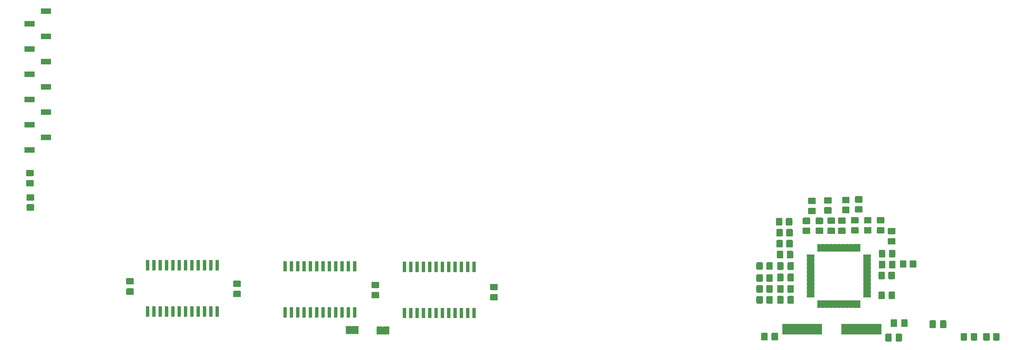
<source format=gbr>
G04 #@! TF.GenerationSoftware,KiCad,Pcbnew,5.1.5+dfsg1-2build2*
G04 #@! TF.CreationDate,2024-05-23T04:39:51+01:00*
G04 #@! TF.ProjectId,qt_touch1,71745f74-6f75-4636-9831-2e6b69636164,rev?*
G04 #@! TF.SameCoordinates,Original*
G04 #@! TF.FileFunction,Soldermask,Bot*
G04 #@! TF.FilePolarity,Negative*
%FSLAX46Y46*%
G04 Gerber Fmt 4.6, Leading zero omitted, Abs format (unit mm)*
G04 Created by KiCad (PCBNEW 5.1.5+dfsg1-2build2) date 2024-05-23 04:39:51*
%MOMM*%
%LPD*%
G04 APERTURE LIST*
%ADD10C,0.100000*%
G04 APERTURE END LIST*
D10*
G36*
X207914983Y-139628434D02*
G01*
X207952372Y-139639776D01*
X207986826Y-139658191D01*
X208017025Y-139682975D01*
X208041809Y-139713174D01*
X208060224Y-139747628D01*
X208071566Y-139785017D01*
X208076000Y-139830035D01*
X208076000Y-140969965D01*
X208071566Y-141014983D01*
X208060224Y-141052372D01*
X208041809Y-141086826D01*
X208017025Y-141117025D01*
X207986826Y-141141809D01*
X207952372Y-141160224D01*
X207914983Y-141171566D01*
X207869965Y-141176000D01*
X207005035Y-141176000D01*
X206960017Y-141171566D01*
X206922628Y-141160224D01*
X206888174Y-141141809D01*
X206857975Y-141117025D01*
X206833191Y-141086826D01*
X206814776Y-141052372D01*
X206803434Y-141014983D01*
X206799000Y-140969965D01*
X206799000Y-139830035D01*
X206803434Y-139785017D01*
X206814776Y-139747628D01*
X206833191Y-139713174D01*
X206857975Y-139682975D01*
X206888174Y-139658191D01*
X206922628Y-139639776D01*
X206960017Y-139628434D01*
X207005035Y-139624000D01*
X207869965Y-139624000D01*
X207914983Y-139628434D01*
G37*
G36*
X205839983Y-139628434D02*
G01*
X205877372Y-139639776D01*
X205911826Y-139658191D01*
X205942025Y-139682975D01*
X205966809Y-139713174D01*
X205985224Y-139747628D01*
X205996566Y-139785017D01*
X206001000Y-139830035D01*
X206001000Y-140969965D01*
X205996566Y-141014983D01*
X205985224Y-141052372D01*
X205966809Y-141086826D01*
X205942025Y-141117025D01*
X205911826Y-141141809D01*
X205877372Y-141160224D01*
X205839983Y-141171566D01*
X205794965Y-141176000D01*
X204930035Y-141176000D01*
X204885017Y-141171566D01*
X204847628Y-141160224D01*
X204813174Y-141141809D01*
X204782975Y-141117025D01*
X204758191Y-141086826D01*
X204739776Y-141052372D01*
X204728434Y-141014983D01*
X204724000Y-140969965D01*
X204724000Y-139830035D01*
X204728434Y-139785017D01*
X204739776Y-139747628D01*
X204758191Y-139713174D01*
X204782975Y-139682975D01*
X204813174Y-139658191D01*
X204847628Y-139639776D01*
X204885017Y-139628434D01*
X204930035Y-139624000D01*
X205794965Y-139624000D01*
X205839983Y-139628434D01*
G37*
G36*
X225516242Y-139503404D02*
G01*
X225553337Y-139514657D01*
X225587515Y-139532925D01*
X225617481Y-139557519D01*
X225642075Y-139587485D01*
X225660343Y-139621663D01*
X225671596Y-139658758D01*
X225676000Y-139703474D01*
X225676000Y-140796526D01*
X225671596Y-140841242D01*
X225660343Y-140878337D01*
X225642075Y-140912515D01*
X225617481Y-140942481D01*
X225587515Y-140967075D01*
X225553337Y-140985343D01*
X225516242Y-140996596D01*
X225471526Y-141001000D01*
X224578474Y-141001000D01*
X224533758Y-140996596D01*
X224496663Y-140985343D01*
X224462485Y-140967075D01*
X224432519Y-140942481D01*
X224407925Y-140912515D01*
X224389657Y-140878337D01*
X224378404Y-140841242D01*
X224374000Y-140796526D01*
X224374000Y-139703474D01*
X224378404Y-139658758D01*
X224389657Y-139621663D01*
X224407925Y-139587485D01*
X224432519Y-139557519D01*
X224462485Y-139532925D01*
X224496663Y-139514657D01*
X224533758Y-139503404D01*
X224578474Y-139499000D01*
X225471526Y-139499000D01*
X225516242Y-139503404D01*
G37*
G36*
X223013674Y-139503465D02*
G01*
X223051367Y-139514899D01*
X223086103Y-139533466D01*
X223116548Y-139558452D01*
X223141534Y-139588897D01*
X223160101Y-139623633D01*
X223171535Y-139661326D01*
X223176000Y-139706661D01*
X223176000Y-140793339D01*
X223171535Y-140838674D01*
X223160101Y-140876367D01*
X223141534Y-140911103D01*
X223116548Y-140941548D01*
X223086103Y-140966534D01*
X223051367Y-140985101D01*
X223013674Y-140996535D01*
X222968339Y-141001000D01*
X222131661Y-141001000D01*
X222086326Y-140996535D01*
X222048633Y-140985101D01*
X222013897Y-140966534D01*
X221983452Y-140941548D01*
X221958466Y-140911103D01*
X221939899Y-140876367D01*
X221928465Y-140838674D01*
X221924000Y-140793339D01*
X221924000Y-139706661D01*
X221928465Y-139661326D01*
X221939899Y-139623633D01*
X221958466Y-139588897D01*
X221983452Y-139558452D01*
X222013897Y-139533466D01*
X222048633Y-139514899D01*
X222086326Y-139503465D01*
X222131661Y-139499000D01*
X222968339Y-139499000D01*
X223013674Y-139503465D01*
G37*
G36*
X220963674Y-139503465D02*
G01*
X221001367Y-139514899D01*
X221036103Y-139533466D01*
X221066548Y-139558452D01*
X221091534Y-139588897D01*
X221110101Y-139623633D01*
X221121535Y-139661326D01*
X221126000Y-139706661D01*
X221126000Y-140793339D01*
X221121535Y-140838674D01*
X221110101Y-140876367D01*
X221091534Y-140911103D01*
X221066548Y-140941548D01*
X221036103Y-140966534D01*
X221001367Y-140985101D01*
X220963674Y-140996535D01*
X220918339Y-141001000D01*
X220081661Y-141001000D01*
X220036326Y-140996535D01*
X219998633Y-140985101D01*
X219963897Y-140966534D01*
X219933452Y-140941548D01*
X219908466Y-140911103D01*
X219889899Y-140876367D01*
X219878465Y-140838674D01*
X219874000Y-140793339D01*
X219874000Y-139706661D01*
X219878465Y-139661326D01*
X219889899Y-139623633D01*
X219908466Y-139588897D01*
X219933452Y-139558452D01*
X219963897Y-139533466D01*
X219998633Y-139514899D01*
X220036326Y-139503465D01*
X220081661Y-139499000D01*
X220918339Y-139499000D01*
X220963674Y-139503465D01*
G37*
G36*
X227516242Y-139503404D02*
G01*
X227553337Y-139514657D01*
X227587515Y-139532925D01*
X227617481Y-139557519D01*
X227642075Y-139587485D01*
X227660343Y-139621663D01*
X227671596Y-139658758D01*
X227676000Y-139703474D01*
X227676000Y-140796526D01*
X227671596Y-140841242D01*
X227660343Y-140878337D01*
X227642075Y-140912515D01*
X227617481Y-140942481D01*
X227587515Y-140967075D01*
X227553337Y-140985343D01*
X227516242Y-140996596D01*
X227471526Y-141001000D01*
X226578474Y-141001000D01*
X226533758Y-140996596D01*
X226496663Y-140985343D01*
X226462485Y-140967075D01*
X226432519Y-140942481D01*
X226407925Y-140912515D01*
X226389657Y-140878337D01*
X226378404Y-140841242D01*
X226374000Y-140796526D01*
X226374000Y-139703474D01*
X226378404Y-139658758D01*
X226389657Y-139621663D01*
X226407925Y-139587485D01*
X226432519Y-139557519D01*
X226462485Y-139532925D01*
X226496663Y-139514657D01*
X226533758Y-139503404D01*
X226578474Y-139499000D01*
X227471526Y-139499000D01*
X227516242Y-139503404D01*
G37*
G36*
X183014983Y-139428434D02*
G01*
X183052372Y-139439776D01*
X183086826Y-139458191D01*
X183117025Y-139482975D01*
X183141809Y-139513174D01*
X183160224Y-139547628D01*
X183171566Y-139585017D01*
X183176000Y-139630035D01*
X183176000Y-140769965D01*
X183171566Y-140814983D01*
X183160224Y-140852372D01*
X183141809Y-140886826D01*
X183117025Y-140917025D01*
X183086826Y-140941809D01*
X183052372Y-140960224D01*
X183014983Y-140971566D01*
X182969965Y-140976000D01*
X182105035Y-140976000D01*
X182060017Y-140971566D01*
X182022628Y-140960224D01*
X181988174Y-140941809D01*
X181957975Y-140917025D01*
X181933191Y-140886826D01*
X181914776Y-140852372D01*
X181903434Y-140814983D01*
X181899000Y-140769965D01*
X181899000Y-139630035D01*
X181903434Y-139585017D01*
X181914776Y-139547628D01*
X181933191Y-139513174D01*
X181957975Y-139482975D01*
X181988174Y-139458191D01*
X182022628Y-139439776D01*
X182060017Y-139428434D01*
X182105035Y-139424000D01*
X182969965Y-139424000D01*
X183014983Y-139428434D01*
G37*
G36*
X180939983Y-139428434D02*
G01*
X180977372Y-139439776D01*
X181011826Y-139458191D01*
X181042025Y-139482975D01*
X181066809Y-139513174D01*
X181085224Y-139547628D01*
X181096566Y-139585017D01*
X181101000Y-139630035D01*
X181101000Y-140769965D01*
X181096566Y-140814983D01*
X181085224Y-140852372D01*
X181066809Y-140886826D01*
X181042025Y-140917025D01*
X181011826Y-140941809D01*
X180977372Y-140960224D01*
X180939983Y-140971566D01*
X180894965Y-140976000D01*
X180030035Y-140976000D01*
X179985017Y-140971566D01*
X179947628Y-140960224D01*
X179913174Y-140941809D01*
X179882975Y-140917025D01*
X179858191Y-140886826D01*
X179839776Y-140852372D01*
X179828434Y-140814983D01*
X179824000Y-140769965D01*
X179824000Y-139630035D01*
X179828434Y-139585017D01*
X179839776Y-139547628D01*
X179858191Y-139513174D01*
X179882975Y-139482975D01*
X179913174Y-139458191D01*
X179947628Y-139439776D01*
X179985017Y-139428434D01*
X180030035Y-139424000D01*
X180894965Y-139424000D01*
X180939983Y-139428434D01*
G37*
G36*
X103684999Y-138199737D02*
G01*
X103694608Y-138202652D01*
X103703472Y-138207390D01*
X103711212Y-138213742D01*
X103711213Y-138213743D01*
X103711237Y-138213763D01*
X103717640Y-138221573D01*
X103717677Y-138221628D01*
X103725480Y-138231147D01*
X103725511Y-138231122D01*
X103736853Y-138244972D01*
X103755779Y-138260537D01*
X103777377Y-138272111D01*
X103800819Y-138279249D01*
X103825202Y-138281676D01*
X103849591Y-138279300D01*
X103873047Y-138272211D01*
X103894670Y-138260682D01*
X103913628Y-138245157D01*
X103929193Y-138226231D01*
X103931029Y-138223175D01*
X103932418Y-138221486D01*
X103932419Y-138221484D01*
X103938801Y-138213725D01*
X103946573Y-138207360D01*
X103946575Y-138207358D01*
X103955399Y-138202654D01*
X103955438Y-138202633D01*
X103965055Y-138199727D01*
X103965085Y-138199718D01*
X103981113Y-138198148D01*
X105118860Y-138198148D01*
X105134999Y-138199737D01*
X105144608Y-138202652D01*
X105153472Y-138207390D01*
X105161237Y-138213763D01*
X105167610Y-138221528D01*
X105172348Y-138230392D01*
X105175263Y-138240001D01*
X105176852Y-138256140D01*
X105176852Y-139743860D01*
X105175263Y-139759999D01*
X105172348Y-139769608D01*
X105167610Y-139778472D01*
X105161237Y-139786237D01*
X105153472Y-139792610D01*
X105144608Y-139797348D01*
X105134999Y-139800263D01*
X105118860Y-139801852D01*
X103981140Y-139801852D01*
X103965001Y-139800263D01*
X103955392Y-139797348D01*
X103946528Y-139792610D01*
X103938763Y-139786237D01*
X103928116Y-139773263D01*
X103921947Y-139764032D01*
X103904619Y-139746706D01*
X103884244Y-139733093D01*
X103861605Y-139723717D01*
X103837572Y-139718937D01*
X103813068Y-139718938D01*
X103789035Y-139723720D01*
X103766396Y-139733098D01*
X103746022Y-139746713D01*
X103728696Y-139764041D01*
X103721825Y-139773317D01*
X103717640Y-139778427D01*
X103711275Y-139786199D01*
X103703516Y-139792581D01*
X103694661Y-139797326D01*
X103691623Y-139798251D01*
X103685085Y-139800242D01*
X103685082Y-139800242D01*
X103685050Y-139800252D01*
X103675000Y-139801247D01*
X103674935Y-139801247D01*
X103668825Y-139801852D01*
X102681140Y-139801852D01*
X102665001Y-139800263D01*
X102655392Y-139797348D01*
X102646528Y-139792610D01*
X102638763Y-139786237D01*
X102632390Y-139778472D01*
X102627652Y-139769608D01*
X102624737Y-139759999D01*
X102623148Y-139743860D01*
X102623148Y-138256140D01*
X102624737Y-138240001D01*
X102627652Y-138230392D01*
X102632390Y-138221528D01*
X102638763Y-138213763D01*
X102646528Y-138207390D01*
X102655392Y-138202652D01*
X102665001Y-138199737D01*
X102681140Y-138198148D01*
X103668860Y-138198148D01*
X103684999Y-138199737D01*
G37*
G36*
X192051000Y-139751000D02*
G01*
X184074000Y-139751000D01*
X184074000Y-137649000D01*
X192051000Y-137649000D01*
X192051000Y-139751000D01*
G37*
G36*
X203926000Y-139751000D02*
G01*
X195949000Y-139751000D01*
X195949000Y-137649000D01*
X203926000Y-137649000D01*
X203926000Y-139751000D01*
G37*
G36*
X97484999Y-138099737D02*
G01*
X97494608Y-138102652D01*
X97503472Y-138107390D01*
X97511212Y-138113742D01*
X97511213Y-138113743D01*
X97511237Y-138113763D01*
X97517640Y-138121573D01*
X97517677Y-138121628D01*
X97525480Y-138131147D01*
X97525511Y-138131122D01*
X97536853Y-138144972D01*
X97555779Y-138160537D01*
X97577377Y-138172111D01*
X97600819Y-138179249D01*
X97625202Y-138181676D01*
X97649591Y-138179300D01*
X97673047Y-138172211D01*
X97694670Y-138160682D01*
X97713628Y-138145157D01*
X97729193Y-138126231D01*
X97731029Y-138123175D01*
X97732418Y-138121486D01*
X97732419Y-138121484D01*
X97738801Y-138113725D01*
X97746573Y-138107360D01*
X97746575Y-138107358D01*
X97755399Y-138102654D01*
X97755438Y-138102633D01*
X97765055Y-138099727D01*
X97765085Y-138099718D01*
X97781113Y-138098148D01*
X98918860Y-138098148D01*
X98934999Y-138099737D01*
X98944608Y-138102652D01*
X98953472Y-138107390D01*
X98961237Y-138113763D01*
X98967610Y-138121528D01*
X98972348Y-138130392D01*
X98975263Y-138140001D01*
X98976852Y-138156140D01*
X98976852Y-139643860D01*
X98975263Y-139659999D01*
X98972348Y-139669608D01*
X98967610Y-139678472D01*
X98961237Y-139686237D01*
X98953472Y-139692610D01*
X98944608Y-139697348D01*
X98934999Y-139700263D01*
X98918860Y-139701852D01*
X97781140Y-139701852D01*
X97765001Y-139700263D01*
X97755392Y-139697348D01*
X97746528Y-139692610D01*
X97738763Y-139686237D01*
X97728116Y-139673263D01*
X97721947Y-139664032D01*
X97704619Y-139646706D01*
X97684244Y-139633093D01*
X97661605Y-139623717D01*
X97637572Y-139618937D01*
X97613068Y-139618938D01*
X97589035Y-139623720D01*
X97566396Y-139633098D01*
X97546022Y-139646713D01*
X97528696Y-139664041D01*
X97521825Y-139673317D01*
X97517640Y-139678427D01*
X97511275Y-139686199D01*
X97503516Y-139692581D01*
X97494661Y-139697326D01*
X97491623Y-139698251D01*
X97485085Y-139700242D01*
X97485082Y-139700242D01*
X97485050Y-139700252D01*
X97475000Y-139701247D01*
X97474935Y-139701247D01*
X97468825Y-139701852D01*
X96481140Y-139701852D01*
X96465001Y-139700263D01*
X96455392Y-139697348D01*
X96446528Y-139692610D01*
X96438763Y-139686237D01*
X96432390Y-139678472D01*
X96427652Y-139669608D01*
X96424737Y-139659999D01*
X96423148Y-139643860D01*
X96423148Y-138156140D01*
X96424737Y-138140001D01*
X96427652Y-138130392D01*
X96432390Y-138121528D01*
X96438763Y-138113763D01*
X96446528Y-138107390D01*
X96455392Y-138102652D01*
X96465001Y-138099737D01*
X96481140Y-138098148D01*
X97468860Y-138098148D01*
X97484999Y-138099737D01*
G37*
G36*
X216814983Y-136928434D02*
G01*
X216852372Y-136939776D01*
X216886826Y-136958191D01*
X216917025Y-136982975D01*
X216941809Y-137013174D01*
X216960224Y-137047628D01*
X216971566Y-137085017D01*
X216976000Y-137130035D01*
X216976000Y-138269965D01*
X216971566Y-138314983D01*
X216960224Y-138352372D01*
X216941809Y-138386826D01*
X216917025Y-138417025D01*
X216886826Y-138441809D01*
X216852372Y-138460224D01*
X216814983Y-138471566D01*
X216769965Y-138476000D01*
X215905035Y-138476000D01*
X215860017Y-138471566D01*
X215822628Y-138460224D01*
X215788174Y-138441809D01*
X215757975Y-138417025D01*
X215733191Y-138386826D01*
X215714776Y-138352372D01*
X215703434Y-138314983D01*
X215699000Y-138269965D01*
X215699000Y-137130035D01*
X215703434Y-137085017D01*
X215714776Y-137047628D01*
X215733191Y-137013174D01*
X215757975Y-136982975D01*
X215788174Y-136958191D01*
X215822628Y-136939776D01*
X215860017Y-136928434D01*
X215905035Y-136924000D01*
X216769965Y-136924000D01*
X216814983Y-136928434D01*
G37*
G36*
X214739983Y-136928434D02*
G01*
X214777372Y-136939776D01*
X214811826Y-136958191D01*
X214842025Y-136982975D01*
X214866809Y-137013174D01*
X214885224Y-137047628D01*
X214896566Y-137085017D01*
X214901000Y-137130035D01*
X214901000Y-138269965D01*
X214896566Y-138314983D01*
X214885224Y-138352372D01*
X214866809Y-138386826D01*
X214842025Y-138417025D01*
X214811826Y-138441809D01*
X214777372Y-138460224D01*
X214739983Y-138471566D01*
X214694965Y-138476000D01*
X213830035Y-138476000D01*
X213785017Y-138471566D01*
X213747628Y-138460224D01*
X213713174Y-138441809D01*
X213682975Y-138417025D01*
X213658191Y-138386826D01*
X213639776Y-138352372D01*
X213628434Y-138314983D01*
X213624000Y-138269965D01*
X213624000Y-137130035D01*
X213628434Y-137085017D01*
X213639776Y-137047628D01*
X213658191Y-137013174D01*
X213682975Y-136982975D01*
X213713174Y-136958191D01*
X213747628Y-136939776D01*
X213785017Y-136928434D01*
X213830035Y-136924000D01*
X214694965Y-136924000D01*
X214739983Y-136928434D01*
G37*
G36*
X206939983Y-136728434D02*
G01*
X206977372Y-136739776D01*
X207011826Y-136758191D01*
X207042025Y-136782975D01*
X207066809Y-136813174D01*
X207085224Y-136847628D01*
X207096566Y-136885017D01*
X207101000Y-136930035D01*
X207101000Y-138069965D01*
X207096566Y-138114983D01*
X207085224Y-138152372D01*
X207066809Y-138186826D01*
X207042025Y-138217025D01*
X207011826Y-138241809D01*
X206977372Y-138260224D01*
X206939983Y-138271566D01*
X206894965Y-138276000D01*
X206030035Y-138276000D01*
X205985017Y-138271566D01*
X205947628Y-138260224D01*
X205913174Y-138241809D01*
X205882975Y-138217025D01*
X205858191Y-138186826D01*
X205839776Y-138152372D01*
X205828434Y-138114983D01*
X205824000Y-138069965D01*
X205824000Y-136930035D01*
X205828434Y-136885017D01*
X205839776Y-136847628D01*
X205858191Y-136813174D01*
X205882975Y-136782975D01*
X205913174Y-136758191D01*
X205947628Y-136739776D01*
X205985017Y-136728434D01*
X206030035Y-136724000D01*
X206894965Y-136724000D01*
X206939983Y-136728434D01*
G37*
G36*
X209014983Y-136728434D02*
G01*
X209052372Y-136739776D01*
X209086826Y-136758191D01*
X209117025Y-136782975D01*
X209141809Y-136813174D01*
X209160224Y-136847628D01*
X209171566Y-136885017D01*
X209176000Y-136930035D01*
X209176000Y-138069965D01*
X209171566Y-138114983D01*
X209160224Y-138152372D01*
X209141809Y-138186826D01*
X209117025Y-138217025D01*
X209086826Y-138241809D01*
X209052372Y-138260224D01*
X209014983Y-138271566D01*
X208969965Y-138276000D01*
X208105035Y-138276000D01*
X208060017Y-138271566D01*
X208022628Y-138260224D01*
X207988174Y-138241809D01*
X207957975Y-138217025D01*
X207933191Y-138186826D01*
X207914776Y-138152372D01*
X207903434Y-138114983D01*
X207899000Y-138069965D01*
X207899000Y-136930035D01*
X207903434Y-136885017D01*
X207914776Y-136847628D01*
X207933191Y-136813174D01*
X207957975Y-136782975D01*
X207988174Y-136758191D01*
X208022628Y-136739776D01*
X208060017Y-136728434D01*
X208105035Y-136724000D01*
X208969965Y-136724000D01*
X209014983Y-136728434D01*
G37*
G36*
X108459987Y-134401524D02*
G01*
X108478730Y-134407210D01*
X108495997Y-134416439D01*
X108511136Y-134428864D01*
X108523561Y-134444003D01*
X108532790Y-134461270D01*
X108538476Y-134480013D01*
X108541000Y-134505640D01*
X108541000Y-136394360D01*
X108538476Y-136419987D01*
X108532790Y-136438730D01*
X108523561Y-136455997D01*
X108511136Y-136471136D01*
X108495997Y-136483561D01*
X108478730Y-136492790D01*
X108459987Y-136498476D01*
X108434360Y-136501000D01*
X107995640Y-136501000D01*
X107970013Y-136498476D01*
X107951270Y-136492790D01*
X107934003Y-136483561D01*
X107918864Y-136471136D01*
X107906439Y-136455997D01*
X107897210Y-136438730D01*
X107891524Y-136419987D01*
X107889000Y-136394360D01*
X107889000Y-134505640D01*
X107891524Y-134480013D01*
X107897210Y-134461270D01*
X107906439Y-134444003D01*
X107918864Y-134428864D01*
X107934003Y-134416439D01*
X107951270Y-134407210D01*
X107970013Y-134401524D01*
X107995640Y-134399000D01*
X108434360Y-134399000D01*
X108459987Y-134401524D01*
G37*
G36*
X122429987Y-134401524D02*
G01*
X122448730Y-134407210D01*
X122465997Y-134416439D01*
X122481136Y-134428864D01*
X122493561Y-134444003D01*
X122502790Y-134461270D01*
X122508476Y-134480013D01*
X122511000Y-134505640D01*
X122511000Y-136394360D01*
X122508476Y-136419987D01*
X122502790Y-136438730D01*
X122493561Y-136455997D01*
X122481136Y-136471136D01*
X122465997Y-136483561D01*
X122448730Y-136492790D01*
X122429987Y-136498476D01*
X122404360Y-136501000D01*
X121965640Y-136501000D01*
X121940013Y-136498476D01*
X121921270Y-136492790D01*
X121904003Y-136483561D01*
X121888864Y-136471136D01*
X121876439Y-136455997D01*
X121867210Y-136438730D01*
X121861524Y-136419987D01*
X121859000Y-136394360D01*
X121859000Y-134505640D01*
X121861524Y-134480013D01*
X121867210Y-134461270D01*
X121876439Y-134444003D01*
X121888864Y-134428864D01*
X121904003Y-134416439D01*
X121921270Y-134407210D01*
X121940013Y-134401524D01*
X121965640Y-134399000D01*
X122404360Y-134399000D01*
X122429987Y-134401524D01*
G37*
G36*
X121159987Y-134401524D02*
G01*
X121178730Y-134407210D01*
X121195997Y-134416439D01*
X121211136Y-134428864D01*
X121223561Y-134444003D01*
X121232790Y-134461270D01*
X121238476Y-134480013D01*
X121241000Y-134505640D01*
X121241000Y-136394360D01*
X121238476Y-136419987D01*
X121232790Y-136438730D01*
X121223561Y-136455997D01*
X121211136Y-136471136D01*
X121195997Y-136483561D01*
X121178730Y-136492790D01*
X121159987Y-136498476D01*
X121134360Y-136501000D01*
X120695640Y-136501000D01*
X120670013Y-136498476D01*
X120651270Y-136492790D01*
X120634003Y-136483561D01*
X120618864Y-136471136D01*
X120606439Y-136455997D01*
X120597210Y-136438730D01*
X120591524Y-136419987D01*
X120589000Y-136394360D01*
X120589000Y-134505640D01*
X120591524Y-134480013D01*
X120597210Y-134461270D01*
X120606439Y-134444003D01*
X120618864Y-134428864D01*
X120634003Y-134416439D01*
X120651270Y-134407210D01*
X120670013Y-134401524D01*
X120695640Y-134399000D01*
X121134360Y-134399000D01*
X121159987Y-134401524D01*
G37*
G36*
X118619987Y-134401524D02*
G01*
X118638730Y-134407210D01*
X118655997Y-134416439D01*
X118671136Y-134428864D01*
X118683561Y-134444003D01*
X118692790Y-134461270D01*
X118698476Y-134480013D01*
X118701000Y-134505640D01*
X118701000Y-136394360D01*
X118698476Y-136419987D01*
X118692790Y-136438730D01*
X118683561Y-136455997D01*
X118671136Y-136471136D01*
X118655997Y-136483561D01*
X118638730Y-136492790D01*
X118619987Y-136498476D01*
X118594360Y-136501000D01*
X118155640Y-136501000D01*
X118130013Y-136498476D01*
X118111270Y-136492790D01*
X118094003Y-136483561D01*
X118078864Y-136471136D01*
X118066439Y-136455997D01*
X118057210Y-136438730D01*
X118051524Y-136419987D01*
X118049000Y-136394360D01*
X118049000Y-134505640D01*
X118051524Y-134480013D01*
X118057210Y-134461270D01*
X118066439Y-134444003D01*
X118078864Y-134428864D01*
X118094003Y-134416439D01*
X118111270Y-134407210D01*
X118130013Y-134401524D01*
X118155640Y-134399000D01*
X118594360Y-134399000D01*
X118619987Y-134401524D01*
G37*
G36*
X117349987Y-134401524D02*
G01*
X117368730Y-134407210D01*
X117385997Y-134416439D01*
X117401136Y-134428864D01*
X117413561Y-134444003D01*
X117422790Y-134461270D01*
X117428476Y-134480013D01*
X117431000Y-134505640D01*
X117431000Y-136394360D01*
X117428476Y-136419987D01*
X117422790Y-136438730D01*
X117413561Y-136455997D01*
X117401136Y-136471136D01*
X117385997Y-136483561D01*
X117368730Y-136492790D01*
X117349987Y-136498476D01*
X117324360Y-136501000D01*
X116885640Y-136501000D01*
X116860013Y-136498476D01*
X116841270Y-136492790D01*
X116824003Y-136483561D01*
X116808864Y-136471136D01*
X116796439Y-136455997D01*
X116787210Y-136438730D01*
X116781524Y-136419987D01*
X116779000Y-136394360D01*
X116779000Y-134505640D01*
X116781524Y-134480013D01*
X116787210Y-134461270D01*
X116796439Y-134444003D01*
X116808864Y-134428864D01*
X116824003Y-134416439D01*
X116841270Y-134407210D01*
X116860013Y-134401524D01*
X116885640Y-134399000D01*
X117324360Y-134399000D01*
X117349987Y-134401524D01*
G37*
G36*
X119889987Y-134401524D02*
G01*
X119908730Y-134407210D01*
X119925997Y-134416439D01*
X119941136Y-134428864D01*
X119953561Y-134444003D01*
X119962790Y-134461270D01*
X119968476Y-134480013D01*
X119971000Y-134505640D01*
X119971000Y-136394360D01*
X119968476Y-136419987D01*
X119962790Y-136438730D01*
X119953561Y-136455997D01*
X119941136Y-136471136D01*
X119925997Y-136483561D01*
X119908730Y-136492790D01*
X119889987Y-136498476D01*
X119864360Y-136501000D01*
X119425640Y-136501000D01*
X119400013Y-136498476D01*
X119381270Y-136492790D01*
X119364003Y-136483561D01*
X119348864Y-136471136D01*
X119336439Y-136455997D01*
X119327210Y-136438730D01*
X119321524Y-136419987D01*
X119319000Y-136394360D01*
X119319000Y-134505640D01*
X119321524Y-134480013D01*
X119327210Y-134461270D01*
X119336439Y-134444003D01*
X119348864Y-134428864D01*
X119364003Y-134416439D01*
X119381270Y-134407210D01*
X119400013Y-134401524D01*
X119425640Y-134399000D01*
X119864360Y-134399000D01*
X119889987Y-134401524D01*
G37*
G36*
X116079987Y-134401524D02*
G01*
X116098730Y-134407210D01*
X116115997Y-134416439D01*
X116131136Y-134428864D01*
X116143561Y-134444003D01*
X116152790Y-134461270D01*
X116158476Y-134480013D01*
X116161000Y-134505640D01*
X116161000Y-136394360D01*
X116158476Y-136419987D01*
X116152790Y-136438730D01*
X116143561Y-136455997D01*
X116131136Y-136471136D01*
X116115997Y-136483561D01*
X116098730Y-136492790D01*
X116079987Y-136498476D01*
X116054360Y-136501000D01*
X115615640Y-136501000D01*
X115590013Y-136498476D01*
X115571270Y-136492790D01*
X115554003Y-136483561D01*
X115538864Y-136471136D01*
X115526439Y-136455997D01*
X115517210Y-136438730D01*
X115511524Y-136419987D01*
X115509000Y-136394360D01*
X115509000Y-134505640D01*
X115511524Y-134480013D01*
X115517210Y-134461270D01*
X115526439Y-134444003D01*
X115538864Y-134428864D01*
X115554003Y-134416439D01*
X115571270Y-134407210D01*
X115590013Y-134401524D01*
X115615640Y-134399000D01*
X116054360Y-134399000D01*
X116079987Y-134401524D01*
G37*
G36*
X109729987Y-134401524D02*
G01*
X109748730Y-134407210D01*
X109765997Y-134416439D01*
X109781136Y-134428864D01*
X109793561Y-134444003D01*
X109802790Y-134461270D01*
X109808476Y-134480013D01*
X109811000Y-134505640D01*
X109811000Y-136394360D01*
X109808476Y-136419987D01*
X109802790Y-136438730D01*
X109793561Y-136455997D01*
X109781136Y-136471136D01*
X109765997Y-136483561D01*
X109748730Y-136492790D01*
X109729987Y-136498476D01*
X109704360Y-136501000D01*
X109265640Y-136501000D01*
X109240013Y-136498476D01*
X109221270Y-136492790D01*
X109204003Y-136483561D01*
X109188864Y-136471136D01*
X109176439Y-136455997D01*
X109167210Y-136438730D01*
X109161524Y-136419987D01*
X109159000Y-136394360D01*
X109159000Y-134505640D01*
X109161524Y-134480013D01*
X109167210Y-134461270D01*
X109176439Y-134444003D01*
X109188864Y-134428864D01*
X109204003Y-134416439D01*
X109221270Y-134407210D01*
X109240013Y-134401524D01*
X109265640Y-134399000D01*
X109704360Y-134399000D01*
X109729987Y-134401524D01*
G37*
G36*
X110999987Y-134401524D02*
G01*
X111018730Y-134407210D01*
X111035997Y-134416439D01*
X111051136Y-134428864D01*
X111063561Y-134444003D01*
X111072790Y-134461270D01*
X111078476Y-134480013D01*
X111081000Y-134505640D01*
X111081000Y-136394360D01*
X111078476Y-136419987D01*
X111072790Y-136438730D01*
X111063561Y-136455997D01*
X111051136Y-136471136D01*
X111035997Y-136483561D01*
X111018730Y-136492790D01*
X110999987Y-136498476D01*
X110974360Y-136501000D01*
X110535640Y-136501000D01*
X110510013Y-136498476D01*
X110491270Y-136492790D01*
X110474003Y-136483561D01*
X110458864Y-136471136D01*
X110446439Y-136455997D01*
X110437210Y-136438730D01*
X110431524Y-136419987D01*
X110429000Y-136394360D01*
X110429000Y-134505640D01*
X110431524Y-134480013D01*
X110437210Y-134461270D01*
X110446439Y-134444003D01*
X110458864Y-134428864D01*
X110474003Y-134416439D01*
X110491270Y-134407210D01*
X110510013Y-134401524D01*
X110535640Y-134399000D01*
X110974360Y-134399000D01*
X110999987Y-134401524D01*
G37*
G36*
X113539987Y-134401524D02*
G01*
X113558730Y-134407210D01*
X113575997Y-134416439D01*
X113591136Y-134428864D01*
X113603561Y-134444003D01*
X113612790Y-134461270D01*
X113618476Y-134480013D01*
X113621000Y-134505640D01*
X113621000Y-136394360D01*
X113618476Y-136419987D01*
X113612790Y-136438730D01*
X113603561Y-136455997D01*
X113591136Y-136471136D01*
X113575997Y-136483561D01*
X113558730Y-136492790D01*
X113539987Y-136498476D01*
X113514360Y-136501000D01*
X113075640Y-136501000D01*
X113050013Y-136498476D01*
X113031270Y-136492790D01*
X113014003Y-136483561D01*
X112998864Y-136471136D01*
X112986439Y-136455997D01*
X112977210Y-136438730D01*
X112971524Y-136419987D01*
X112969000Y-136394360D01*
X112969000Y-134505640D01*
X112971524Y-134480013D01*
X112977210Y-134461270D01*
X112986439Y-134444003D01*
X112998864Y-134428864D01*
X113014003Y-134416439D01*
X113031270Y-134407210D01*
X113050013Y-134401524D01*
X113075640Y-134399000D01*
X113514360Y-134399000D01*
X113539987Y-134401524D01*
G37*
G36*
X112269987Y-134401524D02*
G01*
X112288730Y-134407210D01*
X112305997Y-134416439D01*
X112321136Y-134428864D01*
X112333561Y-134444003D01*
X112342790Y-134461270D01*
X112348476Y-134480013D01*
X112351000Y-134505640D01*
X112351000Y-136394360D01*
X112348476Y-136419987D01*
X112342790Y-136438730D01*
X112333561Y-136455997D01*
X112321136Y-136471136D01*
X112305997Y-136483561D01*
X112288730Y-136492790D01*
X112269987Y-136498476D01*
X112244360Y-136501000D01*
X111805640Y-136501000D01*
X111780013Y-136498476D01*
X111761270Y-136492790D01*
X111744003Y-136483561D01*
X111728864Y-136471136D01*
X111716439Y-136455997D01*
X111707210Y-136438730D01*
X111701524Y-136419987D01*
X111699000Y-136394360D01*
X111699000Y-134505640D01*
X111701524Y-134480013D01*
X111707210Y-134461270D01*
X111716439Y-134444003D01*
X111728864Y-134428864D01*
X111744003Y-134416439D01*
X111761270Y-134407210D01*
X111780013Y-134401524D01*
X111805640Y-134399000D01*
X112244360Y-134399000D01*
X112269987Y-134401524D01*
G37*
G36*
X114809987Y-134401524D02*
G01*
X114828730Y-134407210D01*
X114845997Y-134416439D01*
X114861136Y-134428864D01*
X114873561Y-134444003D01*
X114882790Y-134461270D01*
X114888476Y-134480013D01*
X114891000Y-134505640D01*
X114891000Y-136394360D01*
X114888476Y-136419987D01*
X114882790Y-136438730D01*
X114873561Y-136455997D01*
X114861136Y-136471136D01*
X114845997Y-136483561D01*
X114828730Y-136492790D01*
X114809987Y-136498476D01*
X114784360Y-136501000D01*
X114345640Y-136501000D01*
X114320013Y-136498476D01*
X114301270Y-136492790D01*
X114284003Y-136483561D01*
X114268864Y-136471136D01*
X114256439Y-136455997D01*
X114247210Y-136438730D01*
X114241524Y-136419987D01*
X114239000Y-136394360D01*
X114239000Y-134505640D01*
X114241524Y-134480013D01*
X114247210Y-134461270D01*
X114256439Y-134444003D01*
X114268864Y-134428864D01*
X114284003Y-134416439D01*
X114301270Y-134407210D01*
X114320013Y-134401524D01*
X114345640Y-134399000D01*
X114784360Y-134399000D01*
X114809987Y-134401524D01*
G37*
G36*
X95889987Y-134301524D02*
G01*
X95908730Y-134307210D01*
X95925997Y-134316439D01*
X95941136Y-134328864D01*
X95953561Y-134344003D01*
X95962790Y-134361270D01*
X95968476Y-134380013D01*
X95971000Y-134405640D01*
X95971000Y-136294360D01*
X95968476Y-136319987D01*
X95962790Y-136338730D01*
X95953561Y-136355997D01*
X95941136Y-136371136D01*
X95925997Y-136383561D01*
X95908730Y-136392790D01*
X95889987Y-136398476D01*
X95864360Y-136401000D01*
X95425640Y-136401000D01*
X95400013Y-136398476D01*
X95381270Y-136392790D01*
X95364003Y-136383561D01*
X95348864Y-136371136D01*
X95336439Y-136355997D01*
X95327210Y-136338730D01*
X95321524Y-136319987D01*
X95319000Y-136294360D01*
X95319000Y-134405640D01*
X95321524Y-134380013D01*
X95327210Y-134361270D01*
X95336439Y-134344003D01*
X95348864Y-134328864D01*
X95364003Y-134316439D01*
X95381270Y-134307210D01*
X95400013Y-134301524D01*
X95425640Y-134299000D01*
X95864360Y-134299000D01*
X95889987Y-134301524D01*
G37*
G36*
X89539987Y-134301524D02*
G01*
X89558730Y-134307210D01*
X89575997Y-134316439D01*
X89591136Y-134328864D01*
X89603561Y-134344003D01*
X89612790Y-134361270D01*
X89618476Y-134380013D01*
X89621000Y-134405640D01*
X89621000Y-136294360D01*
X89618476Y-136319987D01*
X89612790Y-136338730D01*
X89603561Y-136355997D01*
X89591136Y-136371136D01*
X89575997Y-136383561D01*
X89558730Y-136392790D01*
X89539987Y-136398476D01*
X89514360Y-136401000D01*
X89075640Y-136401000D01*
X89050013Y-136398476D01*
X89031270Y-136392790D01*
X89014003Y-136383561D01*
X88998864Y-136371136D01*
X88986439Y-136355997D01*
X88977210Y-136338730D01*
X88971524Y-136319987D01*
X88969000Y-136294360D01*
X88969000Y-134405640D01*
X88971524Y-134380013D01*
X88977210Y-134361270D01*
X88986439Y-134344003D01*
X88998864Y-134328864D01*
X89014003Y-134316439D01*
X89031270Y-134307210D01*
X89050013Y-134301524D01*
X89075640Y-134299000D01*
X89514360Y-134299000D01*
X89539987Y-134301524D01*
G37*
G36*
X88269987Y-134301524D02*
G01*
X88288730Y-134307210D01*
X88305997Y-134316439D01*
X88321136Y-134328864D01*
X88333561Y-134344003D01*
X88342790Y-134361270D01*
X88348476Y-134380013D01*
X88351000Y-134405640D01*
X88351000Y-136294360D01*
X88348476Y-136319987D01*
X88342790Y-136338730D01*
X88333561Y-136355997D01*
X88321136Y-136371136D01*
X88305997Y-136383561D01*
X88288730Y-136392790D01*
X88269987Y-136398476D01*
X88244360Y-136401000D01*
X87805640Y-136401000D01*
X87780013Y-136398476D01*
X87761270Y-136392790D01*
X87744003Y-136383561D01*
X87728864Y-136371136D01*
X87716439Y-136355997D01*
X87707210Y-136338730D01*
X87701524Y-136319987D01*
X87699000Y-136294360D01*
X87699000Y-134405640D01*
X87701524Y-134380013D01*
X87707210Y-134361270D01*
X87716439Y-134344003D01*
X87728864Y-134328864D01*
X87744003Y-134316439D01*
X87761270Y-134307210D01*
X87780013Y-134301524D01*
X87805640Y-134299000D01*
X88244360Y-134299000D01*
X88269987Y-134301524D01*
G37*
G36*
X86999987Y-134301524D02*
G01*
X87018730Y-134307210D01*
X87035997Y-134316439D01*
X87051136Y-134328864D01*
X87063561Y-134344003D01*
X87072790Y-134361270D01*
X87078476Y-134380013D01*
X87081000Y-134405640D01*
X87081000Y-136294360D01*
X87078476Y-136319987D01*
X87072790Y-136338730D01*
X87063561Y-136355997D01*
X87051136Y-136371136D01*
X87035997Y-136383561D01*
X87018730Y-136392790D01*
X86999987Y-136398476D01*
X86974360Y-136401000D01*
X86535640Y-136401000D01*
X86510013Y-136398476D01*
X86491270Y-136392790D01*
X86474003Y-136383561D01*
X86458864Y-136371136D01*
X86446439Y-136355997D01*
X86437210Y-136338730D01*
X86431524Y-136319987D01*
X86429000Y-136294360D01*
X86429000Y-134405640D01*
X86431524Y-134380013D01*
X86437210Y-134361270D01*
X86446439Y-134344003D01*
X86458864Y-134328864D01*
X86474003Y-134316439D01*
X86491270Y-134307210D01*
X86510013Y-134301524D01*
X86535640Y-134299000D01*
X86974360Y-134299000D01*
X86999987Y-134301524D01*
G37*
G36*
X85729987Y-134301524D02*
G01*
X85748730Y-134307210D01*
X85765997Y-134316439D01*
X85781136Y-134328864D01*
X85793561Y-134344003D01*
X85802790Y-134361270D01*
X85808476Y-134380013D01*
X85811000Y-134405640D01*
X85811000Y-136294360D01*
X85808476Y-136319987D01*
X85802790Y-136338730D01*
X85793561Y-136355997D01*
X85781136Y-136371136D01*
X85765997Y-136383561D01*
X85748730Y-136392790D01*
X85729987Y-136398476D01*
X85704360Y-136401000D01*
X85265640Y-136401000D01*
X85240013Y-136398476D01*
X85221270Y-136392790D01*
X85204003Y-136383561D01*
X85188864Y-136371136D01*
X85176439Y-136355997D01*
X85167210Y-136338730D01*
X85161524Y-136319987D01*
X85159000Y-136294360D01*
X85159000Y-134405640D01*
X85161524Y-134380013D01*
X85167210Y-134361270D01*
X85176439Y-134344003D01*
X85188864Y-134328864D01*
X85204003Y-134316439D01*
X85221270Y-134307210D01*
X85240013Y-134301524D01*
X85265640Y-134299000D01*
X85704360Y-134299000D01*
X85729987Y-134301524D01*
G37*
G36*
X84459987Y-134301524D02*
G01*
X84478730Y-134307210D01*
X84495997Y-134316439D01*
X84511136Y-134328864D01*
X84523561Y-134344003D01*
X84532790Y-134361270D01*
X84538476Y-134380013D01*
X84541000Y-134405640D01*
X84541000Y-136294360D01*
X84538476Y-136319987D01*
X84532790Y-136338730D01*
X84523561Y-136355997D01*
X84511136Y-136371136D01*
X84495997Y-136383561D01*
X84478730Y-136392790D01*
X84459987Y-136398476D01*
X84434360Y-136401000D01*
X83995640Y-136401000D01*
X83970013Y-136398476D01*
X83951270Y-136392790D01*
X83934003Y-136383561D01*
X83918864Y-136371136D01*
X83906439Y-136355997D01*
X83897210Y-136338730D01*
X83891524Y-136319987D01*
X83889000Y-136294360D01*
X83889000Y-134405640D01*
X83891524Y-134380013D01*
X83897210Y-134361270D01*
X83906439Y-134344003D01*
X83918864Y-134328864D01*
X83934003Y-134316439D01*
X83951270Y-134307210D01*
X83970013Y-134301524D01*
X83995640Y-134299000D01*
X84434360Y-134299000D01*
X84459987Y-134301524D01*
G37*
G36*
X98429987Y-134301524D02*
G01*
X98448730Y-134307210D01*
X98465997Y-134316439D01*
X98481136Y-134328864D01*
X98493561Y-134344003D01*
X98502790Y-134361270D01*
X98508476Y-134380013D01*
X98511000Y-134405640D01*
X98511000Y-136294360D01*
X98508476Y-136319987D01*
X98502790Y-136338730D01*
X98493561Y-136355997D01*
X98481136Y-136371136D01*
X98465997Y-136383561D01*
X98448730Y-136392790D01*
X98429987Y-136398476D01*
X98404360Y-136401000D01*
X97965640Y-136401000D01*
X97940013Y-136398476D01*
X97921270Y-136392790D01*
X97904003Y-136383561D01*
X97888864Y-136371136D01*
X97876439Y-136355997D01*
X97867210Y-136338730D01*
X97861524Y-136319987D01*
X97859000Y-136294360D01*
X97859000Y-134405640D01*
X97861524Y-134380013D01*
X97867210Y-134361270D01*
X97876439Y-134344003D01*
X97888864Y-134328864D01*
X97904003Y-134316439D01*
X97921270Y-134307210D01*
X97940013Y-134301524D01*
X97965640Y-134299000D01*
X98404360Y-134299000D01*
X98429987Y-134301524D01*
G37*
G36*
X97159987Y-134301524D02*
G01*
X97178730Y-134307210D01*
X97195997Y-134316439D01*
X97211136Y-134328864D01*
X97223561Y-134344003D01*
X97232790Y-134361270D01*
X97238476Y-134380013D01*
X97241000Y-134405640D01*
X97241000Y-136294360D01*
X97238476Y-136319987D01*
X97232790Y-136338730D01*
X97223561Y-136355997D01*
X97211136Y-136371136D01*
X97195997Y-136383561D01*
X97178730Y-136392790D01*
X97159987Y-136398476D01*
X97134360Y-136401000D01*
X96695640Y-136401000D01*
X96670013Y-136398476D01*
X96651270Y-136392790D01*
X96634003Y-136383561D01*
X96618864Y-136371136D01*
X96606439Y-136355997D01*
X96597210Y-136338730D01*
X96591524Y-136319987D01*
X96589000Y-136294360D01*
X96589000Y-134405640D01*
X96591524Y-134380013D01*
X96597210Y-134361270D01*
X96606439Y-134344003D01*
X96618864Y-134328864D01*
X96634003Y-134316439D01*
X96651270Y-134307210D01*
X96670013Y-134301524D01*
X96695640Y-134299000D01*
X97134360Y-134299000D01*
X97159987Y-134301524D01*
G37*
G36*
X94619987Y-134301524D02*
G01*
X94638730Y-134307210D01*
X94655997Y-134316439D01*
X94671136Y-134328864D01*
X94683561Y-134344003D01*
X94692790Y-134361270D01*
X94698476Y-134380013D01*
X94701000Y-134405640D01*
X94701000Y-136294360D01*
X94698476Y-136319987D01*
X94692790Y-136338730D01*
X94683561Y-136355997D01*
X94671136Y-136371136D01*
X94655997Y-136383561D01*
X94638730Y-136392790D01*
X94619987Y-136398476D01*
X94594360Y-136401000D01*
X94155640Y-136401000D01*
X94130013Y-136398476D01*
X94111270Y-136392790D01*
X94094003Y-136383561D01*
X94078864Y-136371136D01*
X94066439Y-136355997D01*
X94057210Y-136338730D01*
X94051524Y-136319987D01*
X94049000Y-136294360D01*
X94049000Y-134405640D01*
X94051524Y-134380013D01*
X94057210Y-134361270D01*
X94066439Y-134344003D01*
X94078864Y-134328864D01*
X94094003Y-134316439D01*
X94111270Y-134307210D01*
X94130013Y-134301524D01*
X94155640Y-134299000D01*
X94594360Y-134299000D01*
X94619987Y-134301524D01*
G37*
G36*
X93349987Y-134301524D02*
G01*
X93368730Y-134307210D01*
X93385997Y-134316439D01*
X93401136Y-134328864D01*
X93413561Y-134344003D01*
X93422790Y-134361270D01*
X93428476Y-134380013D01*
X93431000Y-134405640D01*
X93431000Y-136294360D01*
X93428476Y-136319987D01*
X93422790Y-136338730D01*
X93413561Y-136355997D01*
X93401136Y-136371136D01*
X93385997Y-136383561D01*
X93368730Y-136392790D01*
X93349987Y-136398476D01*
X93324360Y-136401000D01*
X92885640Y-136401000D01*
X92860013Y-136398476D01*
X92841270Y-136392790D01*
X92824003Y-136383561D01*
X92808864Y-136371136D01*
X92796439Y-136355997D01*
X92787210Y-136338730D01*
X92781524Y-136319987D01*
X92779000Y-136294360D01*
X92779000Y-134405640D01*
X92781524Y-134380013D01*
X92787210Y-134361270D01*
X92796439Y-134344003D01*
X92808864Y-134328864D01*
X92824003Y-134316439D01*
X92841270Y-134307210D01*
X92860013Y-134301524D01*
X92885640Y-134299000D01*
X93324360Y-134299000D01*
X93349987Y-134301524D01*
G37*
G36*
X90809987Y-134301524D02*
G01*
X90828730Y-134307210D01*
X90845997Y-134316439D01*
X90861136Y-134328864D01*
X90873561Y-134344003D01*
X90882790Y-134361270D01*
X90888476Y-134380013D01*
X90891000Y-134405640D01*
X90891000Y-136294360D01*
X90888476Y-136319987D01*
X90882790Y-136338730D01*
X90873561Y-136355997D01*
X90861136Y-136371136D01*
X90845997Y-136383561D01*
X90828730Y-136392790D01*
X90809987Y-136398476D01*
X90784360Y-136401000D01*
X90345640Y-136401000D01*
X90320013Y-136398476D01*
X90301270Y-136392790D01*
X90284003Y-136383561D01*
X90268864Y-136371136D01*
X90256439Y-136355997D01*
X90247210Y-136338730D01*
X90241524Y-136319987D01*
X90239000Y-136294360D01*
X90239000Y-134405640D01*
X90241524Y-134380013D01*
X90247210Y-134361270D01*
X90256439Y-134344003D01*
X90268864Y-134328864D01*
X90284003Y-134316439D01*
X90301270Y-134307210D01*
X90320013Y-134301524D01*
X90345640Y-134299000D01*
X90784360Y-134299000D01*
X90809987Y-134301524D01*
G37*
G36*
X92079987Y-134301524D02*
G01*
X92098730Y-134307210D01*
X92115997Y-134316439D01*
X92131136Y-134328864D01*
X92143561Y-134344003D01*
X92152790Y-134361270D01*
X92158476Y-134380013D01*
X92161000Y-134405640D01*
X92161000Y-136294360D01*
X92158476Y-136319987D01*
X92152790Y-136338730D01*
X92143561Y-136355997D01*
X92131136Y-136371136D01*
X92115997Y-136383561D01*
X92098730Y-136392790D01*
X92079987Y-136398476D01*
X92054360Y-136401000D01*
X91615640Y-136401000D01*
X91590013Y-136398476D01*
X91571270Y-136392790D01*
X91554003Y-136383561D01*
X91538864Y-136371136D01*
X91526439Y-136355997D01*
X91517210Y-136338730D01*
X91511524Y-136319987D01*
X91509000Y-136294360D01*
X91509000Y-134405640D01*
X91511524Y-134380013D01*
X91517210Y-134361270D01*
X91526439Y-134344003D01*
X91538864Y-134328864D01*
X91554003Y-134316439D01*
X91571270Y-134307210D01*
X91590013Y-134301524D01*
X91615640Y-134299000D01*
X92054360Y-134299000D01*
X92079987Y-134301524D01*
G37*
G36*
X64479987Y-134101524D02*
G01*
X64498730Y-134107210D01*
X64515997Y-134116439D01*
X64531136Y-134128864D01*
X64543561Y-134144003D01*
X64552790Y-134161270D01*
X64558476Y-134180013D01*
X64561000Y-134205640D01*
X64561000Y-136094360D01*
X64558476Y-136119987D01*
X64552790Y-136138730D01*
X64543561Y-136155997D01*
X64531136Y-136171136D01*
X64515997Y-136183561D01*
X64498730Y-136192790D01*
X64479987Y-136198476D01*
X64454360Y-136201000D01*
X64015640Y-136201000D01*
X63990013Y-136198476D01*
X63971270Y-136192790D01*
X63954003Y-136183561D01*
X63938864Y-136171136D01*
X63926439Y-136155997D01*
X63917210Y-136138730D01*
X63911524Y-136119987D01*
X63909000Y-136094360D01*
X63909000Y-134205640D01*
X63911524Y-134180013D01*
X63917210Y-134161270D01*
X63926439Y-134144003D01*
X63938864Y-134128864D01*
X63954003Y-134116439D01*
X63971270Y-134107210D01*
X63990013Y-134101524D01*
X64015640Y-134099000D01*
X64454360Y-134099000D01*
X64479987Y-134101524D01*
G37*
G36*
X65749987Y-134101524D02*
G01*
X65768730Y-134107210D01*
X65785997Y-134116439D01*
X65801136Y-134128864D01*
X65813561Y-134144003D01*
X65822790Y-134161270D01*
X65828476Y-134180013D01*
X65831000Y-134205640D01*
X65831000Y-136094360D01*
X65828476Y-136119987D01*
X65822790Y-136138730D01*
X65813561Y-136155997D01*
X65801136Y-136171136D01*
X65785997Y-136183561D01*
X65768730Y-136192790D01*
X65749987Y-136198476D01*
X65724360Y-136201000D01*
X65285640Y-136201000D01*
X65260013Y-136198476D01*
X65241270Y-136192790D01*
X65224003Y-136183561D01*
X65208864Y-136171136D01*
X65196439Y-136155997D01*
X65187210Y-136138730D01*
X65181524Y-136119987D01*
X65179000Y-136094360D01*
X65179000Y-134205640D01*
X65181524Y-134180013D01*
X65187210Y-134161270D01*
X65196439Y-134144003D01*
X65208864Y-134128864D01*
X65224003Y-134116439D01*
X65241270Y-134107210D01*
X65260013Y-134101524D01*
X65285640Y-134099000D01*
X65724360Y-134099000D01*
X65749987Y-134101524D01*
G37*
G36*
X67019987Y-134101524D02*
G01*
X67038730Y-134107210D01*
X67055997Y-134116439D01*
X67071136Y-134128864D01*
X67083561Y-134144003D01*
X67092790Y-134161270D01*
X67098476Y-134180013D01*
X67101000Y-134205640D01*
X67101000Y-136094360D01*
X67098476Y-136119987D01*
X67092790Y-136138730D01*
X67083561Y-136155997D01*
X67071136Y-136171136D01*
X67055997Y-136183561D01*
X67038730Y-136192790D01*
X67019987Y-136198476D01*
X66994360Y-136201000D01*
X66555640Y-136201000D01*
X66530013Y-136198476D01*
X66511270Y-136192790D01*
X66494003Y-136183561D01*
X66478864Y-136171136D01*
X66466439Y-136155997D01*
X66457210Y-136138730D01*
X66451524Y-136119987D01*
X66449000Y-136094360D01*
X66449000Y-134205640D01*
X66451524Y-134180013D01*
X66457210Y-134161270D01*
X66466439Y-134144003D01*
X66478864Y-134128864D01*
X66494003Y-134116439D01*
X66511270Y-134107210D01*
X66530013Y-134101524D01*
X66555640Y-134099000D01*
X66994360Y-134099000D01*
X67019987Y-134101524D01*
G37*
G36*
X68289987Y-134101524D02*
G01*
X68308730Y-134107210D01*
X68325997Y-134116439D01*
X68341136Y-134128864D01*
X68353561Y-134144003D01*
X68362790Y-134161270D01*
X68368476Y-134180013D01*
X68371000Y-134205640D01*
X68371000Y-136094360D01*
X68368476Y-136119987D01*
X68362790Y-136138730D01*
X68353561Y-136155997D01*
X68341136Y-136171136D01*
X68325997Y-136183561D01*
X68308730Y-136192790D01*
X68289987Y-136198476D01*
X68264360Y-136201000D01*
X67825640Y-136201000D01*
X67800013Y-136198476D01*
X67781270Y-136192790D01*
X67764003Y-136183561D01*
X67748864Y-136171136D01*
X67736439Y-136155997D01*
X67727210Y-136138730D01*
X67721524Y-136119987D01*
X67719000Y-136094360D01*
X67719000Y-134205640D01*
X67721524Y-134180013D01*
X67727210Y-134161270D01*
X67736439Y-134144003D01*
X67748864Y-134128864D01*
X67764003Y-134116439D01*
X67781270Y-134107210D01*
X67800013Y-134101524D01*
X67825640Y-134099000D01*
X68264360Y-134099000D01*
X68289987Y-134101524D01*
G37*
G36*
X70829987Y-134101524D02*
G01*
X70848730Y-134107210D01*
X70865997Y-134116439D01*
X70881136Y-134128864D01*
X70893561Y-134144003D01*
X70902790Y-134161270D01*
X70908476Y-134180013D01*
X70911000Y-134205640D01*
X70911000Y-136094360D01*
X70908476Y-136119987D01*
X70902790Y-136138730D01*
X70893561Y-136155997D01*
X70881136Y-136171136D01*
X70865997Y-136183561D01*
X70848730Y-136192790D01*
X70829987Y-136198476D01*
X70804360Y-136201000D01*
X70365640Y-136201000D01*
X70340013Y-136198476D01*
X70321270Y-136192790D01*
X70304003Y-136183561D01*
X70288864Y-136171136D01*
X70276439Y-136155997D01*
X70267210Y-136138730D01*
X70261524Y-136119987D01*
X70259000Y-136094360D01*
X70259000Y-134205640D01*
X70261524Y-134180013D01*
X70267210Y-134161270D01*
X70276439Y-134144003D01*
X70288864Y-134128864D01*
X70304003Y-134116439D01*
X70321270Y-134107210D01*
X70340013Y-134101524D01*
X70365640Y-134099000D01*
X70804360Y-134099000D01*
X70829987Y-134101524D01*
G37*
G36*
X69559987Y-134101524D02*
G01*
X69578730Y-134107210D01*
X69595997Y-134116439D01*
X69611136Y-134128864D01*
X69623561Y-134144003D01*
X69632790Y-134161270D01*
X69638476Y-134180013D01*
X69641000Y-134205640D01*
X69641000Y-136094360D01*
X69638476Y-136119987D01*
X69632790Y-136138730D01*
X69623561Y-136155997D01*
X69611136Y-136171136D01*
X69595997Y-136183561D01*
X69578730Y-136192790D01*
X69559987Y-136198476D01*
X69534360Y-136201000D01*
X69095640Y-136201000D01*
X69070013Y-136198476D01*
X69051270Y-136192790D01*
X69034003Y-136183561D01*
X69018864Y-136171136D01*
X69006439Y-136155997D01*
X68997210Y-136138730D01*
X68991524Y-136119987D01*
X68989000Y-136094360D01*
X68989000Y-134205640D01*
X68991524Y-134180013D01*
X68997210Y-134161270D01*
X69006439Y-134144003D01*
X69018864Y-134128864D01*
X69034003Y-134116439D01*
X69051270Y-134107210D01*
X69070013Y-134101524D01*
X69095640Y-134099000D01*
X69534360Y-134099000D01*
X69559987Y-134101524D01*
G37*
G36*
X61939987Y-134101524D02*
G01*
X61958730Y-134107210D01*
X61975997Y-134116439D01*
X61991136Y-134128864D01*
X62003561Y-134144003D01*
X62012790Y-134161270D01*
X62018476Y-134180013D01*
X62021000Y-134205640D01*
X62021000Y-136094360D01*
X62018476Y-136119987D01*
X62012790Y-136138730D01*
X62003561Y-136155997D01*
X61991136Y-136171136D01*
X61975997Y-136183561D01*
X61958730Y-136192790D01*
X61939987Y-136198476D01*
X61914360Y-136201000D01*
X61475640Y-136201000D01*
X61450013Y-136198476D01*
X61431270Y-136192790D01*
X61414003Y-136183561D01*
X61398864Y-136171136D01*
X61386439Y-136155997D01*
X61377210Y-136138730D01*
X61371524Y-136119987D01*
X61369000Y-136094360D01*
X61369000Y-134205640D01*
X61371524Y-134180013D01*
X61377210Y-134161270D01*
X61386439Y-134144003D01*
X61398864Y-134128864D01*
X61414003Y-134116439D01*
X61431270Y-134107210D01*
X61450013Y-134101524D01*
X61475640Y-134099000D01*
X61914360Y-134099000D01*
X61939987Y-134101524D01*
G37*
G36*
X60669987Y-134101524D02*
G01*
X60688730Y-134107210D01*
X60705997Y-134116439D01*
X60721136Y-134128864D01*
X60733561Y-134144003D01*
X60742790Y-134161270D01*
X60748476Y-134180013D01*
X60751000Y-134205640D01*
X60751000Y-136094360D01*
X60748476Y-136119987D01*
X60742790Y-136138730D01*
X60733561Y-136155997D01*
X60721136Y-136171136D01*
X60705997Y-136183561D01*
X60688730Y-136192790D01*
X60669987Y-136198476D01*
X60644360Y-136201000D01*
X60205640Y-136201000D01*
X60180013Y-136198476D01*
X60161270Y-136192790D01*
X60144003Y-136183561D01*
X60128864Y-136171136D01*
X60116439Y-136155997D01*
X60107210Y-136138730D01*
X60101524Y-136119987D01*
X60099000Y-136094360D01*
X60099000Y-134205640D01*
X60101524Y-134180013D01*
X60107210Y-134161270D01*
X60116439Y-134144003D01*
X60128864Y-134128864D01*
X60144003Y-134116439D01*
X60161270Y-134107210D01*
X60180013Y-134101524D01*
X60205640Y-134099000D01*
X60644360Y-134099000D01*
X60669987Y-134101524D01*
G37*
G36*
X59399987Y-134101524D02*
G01*
X59418730Y-134107210D01*
X59435997Y-134116439D01*
X59451136Y-134128864D01*
X59463561Y-134144003D01*
X59472790Y-134161270D01*
X59478476Y-134180013D01*
X59481000Y-134205640D01*
X59481000Y-136094360D01*
X59478476Y-136119987D01*
X59472790Y-136138730D01*
X59463561Y-136155997D01*
X59451136Y-136171136D01*
X59435997Y-136183561D01*
X59418730Y-136192790D01*
X59399987Y-136198476D01*
X59374360Y-136201000D01*
X58935640Y-136201000D01*
X58910013Y-136198476D01*
X58891270Y-136192790D01*
X58874003Y-136183561D01*
X58858864Y-136171136D01*
X58846439Y-136155997D01*
X58837210Y-136138730D01*
X58831524Y-136119987D01*
X58829000Y-136094360D01*
X58829000Y-134205640D01*
X58831524Y-134180013D01*
X58837210Y-134161270D01*
X58846439Y-134144003D01*
X58858864Y-134128864D01*
X58874003Y-134116439D01*
X58891270Y-134107210D01*
X58910013Y-134101524D01*
X58935640Y-134099000D01*
X59374360Y-134099000D01*
X59399987Y-134101524D01*
G37*
G36*
X56859987Y-134101524D02*
G01*
X56878730Y-134107210D01*
X56895997Y-134116439D01*
X56911136Y-134128864D01*
X56923561Y-134144003D01*
X56932790Y-134161270D01*
X56938476Y-134180013D01*
X56941000Y-134205640D01*
X56941000Y-136094360D01*
X56938476Y-136119987D01*
X56932790Y-136138730D01*
X56923561Y-136155997D01*
X56911136Y-136171136D01*
X56895997Y-136183561D01*
X56878730Y-136192790D01*
X56859987Y-136198476D01*
X56834360Y-136201000D01*
X56395640Y-136201000D01*
X56370013Y-136198476D01*
X56351270Y-136192790D01*
X56334003Y-136183561D01*
X56318864Y-136171136D01*
X56306439Y-136155997D01*
X56297210Y-136138730D01*
X56291524Y-136119987D01*
X56289000Y-136094360D01*
X56289000Y-134205640D01*
X56291524Y-134180013D01*
X56297210Y-134161270D01*
X56306439Y-134144003D01*
X56318864Y-134128864D01*
X56334003Y-134116439D01*
X56351270Y-134107210D01*
X56370013Y-134101524D01*
X56395640Y-134099000D01*
X56834360Y-134099000D01*
X56859987Y-134101524D01*
G37*
G36*
X58129987Y-134101524D02*
G01*
X58148730Y-134107210D01*
X58165997Y-134116439D01*
X58181136Y-134128864D01*
X58193561Y-134144003D01*
X58202790Y-134161270D01*
X58208476Y-134180013D01*
X58211000Y-134205640D01*
X58211000Y-136094360D01*
X58208476Y-136119987D01*
X58202790Y-136138730D01*
X58193561Y-136155997D01*
X58181136Y-136171136D01*
X58165997Y-136183561D01*
X58148730Y-136192790D01*
X58129987Y-136198476D01*
X58104360Y-136201000D01*
X57665640Y-136201000D01*
X57640013Y-136198476D01*
X57621270Y-136192790D01*
X57604003Y-136183561D01*
X57588864Y-136171136D01*
X57576439Y-136155997D01*
X57567210Y-136138730D01*
X57561524Y-136119987D01*
X57559000Y-136094360D01*
X57559000Y-134205640D01*
X57561524Y-134180013D01*
X57567210Y-134161270D01*
X57576439Y-134144003D01*
X57588864Y-134128864D01*
X57604003Y-134116439D01*
X57621270Y-134107210D01*
X57640013Y-134101524D01*
X57665640Y-134099000D01*
X58104360Y-134099000D01*
X58129987Y-134101524D01*
G37*
G36*
X63209987Y-134101524D02*
G01*
X63228730Y-134107210D01*
X63245997Y-134116439D01*
X63261136Y-134128864D01*
X63273561Y-134144003D01*
X63282790Y-134161270D01*
X63288476Y-134180013D01*
X63291000Y-134205640D01*
X63291000Y-136094360D01*
X63288476Y-136119987D01*
X63282790Y-136138730D01*
X63273561Y-136155997D01*
X63261136Y-136171136D01*
X63245997Y-136183561D01*
X63228730Y-136192790D01*
X63209987Y-136198476D01*
X63184360Y-136201000D01*
X62745640Y-136201000D01*
X62720013Y-136198476D01*
X62701270Y-136192790D01*
X62684003Y-136183561D01*
X62668864Y-136171136D01*
X62656439Y-136155997D01*
X62647210Y-136138730D01*
X62641524Y-136119987D01*
X62639000Y-136094360D01*
X62639000Y-134205640D01*
X62641524Y-134180013D01*
X62647210Y-134161270D01*
X62656439Y-134144003D01*
X62668864Y-134128864D01*
X62684003Y-134116439D01*
X62701270Y-134107210D01*
X62720013Y-134101524D01*
X62745640Y-134099000D01*
X63184360Y-134099000D01*
X63209987Y-134101524D01*
G37*
G36*
X191644987Y-132876524D02*
G01*
X191663730Y-132882210D01*
X191680997Y-132891439D01*
X191696138Y-132903865D01*
X191703375Y-132912683D01*
X191720702Y-132930010D01*
X191741076Y-132943623D01*
X191763715Y-132953001D01*
X191787748Y-132957781D01*
X191812252Y-132957781D01*
X191836285Y-132953001D01*
X191858924Y-132943623D01*
X191879299Y-132930009D01*
X191896625Y-132912683D01*
X191903862Y-132903865D01*
X191919003Y-132891439D01*
X191936270Y-132882210D01*
X191955013Y-132876524D01*
X191980640Y-132874000D01*
X192419360Y-132874000D01*
X192444987Y-132876524D01*
X192463730Y-132882210D01*
X192480997Y-132891439D01*
X192496138Y-132903865D01*
X192503375Y-132912683D01*
X192520702Y-132930010D01*
X192541076Y-132943623D01*
X192563715Y-132953001D01*
X192587748Y-132957781D01*
X192612252Y-132957781D01*
X192636285Y-132953001D01*
X192658924Y-132943623D01*
X192679299Y-132930009D01*
X192696625Y-132912683D01*
X192703862Y-132903865D01*
X192719003Y-132891439D01*
X192736270Y-132882210D01*
X192755013Y-132876524D01*
X192780640Y-132874000D01*
X193219360Y-132874000D01*
X193244987Y-132876524D01*
X193263730Y-132882210D01*
X193280997Y-132891439D01*
X193296138Y-132903865D01*
X193303375Y-132912683D01*
X193320702Y-132930010D01*
X193341076Y-132943623D01*
X193363715Y-132953001D01*
X193387748Y-132957781D01*
X193412252Y-132957781D01*
X193436285Y-132953001D01*
X193458924Y-132943623D01*
X193479299Y-132930009D01*
X193496625Y-132912683D01*
X193503862Y-132903865D01*
X193519003Y-132891439D01*
X193536270Y-132882210D01*
X193555013Y-132876524D01*
X193580640Y-132874000D01*
X194019360Y-132874000D01*
X194044987Y-132876524D01*
X194063730Y-132882210D01*
X194080997Y-132891439D01*
X194096138Y-132903865D01*
X194103375Y-132912683D01*
X194120702Y-132930010D01*
X194141076Y-132943623D01*
X194163715Y-132953001D01*
X194187748Y-132957781D01*
X194212252Y-132957781D01*
X194236285Y-132953001D01*
X194258924Y-132943623D01*
X194279299Y-132930009D01*
X194296625Y-132912683D01*
X194303862Y-132903865D01*
X194319003Y-132891439D01*
X194336270Y-132882210D01*
X194355013Y-132876524D01*
X194380640Y-132874000D01*
X194819360Y-132874000D01*
X194844987Y-132876524D01*
X194863730Y-132882210D01*
X194880997Y-132891439D01*
X194896138Y-132903865D01*
X194903375Y-132912683D01*
X194920702Y-132930010D01*
X194941076Y-132943623D01*
X194963715Y-132953001D01*
X194987748Y-132957781D01*
X195012252Y-132957781D01*
X195036285Y-132953001D01*
X195058924Y-132943623D01*
X195079299Y-132930009D01*
X195096625Y-132912683D01*
X195103862Y-132903865D01*
X195119003Y-132891439D01*
X195136270Y-132882210D01*
X195155013Y-132876524D01*
X195180640Y-132874000D01*
X195619360Y-132874000D01*
X195644987Y-132876524D01*
X195663730Y-132882210D01*
X195680997Y-132891439D01*
X195696138Y-132903865D01*
X195703375Y-132912683D01*
X195720702Y-132930010D01*
X195741076Y-132943623D01*
X195763715Y-132953001D01*
X195787748Y-132957781D01*
X195812252Y-132957781D01*
X195836285Y-132953001D01*
X195858924Y-132943623D01*
X195879299Y-132930009D01*
X195896625Y-132912683D01*
X195903862Y-132903865D01*
X195919003Y-132891439D01*
X195936270Y-132882210D01*
X195955013Y-132876524D01*
X195980640Y-132874000D01*
X196419360Y-132874000D01*
X196444987Y-132876524D01*
X196463730Y-132882210D01*
X196480997Y-132891439D01*
X196496138Y-132903865D01*
X196503375Y-132912683D01*
X196520702Y-132930010D01*
X196541076Y-132943623D01*
X196563715Y-132953001D01*
X196587748Y-132957781D01*
X196612252Y-132957781D01*
X196636285Y-132953001D01*
X196658924Y-132943623D01*
X196679299Y-132930009D01*
X196696625Y-132912683D01*
X196703862Y-132903865D01*
X196719003Y-132891439D01*
X196736270Y-132882210D01*
X196755013Y-132876524D01*
X196780640Y-132874000D01*
X197219360Y-132874000D01*
X197244987Y-132876524D01*
X197263730Y-132882210D01*
X197280997Y-132891439D01*
X197296138Y-132903865D01*
X197303375Y-132912683D01*
X197320702Y-132930010D01*
X197341076Y-132943623D01*
X197363715Y-132953001D01*
X197387748Y-132957781D01*
X197412252Y-132957781D01*
X197436285Y-132953001D01*
X197458924Y-132943623D01*
X197479299Y-132930009D01*
X197496625Y-132912683D01*
X197503862Y-132903865D01*
X197519003Y-132891439D01*
X197536270Y-132882210D01*
X197555013Y-132876524D01*
X197580640Y-132874000D01*
X198019360Y-132874000D01*
X198044987Y-132876524D01*
X198063730Y-132882210D01*
X198080997Y-132891439D01*
X198096138Y-132903865D01*
X198103375Y-132912683D01*
X198120702Y-132930010D01*
X198141076Y-132943623D01*
X198163715Y-132953001D01*
X198187748Y-132957781D01*
X198212252Y-132957781D01*
X198236285Y-132953001D01*
X198258924Y-132943623D01*
X198279299Y-132930009D01*
X198296625Y-132912683D01*
X198303862Y-132903865D01*
X198319003Y-132891439D01*
X198336270Y-132882210D01*
X198355013Y-132876524D01*
X198380640Y-132874000D01*
X198819360Y-132874000D01*
X198844987Y-132876524D01*
X198863730Y-132882210D01*
X198880997Y-132891439D01*
X198896138Y-132903865D01*
X198903375Y-132912683D01*
X198920702Y-132930010D01*
X198941076Y-132943623D01*
X198963715Y-132953001D01*
X198987748Y-132957781D01*
X199012252Y-132957781D01*
X199036285Y-132953001D01*
X199058924Y-132943623D01*
X199079299Y-132930009D01*
X199096625Y-132912683D01*
X199103862Y-132903865D01*
X199119003Y-132891439D01*
X199136270Y-132882210D01*
X199155013Y-132876524D01*
X199180640Y-132874000D01*
X199619360Y-132874000D01*
X199644987Y-132876524D01*
X199663730Y-132882210D01*
X199680997Y-132891439D01*
X199696136Y-132903864D01*
X199708561Y-132919003D01*
X199717790Y-132936270D01*
X199723476Y-132955013D01*
X199726000Y-132980640D01*
X199726000Y-134344360D01*
X199723476Y-134369987D01*
X199717790Y-134388730D01*
X199708561Y-134405997D01*
X199696136Y-134421136D01*
X199680997Y-134433561D01*
X199663730Y-134442790D01*
X199644987Y-134448476D01*
X199619360Y-134451000D01*
X199180640Y-134451000D01*
X199155013Y-134448476D01*
X199136270Y-134442790D01*
X199119003Y-134433561D01*
X199103862Y-134421135D01*
X199096625Y-134412317D01*
X199079298Y-134394990D01*
X199058924Y-134381377D01*
X199036285Y-134371999D01*
X199012252Y-134367219D01*
X198987748Y-134367219D01*
X198963715Y-134371999D01*
X198941076Y-134381377D01*
X198920701Y-134394991D01*
X198903375Y-134412317D01*
X198896138Y-134421135D01*
X198880997Y-134433561D01*
X198863730Y-134442790D01*
X198844987Y-134448476D01*
X198819360Y-134451000D01*
X198380640Y-134451000D01*
X198355013Y-134448476D01*
X198336270Y-134442790D01*
X198319003Y-134433561D01*
X198303862Y-134421135D01*
X198296625Y-134412317D01*
X198279298Y-134394990D01*
X198258924Y-134381377D01*
X198236285Y-134371999D01*
X198212252Y-134367219D01*
X198187748Y-134367219D01*
X198163715Y-134371999D01*
X198141076Y-134381377D01*
X198120701Y-134394991D01*
X198103375Y-134412317D01*
X198096138Y-134421135D01*
X198080997Y-134433561D01*
X198063730Y-134442790D01*
X198044987Y-134448476D01*
X198019360Y-134451000D01*
X197580640Y-134451000D01*
X197555013Y-134448476D01*
X197536270Y-134442790D01*
X197519003Y-134433561D01*
X197503862Y-134421135D01*
X197496625Y-134412317D01*
X197479298Y-134394990D01*
X197458924Y-134381377D01*
X197436285Y-134371999D01*
X197412252Y-134367219D01*
X197387748Y-134367219D01*
X197363715Y-134371999D01*
X197341076Y-134381377D01*
X197320701Y-134394991D01*
X197303375Y-134412317D01*
X197296138Y-134421135D01*
X197280997Y-134433561D01*
X197263730Y-134442790D01*
X197244987Y-134448476D01*
X197219360Y-134451000D01*
X196780640Y-134451000D01*
X196755013Y-134448476D01*
X196736270Y-134442790D01*
X196719003Y-134433561D01*
X196703862Y-134421135D01*
X196696625Y-134412317D01*
X196679298Y-134394990D01*
X196658924Y-134381377D01*
X196636285Y-134371999D01*
X196612252Y-134367219D01*
X196587748Y-134367219D01*
X196563715Y-134371999D01*
X196541076Y-134381377D01*
X196520701Y-134394991D01*
X196503375Y-134412317D01*
X196496138Y-134421135D01*
X196480997Y-134433561D01*
X196463730Y-134442790D01*
X196444987Y-134448476D01*
X196419360Y-134451000D01*
X195980640Y-134451000D01*
X195955013Y-134448476D01*
X195936270Y-134442790D01*
X195919003Y-134433561D01*
X195903862Y-134421135D01*
X195896625Y-134412317D01*
X195879298Y-134394990D01*
X195858924Y-134381377D01*
X195836285Y-134371999D01*
X195812252Y-134367219D01*
X195787748Y-134367219D01*
X195763715Y-134371999D01*
X195741076Y-134381377D01*
X195720701Y-134394991D01*
X195703375Y-134412317D01*
X195696138Y-134421135D01*
X195680997Y-134433561D01*
X195663730Y-134442790D01*
X195644987Y-134448476D01*
X195619360Y-134451000D01*
X195180640Y-134451000D01*
X195155013Y-134448476D01*
X195136270Y-134442790D01*
X195119003Y-134433561D01*
X195103862Y-134421135D01*
X195096625Y-134412317D01*
X195079298Y-134394990D01*
X195058924Y-134381377D01*
X195036285Y-134371999D01*
X195012252Y-134367219D01*
X194987748Y-134367219D01*
X194963715Y-134371999D01*
X194941076Y-134381377D01*
X194920701Y-134394991D01*
X194903375Y-134412317D01*
X194896138Y-134421135D01*
X194880997Y-134433561D01*
X194863730Y-134442790D01*
X194844987Y-134448476D01*
X194819360Y-134451000D01*
X194380640Y-134451000D01*
X194355013Y-134448476D01*
X194336270Y-134442790D01*
X194319003Y-134433561D01*
X194303862Y-134421135D01*
X194296625Y-134412317D01*
X194279298Y-134394990D01*
X194258924Y-134381377D01*
X194236285Y-134371999D01*
X194212252Y-134367219D01*
X194187748Y-134367219D01*
X194163715Y-134371999D01*
X194141076Y-134381377D01*
X194120701Y-134394991D01*
X194103375Y-134412317D01*
X194096138Y-134421135D01*
X194080997Y-134433561D01*
X194063730Y-134442790D01*
X194044987Y-134448476D01*
X194019360Y-134451000D01*
X193580640Y-134451000D01*
X193555013Y-134448476D01*
X193536270Y-134442790D01*
X193519003Y-134433561D01*
X193503862Y-134421135D01*
X193496625Y-134412317D01*
X193479298Y-134394990D01*
X193458924Y-134381377D01*
X193436285Y-134371999D01*
X193412252Y-134367219D01*
X193387748Y-134367219D01*
X193363715Y-134371999D01*
X193341076Y-134381377D01*
X193320701Y-134394991D01*
X193303375Y-134412317D01*
X193296138Y-134421135D01*
X193280997Y-134433561D01*
X193263730Y-134442790D01*
X193244987Y-134448476D01*
X193219360Y-134451000D01*
X192780640Y-134451000D01*
X192755013Y-134448476D01*
X192736270Y-134442790D01*
X192719003Y-134433561D01*
X192703862Y-134421135D01*
X192696625Y-134412317D01*
X192679298Y-134394990D01*
X192658924Y-134381377D01*
X192636285Y-134371999D01*
X192612252Y-134367219D01*
X192587748Y-134367219D01*
X192563715Y-134371999D01*
X192541076Y-134381377D01*
X192520701Y-134394991D01*
X192503375Y-134412317D01*
X192496138Y-134421135D01*
X192480997Y-134433561D01*
X192463730Y-134442790D01*
X192444987Y-134448476D01*
X192419360Y-134451000D01*
X191980640Y-134451000D01*
X191955013Y-134448476D01*
X191936270Y-134442790D01*
X191919003Y-134433561D01*
X191903862Y-134421135D01*
X191896625Y-134412317D01*
X191879298Y-134394990D01*
X191858924Y-134381377D01*
X191836285Y-134371999D01*
X191812252Y-134367219D01*
X191787748Y-134367219D01*
X191763715Y-134371999D01*
X191741076Y-134381377D01*
X191720701Y-134394991D01*
X191703375Y-134412317D01*
X191696138Y-134421135D01*
X191680997Y-134433561D01*
X191663730Y-134442790D01*
X191644987Y-134448476D01*
X191619360Y-134451000D01*
X191180640Y-134451000D01*
X191155013Y-134448476D01*
X191136270Y-134442790D01*
X191119003Y-134433561D01*
X191103864Y-134421136D01*
X191091439Y-134405997D01*
X191082210Y-134388730D01*
X191076524Y-134369987D01*
X191074000Y-134344360D01*
X191074000Y-132980640D01*
X191076524Y-132955013D01*
X191082210Y-132936270D01*
X191091439Y-132919003D01*
X191103864Y-132903864D01*
X191119003Y-132891439D01*
X191136270Y-132882210D01*
X191155013Y-132876524D01*
X191180640Y-132874000D01*
X191619360Y-132874000D01*
X191644987Y-132876524D01*
G37*
G36*
X184139983Y-132028434D02*
G01*
X184177372Y-132039776D01*
X184211826Y-132058191D01*
X184242025Y-132082975D01*
X184266809Y-132113174D01*
X184285224Y-132147628D01*
X184296566Y-132185017D01*
X184301000Y-132230035D01*
X184301000Y-133369965D01*
X184296566Y-133414983D01*
X184285224Y-133452372D01*
X184266809Y-133486826D01*
X184242025Y-133517025D01*
X184211826Y-133541809D01*
X184177372Y-133560224D01*
X184139983Y-133571566D01*
X184094965Y-133576000D01*
X183230035Y-133576000D01*
X183185017Y-133571566D01*
X183147628Y-133560224D01*
X183113174Y-133541809D01*
X183082975Y-133517025D01*
X183058191Y-133486826D01*
X183039776Y-133452372D01*
X183028434Y-133414983D01*
X183024000Y-133369965D01*
X183024000Y-132230035D01*
X183028434Y-132185017D01*
X183039776Y-132147628D01*
X183058191Y-132113174D01*
X183082975Y-132082975D01*
X183113174Y-132058191D01*
X183147628Y-132039776D01*
X183185017Y-132028434D01*
X183230035Y-132024000D01*
X184094965Y-132024000D01*
X184139983Y-132028434D01*
G37*
G36*
X186214983Y-132028434D02*
G01*
X186252372Y-132039776D01*
X186286826Y-132058191D01*
X186317025Y-132082975D01*
X186341809Y-132113174D01*
X186360224Y-132147628D01*
X186371566Y-132185017D01*
X186376000Y-132230035D01*
X186376000Y-133369965D01*
X186371566Y-133414983D01*
X186360224Y-133452372D01*
X186341809Y-133486826D01*
X186317025Y-133517025D01*
X186286826Y-133541809D01*
X186252372Y-133560224D01*
X186214983Y-133571566D01*
X186169965Y-133576000D01*
X185305035Y-133576000D01*
X185260017Y-133571566D01*
X185222628Y-133560224D01*
X185188174Y-133541809D01*
X185157975Y-133517025D01*
X185133191Y-133486826D01*
X185114776Y-133452372D01*
X185103434Y-133414983D01*
X185099000Y-133369965D01*
X185099000Y-132230035D01*
X185103434Y-132185017D01*
X185114776Y-132147628D01*
X185133191Y-132113174D01*
X185157975Y-132082975D01*
X185188174Y-132058191D01*
X185222628Y-132039776D01*
X185260017Y-132028434D01*
X185305035Y-132024000D01*
X186169965Y-132024000D01*
X186214983Y-132028434D01*
G37*
G36*
X179991242Y-132053404D02*
G01*
X180028337Y-132064657D01*
X180062515Y-132082925D01*
X180092481Y-132107519D01*
X180117075Y-132137485D01*
X180135343Y-132171663D01*
X180146596Y-132208758D01*
X180151000Y-132253474D01*
X180151000Y-133346526D01*
X180146596Y-133391242D01*
X180135343Y-133428337D01*
X180117075Y-133462515D01*
X180092481Y-133492481D01*
X180062515Y-133517075D01*
X180028337Y-133535343D01*
X179991242Y-133546596D01*
X179946526Y-133551000D01*
X179053474Y-133551000D01*
X179008758Y-133546596D01*
X178971663Y-133535343D01*
X178937485Y-133517075D01*
X178907519Y-133492481D01*
X178882925Y-133462515D01*
X178864657Y-133428337D01*
X178853404Y-133391242D01*
X178849000Y-133346526D01*
X178849000Y-132253474D01*
X178853404Y-132208758D01*
X178864657Y-132171663D01*
X178882925Y-132137485D01*
X178907519Y-132107519D01*
X178937485Y-132082925D01*
X178971663Y-132064657D01*
X179008758Y-132053404D01*
X179053474Y-132049000D01*
X179946526Y-132049000D01*
X179991242Y-132053404D01*
G37*
G36*
X181991242Y-132053404D02*
G01*
X182028337Y-132064657D01*
X182062515Y-132082925D01*
X182092481Y-132107519D01*
X182117075Y-132137485D01*
X182135343Y-132171663D01*
X182146596Y-132208758D01*
X182151000Y-132253474D01*
X182151000Y-133346526D01*
X182146596Y-133391242D01*
X182135343Y-133428337D01*
X182117075Y-133462515D01*
X182092481Y-133492481D01*
X182062515Y-133517075D01*
X182028337Y-133535343D01*
X181991242Y-133546596D01*
X181946526Y-133551000D01*
X181053474Y-133551000D01*
X181008758Y-133546596D01*
X180971663Y-133535343D01*
X180937485Y-133517075D01*
X180907519Y-133492481D01*
X180882925Y-133462515D01*
X180864657Y-133428337D01*
X180853404Y-133391242D01*
X180849000Y-133346526D01*
X180849000Y-132253474D01*
X180853404Y-132208758D01*
X180864657Y-132171663D01*
X180882925Y-132137485D01*
X180907519Y-132107519D01*
X180937485Y-132082925D01*
X180971663Y-132064657D01*
X181008758Y-132053404D01*
X181053474Y-132049000D01*
X181946526Y-132049000D01*
X181991242Y-132053404D01*
G37*
G36*
X126789983Y-131653434D02*
G01*
X126827372Y-131664776D01*
X126861826Y-131683191D01*
X126892025Y-131707975D01*
X126916809Y-131738174D01*
X126935224Y-131772628D01*
X126946566Y-131810017D01*
X126951000Y-131855035D01*
X126951000Y-132719965D01*
X126946566Y-132764983D01*
X126935224Y-132802372D01*
X126916809Y-132836826D01*
X126892025Y-132867025D01*
X126861826Y-132891809D01*
X126827372Y-132910224D01*
X126789983Y-132921566D01*
X126744965Y-132926000D01*
X125605035Y-132926000D01*
X125560017Y-132921566D01*
X125522628Y-132910224D01*
X125488174Y-132891809D01*
X125457975Y-132867025D01*
X125433191Y-132836826D01*
X125414776Y-132802372D01*
X125403434Y-132764983D01*
X125399000Y-132719965D01*
X125399000Y-131855035D01*
X125403434Y-131810017D01*
X125414776Y-131772628D01*
X125433191Y-131738174D01*
X125457975Y-131707975D01*
X125488174Y-131683191D01*
X125522628Y-131664776D01*
X125560017Y-131653434D01*
X125605035Y-131649000D01*
X126744965Y-131649000D01*
X126789983Y-131653434D01*
G37*
G36*
X204439983Y-131128434D02*
G01*
X204477372Y-131139776D01*
X204511826Y-131158191D01*
X204542025Y-131182975D01*
X204566809Y-131213174D01*
X204585224Y-131247628D01*
X204596566Y-131285017D01*
X204601000Y-131330035D01*
X204601000Y-132469965D01*
X204596566Y-132514983D01*
X204585224Y-132552372D01*
X204566809Y-132586826D01*
X204542025Y-132617025D01*
X204511826Y-132641809D01*
X204477372Y-132660224D01*
X204439983Y-132671566D01*
X204394965Y-132676000D01*
X203530035Y-132676000D01*
X203485017Y-132671566D01*
X203447628Y-132660224D01*
X203413174Y-132641809D01*
X203382975Y-132617025D01*
X203358191Y-132586826D01*
X203339776Y-132552372D01*
X203328434Y-132514983D01*
X203324000Y-132469965D01*
X203324000Y-131330035D01*
X203328434Y-131285017D01*
X203339776Y-131247628D01*
X203358191Y-131213174D01*
X203382975Y-131182975D01*
X203413174Y-131158191D01*
X203447628Y-131139776D01*
X203485017Y-131128434D01*
X203530035Y-131124000D01*
X204394965Y-131124000D01*
X204439983Y-131128434D01*
G37*
G36*
X206514983Y-131128434D02*
G01*
X206552372Y-131139776D01*
X206586826Y-131158191D01*
X206617025Y-131182975D01*
X206641809Y-131213174D01*
X206660224Y-131247628D01*
X206671566Y-131285017D01*
X206676000Y-131330035D01*
X206676000Y-132469965D01*
X206671566Y-132514983D01*
X206660224Y-132552372D01*
X206641809Y-132586826D01*
X206617025Y-132617025D01*
X206586826Y-132641809D01*
X206552372Y-132660224D01*
X206514983Y-132671566D01*
X206469965Y-132676000D01*
X205605035Y-132676000D01*
X205560017Y-132671566D01*
X205522628Y-132660224D01*
X205488174Y-132641809D01*
X205457975Y-132617025D01*
X205433191Y-132586826D01*
X205414776Y-132552372D01*
X205403434Y-132514983D01*
X205399000Y-132469965D01*
X205399000Y-131330035D01*
X205403434Y-131285017D01*
X205414776Y-131247628D01*
X205433191Y-131213174D01*
X205457975Y-131182975D01*
X205488174Y-131158191D01*
X205522628Y-131139776D01*
X205560017Y-131128434D01*
X205605035Y-131124000D01*
X206469965Y-131124000D01*
X206514983Y-131128434D01*
G37*
G36*
X102964983Y-131228434D02*
G01*
X103002372Y-131239776D01*
X103036826Y-131258191D01*
X103067025Y-131282975D01*
X103091809Y-131313174D01*
X103110224Y-131347628D01*
X103121566Y-131385017D01*
X103126000Y-131430035D01*
X103126000Y-132294965D01*
X103121566Y-132339983D01*
X103110224Y-132377372D01*
X103091809Y-132411826D01*
X103067025Y-132442025D01*
X103036826Y-132466809D01*
X103002372Y-132485224D01*
X102964983Y-132496566D01*
X102919965Y-132501000D01*
X101780035Y-132501000D01*
X101735017Y-132496566D01*
X101697628Y-132485224D01*
X101663174Y-132466809D01*
X101632975Y-132442025D01*
X101608191Y-132411826D01*
X101589776Y-132377372D01*
X101578434Y-132339983D01*
X101574000Y-132294965D01*
X101574000Y-131430035D01*
X101578434Y-131385017D01*
X101589776Y-131347628D01*
X101608191Y-131313174D01*
X101632975Y-131282975D01*
X101663174Y-131258191D01*
X101697628Y-131239776D01*
X101735017Y-131228434D01*
X101780035Y-131224000D01*
X102919965Y-131224000D01*
X102964983Y-131228434D01*
G37*
G36*
X201769987Y-123676524D02*
G01*
X201788730Y-123682210D01*
X201805997Y-123691439D01*
X201821136Y-123703864D01*
X201833561Y-123719003D01*
X201842790Y-123736270D01*
X201848476Y-123755013D01*
X201851000Y-123780640D01*
X201851000Y-124219360D01*
X201848476Y-124244987D01*
X201842790Y-124263730D01*
X201833561Y-124280997D01*
X201821135Y-124296138D01*
X201812317Y-124303375D01*
X201794990Y-124320702D01*
X201781377Y-124341076D01*
X201771999Y-124363715D01*
X201767219Y-124387748D01*
X201767219Y-124412252D01*
X201771999Y-124436285D01*
X201781377Y-124458924D01*
X201794991Y-124479299D01*
X201812317Y-124496625D01*
X201821135Y-124503862D01*
X201833561Y-124519003D01*
X201842790Y-124536270D01*
X201848476Y-124555013D01*
X201851000Y-124580640D01*
X201851000Y-125019360D01*
X201848476Y-125044987D01*
X201842790Y-125063730D01*
X201833561Y-125080997D01*
X201821135Y-125096138D01*
X201812317Y-125103375D01*
X201794990Y-125120702D01*
X201781377Y-125141076D01*
X201771999Y-125163715D01*
X201767219Y-125187748D01*
X201767219Y-125212252D01*
X201771999Y-125236285D01*
X201781377Y-125258924D01*
X201794991Y-125279299D01*
X201812317Y-125296625D01*
X201821135Y-125303862D01*
X201833561Y-125319003D01*
X201842790Y-125336270D01*
X201848476Y-125355013D01*
X201851000Y-125380640D01*
X201851000Y-125819360D01*
X201848476Y-125844987D01*
X201842790Y-125863730D01*
X201833561Y-125880997D01*
X201821135Y-125896138D01*
X201812317Y-125903375D01*
X201794990Y-125920702D01*
X201781377Y-125941076D01*
X201771999Y-125963715D01*
X201767219Y-125987748D01*
X201767219Y-126012252D01*
X201771999Y-126036285D01*
X201781377Y-126058924D01*
X201794991Y-126079299D01*
X201812317Y-126096625D01*
X201821135Y-126103862D01*
X201833561Y-126119003D01*
X201842790Y-126136270D01*
X201848476Y-126155013D01*
X201851000Y-126180640D01*
X201851000Y-126619360D01*
X201848476Y-126644987D01*
X201842790Y-126663730D01*
X201833561Y-126680997D01*
X201821135Y-126696138D01*
X201812317Y-126703375D01*
X201794990Y-126720702D01*
X201781377Y-126741076D01*
X201771999Y-126763715D01*
X201767219Y-126787748D01*
X201767219Y-126812252D01*
X201771999Y-126836285D01*
X201781377Y-126858924D01*
X201794991Y-126879299D01*
X201812317Y-126896625D01*
X201821135Y-126903862D01*
X201833561Y-126919003D01*
X201842790Y-126936270D01*
X201848476Y-126955013D01*
X201851000Y-126980640D01*
X201851000Y-127419360D01*
X201848476Y-127444987D01*
X201842790Y-127463730D01*
X201833561Y-127480997D01*
X201821135Y-127496138D01*
X201812317Y-127503375D01*
X201794990Y-127520702D01*
X201781377Y-127541076D01*
X201771999Y-127563715D01*
X201767219Y-127587748D01*
X201767219Y-127612252D01*
X201771999Y-127636285D01*
X201781377Y-127658924D01*
X201794991Y-127679299D01*
X201812317Y-127696625D01*
X201821135Y-127703862D01*
X201833561Y-127719003D01*
X201842790Y-127736270D01*
X201848476Y-127755013D01*
X201851000Y-127780640D01*
X201851000Y-128219360D01*
X201848476Y-128244987D01*
X201842790Y-128263730D01*
X201833561Y-128280997D01*
X201821135Y-128296138D01*
X201812317Y-128303375D01*
X201794990Y-128320702D01*
X201781377Y-128341076D01*
X201771999Y-128363715D01*
X201767219Y-128387748D01*
X201767219Y-128412252D01*
X201771999Y-128436285D01*
X201781377Y-128458924D01*
X201794991Y-128479299D01*
X201812317Y-128496625D01*
X201821135Y-128503862D01*
X201833561Y-128519003D01*
X201842790Y-128536270D01*
X201848476Y-128555013D01*
X201851000Y-128580640D01*
X201851000Y-129019360D01*
X201848476Y-129044987D01*
X201842790Y-129063730D01*
X201833561Y-129080997D01*
X201821135Y-129096138D01*
X201812317Y-129103375D01*
X201794990Y-129120702D01*
X201781377Y-129141076D01*
X201771999Y-129163715D01*
X201767219Y-129187748D01*
X201767219Y-129212252D01*
X201771999Y-129236285D01*
X201781377Y-129258924D01*
X201794991Y-129279299D01*
X201812317Y-129296625D01*
X201821135Y-129303862D01*
X201833561Y-129319003D01*
X201842790Y-129336270D01*
X201848476Y-129355013D01*
X201851000Y-129380640D01*
X201851000Y-129819360D01*
X201848476Y-129844987D01*
X201842790Y-129863730D01*
X201833561Y-129880997D01*
X201821135Y-129896138D01*
X201812317Y-129903375D01*
X201794990Y-129920702D01*
X201781377Y-129941076D01*
X201771999Y-129963715D01*
X201767219Y-129987748D01*
X201767219Y-130012252D01*
X201771999Y-130036285D01*
X201781377Y-130058924D01*
X201794991Y-130079299D01*
X201812317Y-130096625D01*
X201821135Y-130103862D01*
X201833561Y-130119003D01*
X201842790Y-130136270D01*
X201848476Y-130155013D01*
X201851000Y-130180640D01*
X201851000Y-130619360D01*
X201848476Y-130644987D01*
X201842790Y-130663730D01*
X201833561Y-130680997D01*
X201821135Y-130696138D01*
X201812317Y-130703375D01*
X201794990Y-130720702D01*
X201781377Y-130741076D01*
X201771999Y-130763715D01*
X201767219Y-130787748D01*
X201767219Y-130812252D01*
X201771999Y-130836285D01*
X201781377Y-130858924D01*
X201794991Y-130879299D01*
X201812317Y-130896625D01*
X201821135Y-130903862D01*
X201833561Y-130919003D01*
X201842790Y-130936270D01*
X201848476Y-130955013D01*
X201851000Y-130980640D01*
X201851000Y-131419360D01*
X201848476Y-131444987D01*
X201842790Y-131463730D01*
X201833561Y-131480997D01*
X201821135Y-131496138D01*
X201812317Y-131503375D01*
X201794990Y-131520702D01*
X201781377Y-131541076D01*
X201771999Y-131563715D01*
X201767219Y-131587748D01*
X201767219Y-131612252D01*
X201771999Y-131636285D01*
X201781377Y-131658924D01*
X201794991Y-131679299D01*
X201812317Y-131696625D01*
X201821135Y-131703862D01*
X201833561Y-131719003D01*
X201842790Y-131736270D01*
X201848476Y-131755013D01*
X201851000Y-131780640D01*
X201851000Y-132219360D01*
X201848476Y-132244987D01*
X201842790Y-132263730D01*
X201833561Y-132280997D01*
X201821136Y-132296136D01*
X201805997Y-132308561D01*
X201788730Y-132317790D01*
X201769987Y-132323476D01*
X201744360Y-132326000D01*
X200380640Y-132326000D01*
X200355013Y-132323476D01*
X200336270Y-132317790D01*
X200319003Y-132308561D01*
X200303864Y-132296136D01*
X200291439Y-132280997D01*
X200282210Y-132263730D01*
X200276524Y-132244987D01*
X200274000Y-132219360D01*
X200274000Y-131780640D01*
X200276524Y-131755013D01*
X200282210Y-131736270D01*
X200291439Y-131719003D01*
X200303865Y-131703862D01*
X200312683Y-131696625D01*
X200330010Y-131679298D01*
X200343623Y-131658924D01*
X200353001Y-131636285D01*
X200357781Y-131612252D01*
X200357781Y-131587748D01*
X200353001Y-131563715D01*
X200343623Y-131541076D01*
X200330009Y-131520701D01*
X200312683Y-131503375D01*
X200303865Y-131496138D01*
X200291439Y-131480997D01*
X200282210Y-131463730D01*
X200276524Y-131444987D01*
X200274000Y-131419360D01*
X200274000Y-130980640D01*
X200276524Y-130955013D01*
X200282210Y-130936270D01*
X200291439Y-130919003D01*
X200303865Y-130903862D01*
X200312683Y-130896625D01*
X200330010Y-130879298D01*
X200343623Y-130858924D01*
X200353001Y-130836285D01*
X200357781Y-130812252D01*
X200357781Y-130787748D01*
X200353001Y-130763715D01*
X200343623Y-130741076D01*
X200330009Y-130720701D01*
X200312683Y-130703375D01*
X200303865Y-130696138D01*
X200291439Y-130680997D01*
X200282210Y-130663730D01*
X200276524Y-130644987D01*
X200274000Y-130619360D01*
X200274000Y-130180640D01*
X200276524Y-130155013D01*
X200282210Y-130136270D01*
X200291439Y-130119003D01*
X200303865Y-130103862D01*
X200312683Y-130096625D01*
X200330010Y-130079298D01*
X200343623Y-130058924D01*
X200353001Y-130036285D01*
X200357781Y-130012252D01*
X200357781Y-129987748D01*
X200353001Y-129963715D01*
X200343623Y-129941076D01*
X200330009Y-129920701D01*
X200312683Y-129903375D01*
X200303865Y-129896138D01*
X200291439Y-129880997D01*
X200282210Y-129863730D01*
X200276524Y-129844987D01*
X200274000Y-129819360D01*
X200274000Y-129380640D01*
X200276524Y-129355013D01*
X200282210Y-129336270D01*
X200291439Y-129319003D01*
X200303865Y-129303862D01*
X200312683Y-129296625D01*
X200330010Y-129279298D01*
X200343623Y-129258924D01*
X200353001Y-129236285D01*
X200357781Y-129212252D01*
X200357781Y-129187748D01*
X200353001Y-129163715D01*
X200343623Y-129141076D01*
X200330009Y-129120701D01*
X200312683Y-129103375D01*
X200303865Y-129096138D01*
X200291439Y-129080997D01*
X200282210Y-129063730D01*
X200276524Y-129044987D01*
X200274000Y-129019360D01*
X200274000Y-128580640D01*
X200276524Y-128555013D01*
X200282210Y-128536270D01*
X200291439Y-128519003D01*
X200303865Y-128503862D01*
X200312683Y-128496625D01*
X200330010Y-128479298D01*
X200343623Y-128458924D01*
X200353001Y-128436285D01*
X200357781Y-128412252D01*
X200357781Y-128387748D01*
X200353001Y-128363715D01*
X200343623Y-128341076D01*
X200330009Y-128320701D01*
X200312683Y-128303375D01*
X200303865Y-128296138D01*
X200291439Y-128280997D01*
X200282210Y-128263730D01*
X200276524Y-128244987D01*
X200274000Y-128219360D01*
X200274000Y-127780640D01*
X200276524Y-127755013D01*
X200282210Y-127736270D01*
X200291439Y-127719003D01*
X200303865Y-127703862D01*
X200312683Y-127696625D01*
X200330010Y-127679298D01*
X200343623Y-127658924D01*
X200353001Y-127636285D01*
X200357781Y-127612252D01*
X200357781Y-127587748D01*
X200353001Y-127563715D01*
X200343623Y-127541076D01*
X200330009Y-127520701D01*
X200312683Y-127503375D01*
X200303865Y-127496138D01*
X200291439Y-127480997D01*
X200282210Y-127463730D01*
X200276524Y-127444987D01*
X200274000Y-127419360D01*
X200274000Y-126980640D01*
X200276524Y-126955013D01*
X200282210Y-126936270D01*
X200291439Y-126919003D01*
X200303865Y-126903862D01*
X200312683Y-126896625D01*
X200330010Y-126879298D01*
X200343623Y-126858924D01*
X200353001Y-126836285D01*
X200357781Y-126812252D01*
X200357781Y-126787748D01*
X200353001Y-126763715D01*
X200343623Y-126741076D01*
X200330009Y-126720701D01*
X200312683Y-126703375D01*
X200303865Y-126696138D01*
X200291439Y-126680997D01*
X200282210Y-126663730D01*
X200276524Y-126644987D01*
X200274000Y-126619360D01*
X200274000Y-126180640D01*
X200276524Y-126155013D01*
X200282210Y-126136270D01*
X200291439Y-126119003D01*
X200303865Y-126103862D01*
X200312683Y-126096625D01*
X200330010Y-126079298D01*
X200343623Y-126058924D01*
X200353001Y-126036285D01*
X200357781Y-126012252D01*
X200357781Y-125987748D01*
X200353001Y-125963715D01*
X200343623Y-125941076D01*
X200330009Y-125920701D01*
X200312683Y-125903375D01*
X200303865Y-125896138D01*
X200291439Y-125880997D01*
X200282210Y-125863730D01*
X200276524Y-125844987D01*
X200274000Y-125819360D01*
X200274000Y-125380640D01*
X200276524Y-125355013D01*
X200282210Y-125336270D01*
X200291439Y-125319003D01*
X200303865Y-125303862D01*
X200312683Y-125296625D01*
X200330010Y-125279298D01*
X200343623Y-125258924D01*
X200353001Y-125236285D01*
X200357781Y-125212252D01*
X200357781Y-125187748D01*
X200353001Y-125163715D01*
X200343623Y-125141076D01*
X200330009Y-125120701D01*
X200312683Y-125103375D01*
X200303865Y-125096138D01*
X200291439Y-125080997D01*
X200282210Y-125063730D01*
X200276524Y-125044987D01*
X200274000Y-125019360D01*
X200274000Y-124580640D01*
X200276524Y-124555013D01*
X200282210Y-124536270D01*
X200291439Y-124519003D01*
X200303865Y-124503862D01*
X200312683Y-124496625D01*
X200330010Y-124479298D01*
X200343623Y-124458924D01*
X200353001Y-124436285D01*
X200357781Y-124412252D01*
X200357781Y-124387748D01*
X200353001Y-124363715D01*
X200343623Y-124341076D01*
X200330009Y-124320701D01*
X200312683Y-124303375D01*
X200303865Y-124296138D01*
X200291439Y-124280997D01*
X200282210Y-124263730D01*
X200276524Y-124244987D01*
X200274000Y-124219360D01*
X200274000Y-123780640D01*
X200276524Y-123755013D01*
X200282210Y-123736270D01*
X200291439Y-123719003D01*
X200303864Y-123703864D01*
X200319003Y-123691439D01*
X200336270Y-123682210D01*
X200355013Y-123676524D01*
X200380640Y-123674000D01*
X201744360Y-123674000D01*
X201769987Y-123676524D01*
G37*
G36*
X190444987Y-123676524D02*
G01*
X190463730Y-123682210D01*
X190480997Y-123691439D01*
X190496136Y-123703864D01*
X190508561Y-123719003D01*
X190517790Y-123736270D01*
X190523476Y-123755013D01*
X190526000Y-123780640D01*
X190526000Y-124219360D01*
X190523476Y-124244987D01*
X190517790Y-124263730D01*
X190508561Y-124280997D01*
X190496135Y-124296138D01*
X190487317Y-124303375D01*
X190469990Y-124320702D01*
X190456377Y-124341076D01*
X190446999Y-124363715D01*
X190442219Y-124387748D01*
X190442219Y-124412252D01*
X190446999Y-124436285D01*
X190456377Y-124458924D01*
X190469991Y-124479299D01*
X190487317Y-124496625D01*
X190496135Y-124503862D01*
X190508561Y-124519003D01*
X190517790Y-124536270D01*
X190523476Y-124555013D01*
X190526000Y-124580640D01*
X190526000Y-125019360D01*
X190523476Y-125044987D01*
X190517790Y-125063730D01*
X190508561Y-125080997D01*
X190496135Y-125096138D01*
X190487317Y-125103375D01*
X190469990Y-125120702D01*
X190456377Y-125141076D01*
X190446999Y-125163715D01*
X190442219Y-125187748D01*
X190442219Y-125212252D01*
X190446999Y-125236285D01*
X190456377Y-125258924D01*
X190469991Y-125279299D01*
X190487317Y-125296625D01*
X190496135Y-125303862D01*
X190508561Y-125319003D01*
X190517790Y-125336270D01*
X190523476Y-125355013D01*
X190526000Y-125380640D01*
X190526000Y-125819360D01*
X190523476Y-125844987D01*
X190517790Y-125863730D01*
X190508561Y-125880997D01*
X190496135Y-125896138D01*
X190487317Y-125903375D01*
X190469990Y-125920702D01*
X190456377Y-125941076D01*
X190446999Y-125963715D01*
X190442219Y-125987748D01*
X190442219Y-126012252D01*
X190446999Y-126036285D01*
X190456377Y-126058924D01*
X190469991Y-126079299D01*
X190487317Y-126096625D01*
X190496135Y-126103862D01*
X190508561Y-126119003D01*
X190517790Y-126136270D01*
X190523476Y-126155013D01*
X190526000Y-126180640D01*
X190526000Y-126619360D01*
X190523476Y-126644987D01*
X190517790Y-126663730D01*
X190508561Y-126680997D01*
X190496135Y-126696138D01*
X190487317Y-126703375D01*
X190469990Y-126720702D01*
X190456377Y-126741076D01*
X190446999Y-126763715D01*
X190442219Y-126787748D01*
X190442219Y-126812252D01*
X190446999Y-126836285D01*
X190456377Y-126858924D01*
X190469991Y-126879299D01*
X190487317Y-126896625D01*
X190496135Y-126903862D01*
X190508561Y-126919003D01*
X190517790Y-126936270D01*
X190523476Y-126955013D01*
X190526000Y-126980640D01*
X190526000Y-127419360D01*
X190523476Y-127444987D01*
X190517790Y-127463730D01*
X190508561Y-127480997D01*
X190496135Y-127496138D01*
X190487317Y-127503375D01*
X190469990Y-127520702D01*
X190456377Y-127541076D01*
X190446999Y-127563715D01*
X190442219Y-127587748D01*
X190442219Y-127612252D01*
X190446999Y-127636285D01*
X190456377Y-127658924D01*
X190469991Y-127679299D01*
X190487317Y-127696625D01*
X190496135Y-127703862D01*
X190508561Y-127719003D01*
X190517790Y-127736270D01*
X190523476Y-127755013D01*
X190526000Y-127780640D01*
X190526000Y-128219360D01*
X190523476Y-128244987D01*
X190517790Y-128263730D01*
X190508561Y-128280997D01*
X190496135Y-128296138D01*
X190487317Y-128303375D01*
X190469990Y-128320702D01*
X190456377Y-128341076D01*
X190446999Y-128363715D01*
X190442219Y-128387748D01*
X190442219Y-128412252D01*
X190446999Y-128436285D01*
X190456377Y-128458924D01*
X190469991Y-128479299D01*
X190487317Y-128496625D01*
X190496135Y-128503862D01*
X190508561Y-128519003D01*
X190517790Y-128536270D01*
X190523476Y-128555013D01*
X190526000Y-128580640D01*
X190526000Y-129019360D01*
X190523476Y-129044987D01*
X190517790Y-129063730D01*
X190508561Y-129080997D01*
X190496135Y-129096138D01*
X190487317Y-129103375D01*
X190469990Y-129120702D01*
X190456377Y-129141076D01*
X190446999Y-129163715D01*
X190442219Y-129187748D01*
X190442219Y-129212252D01*
X190446999Y-129236285D01*
X190456377Y-129258924D01*
X190469991Y-129279299D01*
X190487317Y-129296625D01*
X190496135Y-129303862D01*
X190508561Y-129319003D01*
X190517790Y-129336270D01*
X190523476Y-129355013D01*
X190526000Y-129380640D01*
X190526000Y-129819360D01*
X190523476Y-129844987D01*
X190517790Y-129863730D01*
X190508561Y-129880997D01*
X190496135Y-129896138D01*
X190487317Y-129903375D01*
X190469990Y-129920702D01*
X190456377Y-129941076D01*
X190446999Y-129963715D01*
X190442219Y-129987748D01*
X190442219Y-130012252D01*
X190446999Y-130036285D01*
X190456377Y-130058924D01*
X190469991Y-130079299D01*
X190487317Y-130096625D01*
X190496135Y-130103862D01*
X190508561Y-130119003D01*
X190517790Y-130136270D01*
X190523476Y-130155013D01*
X190526000Y-130180640D01*
X190526000Y-130619360D01*
X190523476Y-130644987D01*
X190517790Y-130663730D01*
X190508561Y-130680997D01*
X190496135Y-130696138D01*
X190487317Y-130703375D01*
X190469990Y-130720702D01*
X190456377Y-130741076D01*
X190446999Y-130763715D01*
X190442219Y-130787748D01*
X190442219Y-130812252D01*
X190446999Y-130836285D01*
X190456377Y-130858924D01*
X190469991Y-130879299D01*
X190487317Y-130896625D01*
X190496135Y-130903862D01*
X190508561Y-130919003D01*
X190517790Y-130936270D01*
X190523476Y-130955013D01*
X190526000Y-130980640D01*
X190526000Y-131419360D01*
X190523476Y-131444987D01*
X190517790Y-131463730D01*
X190508561Y-131480997D01*
X190496135Y-131496138D01*
X190487317Y-131503375D01*
X190469990Y-131520702D01*
X190456377Y-131541076D01*
X190446999Y-131563715D01*
X190442219Y-131587748D01*
X190442219Y-131612252D01*
X190446999Y-131636285D01*
X190456377Y-131658924D01*
X190469991Y-131679299D01*
X190487317Y-131696625D01*
X190496135Y-131703862D01*
X190508561Y-131719003D01*
X190517790Y-131736270D01*
X190523476Y-131755013D01*
X190526000Y-131780640D01*
X190526000Y-132219360D01*
X190523476Y-132244987D01*
X190517790Y-132263730D01*
X190508561Y-132280997D01*
X190496136Y-132296136D01*
X190480997Y-132308561D01*
X190463730Y-132317790D01*
X190444987Y-132323476D01*
X190419360Y-132326000D01*
X189055640Y-132326000D01*
X189030013Y-132323476D01*
X189011270Y-132317790D01*
X188994003Y-132308561D01*
X188978864Y-132296136D01*
X188966439Y-132280997D01*
X188957210Y-132263730D01*
X188951524Y-132244987D01*
X188949000Y-132219360D01*
X188949000Y-131780640D01*
X188951524Y-131755013D01*
X188957210Y-131736270D01*
X188966439Y-131719003D01*
X188978865Y-131703862D01*
X188987683Y-131696625D01*
X189005010Y-131679298D01*
X189018623Y-131658924D01*
X189028001Y-131636285D01*
X189032781Y-131612252D01*
X189032781Y-131587748D01*
X189028001Y-131563715D01*
X189018623Y-131541076D01*
X189005009Y-131520701D01*
X188987683Y-131503375D01*
X188978865Y-131496138D01*
X188966439Y-131480997D01*
X188957210Y-131463730D01*
X188951524Y-131444987D01*
X188949000Y-131419360D01*
X188949000Y-130980640D01*
X188951524Y-130955013D01*
X188957210Y-130936270D01*
X188966439Y-130919003D01*
X188978865Y-130903862D01*
X188987683Y-130896625D01*
X189005010Y-130879298D01*
X189018623Y-130858924D01*
X189028001Y-130836285D01*
X189032781Y-130812252D01*
X189032781Y-130787748D01*
X189028001Y-130763715D01*
X189018623Y-130741076D01*
X189005009Y-130720701D01*
X188987683Y-130703375D01*
X188978865Y-130696138D01*
X188966439Y-130680997D01*
X188957210Y-130663730D01*
X188951524Y-130644987D01*
X188949000Y-130619360D01*
X188949000Y-130180640D01*
X188951524Y-130155013D01*
X188957210Y-130136270D01*
X188966439Y-130119003D01*
X188978865Y-130103862D01*
X188987683Y-130096625D01*
X189005010Y-130079298D01*
X189018623Y-130058924D01*
X189028001Y-130036285D01*
X189032781Y-130012252D01*
X189032781Y-129987748D01*
X189028001Y-129963715D01*
X189018623Y-129941076D01*
X189005009Y-129920701D01*
X188987683Y-129903375D01*
X188978865Y-129896138D01*
X188966439Y-129880997D01*
X188957210Y-129863730D01*
X188951524Y-129844987D01*
X188949000Y-129819360D01*
X188949000Y-129380640D01*
X188951524Y-129355013D01*
X188957210Y-129336270D01*
X188966439Y-129319003D01*
X188978865Y-129303862D01*
X188987683Y-129296625D01*
X189005010Y-129279298D01*
X189018623Y-129258924D01*
X189028001Y-129236285D01*
X189032781Y-129212252D01*
X189032781Y-129187748D01*
X189028001Y-129163715D01*
X189018623Y-129141076D01*
X189005009Y-129120701D01*
X188987683Y-129103375D01*
X188978865Y-129096138D01*
X188966439Y-129080997D01*
X188957210Y-129063730D01*
X188951524Y-129044987D01*
X188949000Y-129019360D01*
X188949000Y-128580640D01*
X188951524Y-128555013D01*
X188957210Y-128536270D01*
X188966439Y-128519003D01*
X188978865Y-128503862D01*
X188987683Y-128496625D01*
X189005010Y-128479298D01*
X189018623Y-128458924D01*
X189028001Y-128436285D01*
X189032781Y-128412252D01*
X189032781Y-128387748D01*
X189028001Y-128363715D01*
X189018623Y-128341076D01*
X189005009Y-128320701D01*
X188987683Y-128303375D01*
X188978865Y-128296138D01*
X188966439Y-128280997D01*
X188957210Y-128263730D01*
X188951524Y-128244987D01*
X188949000Y-128219360D01*
X188949000Y-127780640D01*
X188951524Y-127755013D01*
X188957210Y-127736270D01*
X188966439Y-127719003D01*
X188978865Y-127703862D01*
X188987683Y-127696625D01*
X189005010Y-127679298D01*
X189018623Y-127658924D01*
X189028001Y-127636285D01*
X189032781Y-127612252D01*
X189032781Y-127587748D01*
X189028001Y-127563715D01*
X189018623Y-127541076D01*
X189005009Y-127520701D01*
X188987683Y-127503375D01*
X188978865Y-127496138D01*
X188966439Y-127480997D01*
X188957210Y-127463730D01*
X188951524Y-127444987D01*
X188949000Y-127419360D01*
X188949000Y-126980640D01*
X188951524Y-126955013D01*
X188957210Y-126936270D01*
X188966439Y-126919003D01*
X188978865Y-126903862D01*
X188987683Y-126896625D01*
X189005010Y-126879298D01*
X189018623Y-126858924D01*
X189028001Y-126836285D01*
X189032781Y-126812252D01*
X189032781Y-126787748D01*
X189028001Y-126763715D01*
X189018623Y-126741076D01*
X189005009Y-126720701D01*
X188987683Y-126703375D01*
X188978865Y-126696138D01*
X188966439Y-126680997D01*
X188957210Y-126663730D01*
X188951524Y-126644987D01*
X188949000Y-126619360D01*
X188949000Y-126180640D01*
X188951524Y-126155013D01*
X188957210Y-126136270D01*
X188966439Y-126119003D01*
X188978865Y-126103862D01*
X188987683Y-126096625D01*
X189005010Y-126079298D01*
X189018623Y-126058924D01*
X189028001Y-126036285D01*
X189032781Y-126012252D01*
X189032781Y-125987748D01*
X189028001Y-125963715D01*
X189018623Y-125941076D01*
X189005009Y-125920701D01*
X188987683Y-125903375D01*
X188978865Y-125896138D01*
X188966439Y-125880997D01*
X188957210Y-125863730D01*
X188951524Y-125844987D01*
X188949000Y-125819360D01*
X188949000Y-125380640D01*
X188951524Y-125355013D01*
X188957210Y-125336270D01*
X188966439Y-125319003D01*
X188978865Y-125303862D01*
X188987683Y-125296625D01*
X189005010Y-125279298D01*
X189018623Y-125258924D01*
X189028001Y-125236285D01*
X189032781Y-125212252D01*
X189032781Y-125187748D01*
X189028001Y-125163715D01*
X189018623Y-125141076D01*
X189005009Y-125120701D01*
X188987683Y-125103375D01*
X188978865Y-125096138D01*
X188966439Y-125080997D01*
X188957210Y-125063730D01*
X188951524Y-125044987D01*
X188949000Y-125019360D01*
X188949000Y-124580640D01*
X188951524Y-124555013D01*
X188957210Y-124536270D01*
X188966439Y-124519003D01*
X188978865Y-124503862D01*
X188987683Y-124496625D01*
X189005010Y-124479298D01*
X189018623Y-124458924D01*
X189028001Y-124436285D01*
X189032781Y-124412252D01*
X189032781Y-124387748D01*
X189028001Y-124363715D01*
X189018623Y-124341076D01*
X189005009Y-124320701D01*
X188987683Y-124303375D01*
X188978865Y-124296138D01*
X188966439Y-124280997D01*
X188957210Y-124263730D01*
X188951524Y-124244987D01*
X188949000Y-124219360D01*
X188949000Y-123780640D01*
X188951524Y-123755013D01*
X188957210Y-123736270D01*
X188966439Y-123719003D01*
X188978864Y-123703864D01*
X188994003Y-123691439D01*
X189011270Y-123682210D01*
X189030013Y-123676524D01*
X189055640Y-123674000D01*
X190419360Y-123674000D01*
X190444987Y-123676524D01*
G37*
G36*
X75214983Y-131003434D02*
G01*
X75252372Y-131014776D01*
X75286826Y-131033191D01*
X75317025Y-131057975D01*
X75341809Y-131088174D01*
X75360224Y-131122628D01*
X75371566Y-131160017D01*
X75376000Y-131205035D01*
X75376000Y-132069965D01*
X75371566Y-132114983D01*
X75360224Y-132152372D01*
X75341809Y-132186826D01*
X75317025Y-132217025D01*
X75286826Y-132241809D01*
X75252372Y-132260224D01*
X75214983Y-132271566D01*
X75169965Y-132276000D01*
X74030035Y-132276000D01*
X73985017Y-132271566D01*
X73947628Y-132260224D01*
X73913174Y-132241809D01*
X73882975Y-132217025D01*
X73858191Y-132186826D01*
X73839776Y-132152372D01*
X73828434Y-132114983D01*
X73824000Y-132069965D01*
X73824000Y-131205035D01*
X73828434Y-131160017D01*
X73839776Y-131122628D01*
X73858191Y-131088174D01*
X73882975Y-131057975D01*
X73913174Y-131033191D01*
X73947628Y-131014776D01*
X73985017Y-131003434D01*
X74030035Y-130999000D01*
X75169965Y-130999000D01*
X75214983Y-131003434D01*
G37*
G36*
X53714983Y-130503434D02*
G01*
X53752372Y-130514776D01*
X53786826Y-130533191D01*
X53817025Y-130557975D01*
X53841809Y-130588174D01*
X53860224Y-130622628D01*
X53871566Y-130660017D01*
X53876000Y-130705035D01*
X53876000Y-131569965D01*
X53871566Y-131614983D01*
X53860224Y-131652372D01*
X53841809Y-131686826D01*
X53817025Y-131717025D01*
X53786826Y-131741809D01*
X53752372Y-131760224D01*
X53714983Y-131771566D01*
X53669965Y-131776000D01*
X52530035Y-131776000D01*
X52485017Y-131771566D01*
X52447628Y-131760224D01*
X52413174Y-131741809D01*
X52382975Y-131717025D01*
X52358191Y-131686826D01*
X52339776Y-131652372D01*
X52328434Y-131614983D01*
X52324000Y-131569965D01*
X52324000Y-130705035D01*
X52328434Y-130660017D01*
X52339776Y-130622628D01*
X52358191Y-130588174D01*
X52382975Y-130557975D01*
X52413174Y-130533191D01*
X52447628Y-130514776D01*
X52485017Y-130503434D01*
X52530035Y-130499000D01*
X53669965Y-130499000D01*
X53714983Y-130503434D01*
G37*
G36*
X184139983Y-129828434D02*
G01*
X184177372Y-129839776D01*
X184211826Y-129858191D01*
X184242025Y-129882975D01*
X184266809Y-129913174D01*
X184285224Y-129947628D01*
X184296566Y-129985017D01*
X184301000Y-130030035D01*
X184301000Y-131169965D01*
X184296566Y-131214983D01*
X184285224Y-131252372D01*
X184266809Y-131286826D01*
X184242025Y-131317025D01*
X184211826Y-131341809D01*
X184177372Y-131360224D01*
X184139983Y-131371566D01*
X184094965Y-131376000D01*
X183230035Y-131376000D01*
X183185017Y-131371566D01*
X183147628Y-131360224D01*
X183113174Y-131341809D01*
X183082975Y-131317025D01*
X183058191Y-131286826D01*
X183039776Y-131252372D01*
X183028434Y-131214983D01*
X183024000Y-131169965D01*
X183024000Y-130030035D01*
X183028434Y-129985017D01*
X183039776Y-129947628D01*
X183058191Y-129913174D01*
X183082975Y-129882975D01*
X183113174Y-129858191D01*
X183147628Y-129839776D01*
X183185017Y-129828434D01*
X183230035Y-129824000D01*
X184094965Y-129824000D01*
X184139983Y-129828434D01*
G37*
G36*
X186214983Y-129828434D02*
G01*
X186252372Y-129839776D01*
X186286826Y-129858191D01*
X186317025Y-129882975D01*
X186341809Y-129913174D01*
X186360224Y-129947628D01*
X186371566Y-129985017D01*
X186376000Y-130030035D01*
X186376000Y-131169965D01*
X186371566Y-131214983D01*
X186360224Y-131252372D01*
X186341809Y-131286826D01*
X186317025Y-131317025D01*
X186286826Y-131341809D01*
X186252372Y-131360224D01*
X186214983Y-131371566D01*
X186169965Y-131376000D01*
X185305035Y-131376000D01*
X185260017Y-131371566D01*
X185222628Y-131360224D01*
X185188174Y-131341809D01*
X185157975Y-131317025D01*
X185133191Y-131286826D01*
X185114776Y-131252372D01*
X185103434Y-131214983D01*
X185099000Y-131169965D01*
X185099000Y-130030035D01*
X185103434Y-129985017D01*
X185114776Y-129947628D01*
X185133191Y-129913174D01*
X185157975Y-129882975D01*
X185188174Y-129858191D01*
X185222628Y-129839776D01*
X185260017Y-129828434D01*
X185305035Y-129824000D01*
X186169965Y-129824000D01*
X186214983Y-129828434D01*
G37*
G36*
X181991242Y-129853404D02*
G01*
X182028337Y-129864657D01*
X182062515Y-129882925D01*
X182092481Y-129907519D01*
X182117075Y-129937485D01*
X182135343Y-129971663D01*
X182146596Y-130008758D01*
X182151000Y-130053474D01*
X182151000Y-131146526D01*
X182146596Y-131191242D01*
X182135343Y-131228337D01*
X182117075Y-131262515D01*
X182092481Y-131292481D01*
X182062515Y-131317075D01*
X182028337Y-131335343D01*
X181991242Y-131346596D01*
X181946526Y-131351000D01*
X181053474Y-131351000D01*
X181008758Y-131346596D01*
X180971663Y-131335343D01*
X180937485Y-131317075D01*
X180907519Y-131292481D01*
X180882925Y-131262515D01*
X180864657Y-131228337D01*
X180853404Y-131191242D01*
X180849000Y-131146526D01*
X180849000Y-130053474D01*
X180853404Y-130008758D01*
X180864657Y-129971663D01*
X180882925Y-129937485D01*
X180907519Y-129907519D01*
X180937485Y-129882925D01*
X180971663Y-129864657D01*
X181008758Y-129853404D01*
X181053474Y-129849000D01*
X181946526Y-129849000D01*
X181991242Y-129853404D01*
G37*
G36*
X179991242Y-129853404D02*
G01*
X180028337Y-129864657D01*
X180062515Y-129882925D01*
X180092481Y-129907519D01*
X180117075Y-129937485D01*
X180135343Y-129971663D01*
X180146596Y-130008758D01*
X180151000Y-130053474D01*
X180151000Y-131146526D01*
X180146596Y-131191242D01*
X180135343Y-131228337D01*
X180117075Y-131262515D01*
X180092481Y-131292481D01*
X180062515Y-131317075D01*
X180028337Y-131335343D01*
X179991242Y-131346596D01*
X179946526Y-131351000D01*
X179053474Y-131351000D01*
X179008758Y-131346596D01*
X178971663Y-131335343D01*
X178937485Y-131317075D01*
X178907519Y-131292481D01*
X178882925Y-131262515D01*
X178864657Y-131228337D01*
X178853404Y-131191242D01*
X178849000Y-131146526D01*
X178849000Y-130053474D01*
X178853404Y-130008758D01*
X178864657Y-129971663D01*
X178882925Y-129937485D01*
X178907519Y-129907519D01*
X178937485Y-129882925D01*
X178971663Y-129864657D01*
X179008758Y-129853404D01*
X179053474Y-129849000D01*
X179946526Y-129849000D01*
X179991242Y-129853404D01*
G37*
G36*
X126789983Y-129578434D02*
G01*
X126827372Y-129589776D01*
X126861826Y-129608191D01*
X126892025Y-129632975D01*
X126916809Y-129663174D01*
X126935224Y-129697628D01*
X126946566Y-129735017D01*
X126951000Y-129780035D01*
X126951000Y-130644965D01*
X126946566Y-130689983D01*
X126935224Y-130727372D01*
X126916809Y-130761826D01*
X126892025Y-130792025D01*
X126861826Y-130816809D01*
X126827372Y-130835224D01*
X126789983Y-130846566D01*
X126744965Y-130851000D01*
X125605035Y-130851000D01*
X125560017Y-130846566D01*
X125522628Y-130835224D01*
X125488174Y-130816809D01*
X125457975Y-130792025D01*
X125433191Y-130761826D01*
X125414776Y-130727372D01*
X125403434Y-130689983D01*
X125399000Y-130644965D01*
X125399000Y-129780035D01*
X125403434Y-129735017D01*
X125414776Y-129697628D01*
X125433191Y-129663174D01*
X125457975Y-129632975D01*
X125488174Y-129608191D01*
X125522628Y-129589776D01*
X125560017Y-129578434D01*
X125605035Y-129574000D01*
X126744965Y-129574000D01*
X126789983Y-129578434D01*
G37*
G36*
X102964983Y-129153434D02*
G01*
X103002372Y-129164776D01*
X103036826Y-129183191D01*
X103067025Y-129207975D01*
X103091809Y-129238174D01*
X103110224Y-129272628D01*
X103121566Y-129310017D01*
X103126000Y-129355035D01*
X103126000Y-130219965D01*
X103121566Y-130264983D01*
X103110224Y-130302372D01*
X103091809Y-130336826D01*
X103067025Y-130367025D01*
X103036826Y-130391809D01*
X103002372Y-130410224D01*
X102964983Y-130421566D01*
X102919965Y-130426000D01*
X101780035Y-130426000D01*
X101735017Y-130421566D01*
X101697628Y-130410224D01*
X101663174Y-130391809D01*
X101632975Y-130367025D01*
X101608191Y-130336826D01*
X101589776Y-130302372D01*
X101578434Y-130264983D01*
X101574000Y-130219965D01*
X101574000Y-129355035D01*
X101578434Y-129310017D01*
X101589776Y-129272628D01*
X101608191Y-129238174D01*
X101632975Y-129207975D01*
X101663174Y-129183191D01*
X101697628Y-129164776D01*
X101735017Y-129153434D01*
X101780035Y-129149000D01*
X102919965Y-129149000D01*
X102964983Y-129153434D01*
G37*
G36*
X75214983Y-128928434D02*
G01*
X75252372Y-128939776D01*
X75286826Y-128958191D01*
X75317025Y-128982975D01*
X75341809Y-129013174D01*
X75360224Y-129047628D01*
X75371566Y-129085017D01*
X75376000Y-129130035D01*
X75376000Y-129994965D01*
X75371566Y-130039983D01*
X75360224Y-130077372D01*
X75341809Y-130111826D01*
X75317025Y-130142025D01*
X75286826Y-130166809D01*
X75252372Y-130185224D01*
X75214983Y-130196566D01*
X75169965Y-130201000D01*
X74030035Y-130201000D01*
X73985017Y-130196566D01*
X73947628Y-130185224D01*
X73913174Y-130166809D01*
X73882975Y-130142025D01*
X73858191Y-130111826D01*
X73839776Y-130077372D01*
X73828434Y-130039983D01*
X73824000Y-129994965D01*
X73824000Y-129130035D01*
X73828434Y-129085017D01*
X73839776Y-129047628D01*
X73858191Y-129013174D01*
X73882975Y-128982975D01*
X73913174Y-128958191D01*
X73947628Y-128939776D01*
X73985017Y-128928434D01*
X74030035Y-128924000D01*
X75169965Y-128924000D01*
X75214983Y-128928434D01*
G37*
G36*
X53714983Y-128428434D02*
G01*
X53752372Y-128439776D01*
X53786826Y-128458191D01*
X53817025Y-128482975D01*
X53841809Y-128513174D01*
X53860224Y-128547628D01*
X53871566Y-128585017D01*
X53876000Y-128630035D01*
X53876000Y-129494965D01*
X53871566Y-129539983D01*
X53860224Y-129577372D01*
X53841809Y-129611826D01*
X53817025Y-129642025D01*
X53786826Y-129666809D01*
X53752372Y-129685224D01*
X53714983Y-129696566D01*
X53669965Y-129701000D01*
X52530035Y-129701000D01*
X52485017Y-129696566D01*
X52447628Y-129685224D01*
X52413174Y-129666809D01*
X52382975Y-129642025D01*
X52358191Y-129611826D01*
X52339776Y-129577372D01*
X52328434Y-129539983D01*
X52324000Y-129494965D01*
X52324000Y-128630035D01*
X52328434Y-128585017D01*
X52339776Y-128547628D01*
X52358191Y-128513174D01*
X52382975Y-128482975D01*
X52413174Y-128458191D01*
X52447628Y-128439776D01*
X52485017Y-128428434D01*
X52530035Y-128424000D01*
X53669965Y-128424000D01*
X53714983Y-128428434D01*
G37*
G36*
X181991242Y-127653404D02*
G01*
X182028337Y-127664657D01*
X182062515Y-127682925D01*
X182092481Y-127707519D01*
X182117075Y-127737485D01*
X182135343Y-127771663D01*
X182146596Y-127808758D01*
X182151000Y-127853474D01*
X182151000Y-128946526D01*
X182146596Y-128991242D01*
X182135343Y-129028337D01*
X182117075Y-129062515D01*
X182092481Y-129092481D01*
X182062515Y-129117075D01*
X182028337Y-129135343D01*
X181991242Y-129146596D01*
X181946526Y-129151000D01*
X181053474Y-129151000D01*
X181008758Y-129146596D01*
X180971663Y-129135343D01*
X180937485Y-129117075D01*
X180907519Y-129092481D01*
X180882925Y-129062515D01*
X180864657Y-129028337D01*
X180853404Y-128991242D01*
X180849000Y-128946526D01*
X180849000Y-127853474D01*
X180853404Y-127808758D01*
X180864657Y-127771663D01*
X180882925Y-127737485D01*
X180907519Y-127707519D01*
X180937485Y-127682925D01*
X180971663Y-127664657D01*
X181008758Y-127653404D01*
X181053474Y-127649000D01*
X181946526Y-127649000D01*
X181991242Y-127653404D01*
G37*
G36*
X179991242Y-127653404D02*
G01*
X180028337Y-127664657D01*
X180062515Y-127682925D01*
X180092481Y-127707519D01*
X180117075Y-127737485D01*
X180135343Y-127771663D01*
X180146596Y-127808758D01*
X180151000Y-127853474D01*
X180151000Y-128946526D01*
X180146596Y-128991242D01*
X180135343Y-129028337D01*
X180117075Y-129062515D01*
X180092481Y-129092481D01*
X180062515Y-129117075D01*
X180028337Y-129135343D01*
X179991242Y-129146596D01*
X179946526Y-129151000D01*
X179053474Y-129151000D01*
X179008758Y-129146596D01*
X178971663Y-129135343D01*
X178937485Y-129117075D01*
X178907519Y-129092481D01*
X178882925Y-129062515D01*
X178864657Y-129028337D01*
X178853404Y-128991242D01*
X178849000Y-128946526D01*
X178849000Y-127853474D01*
X178853404Y-127808758D01*
X178864657Y-127771663D01*
X178882925Y-127737485D01*
X178907519Y-127707519D01*
X178937485Y-127682925D01*
X178971663Y-127664657D01*
X179008758Y-127653404D01*
X179053474Y-127649000D01*
X179946526Y-127649000D01*
X179991242Y-127653404D01*
G37*
G36*
X186214983Y-127528434D02*
G01*
X186252372Y-127539776D01*
X186286826Y-127558191D01*
X186317025Y-127582975D01*
X186341809Y-127613174D01*
X186360224Y-127647628D01*
X186371566Y-127685017D01*
X186376000Y-127730035D01*
X186376000Y-128869965D01*
X186371566Y-128914983D01*
X186360224Y-128952372D01*
X186341809Y-128986826D01*
X186317025Y-129017025D01*
X186286826Y-129041809D01*
X186252372Y-129060224D01*
X186214983Y-129071566D01*
X186169965Y-129076000D01*
X185305035Y-129076000D01*
X185260017Y-129071566D01*
X185222628Y-129060224D01*
X185188174Y-129041809D01*
X185157975Y-129017025D01*
X185133191Y-128986826D01*
X185114776Y-128952372D01*
X185103434Y-128914983D01*
X185099000Y-128869965D01*
X185099000Y-127730035D01*
X185103434Y-127685017D01*
X185114776Y-127647628D01*
X185133191Y-127613174D01*
X185157975Y-127582975D01*
X185188174Y-127558191D01*
X185222628Y-127539776D01*
X185260017Y-127528434D01*
X185305035Y-127524000D01*
X186169965Y-127524000D01*
X186214983Y-127528434D01*
G37*
G36*
X184139983Y-127528434D02*
G01*
X184177372Y-127539776D01*
X184211826Y-127558191D01*
X184242025Y-127582975D01*
X184266809Y-127613174D01*
X184285224Y-127647628D01*
X184296566Y-127685017D01*
X184301000Y-127730035D01*
X184301000Y-128869965D01*
X184296566Y-128914983D01*
X184285224Y-128952372D01*
X184266809Y-128986826D01*
X184242025Y-129017025D01*
X184211826Y-129041809D01*
X184177372Y-129060224D01*
X184139983Y-129071566D01*
X184094965Y-129076000D01*
X183230035Y-129076000D01*
X183185017Y-129071566D01*
X183147628Y-129060224D01*
X183113174Y-129041809D01*
X183082975Y-129017025D01*
X183058191Y-128986826D01*
X183039776Y-128952372D01*
X183028434Y-128914983D01*
X183024000Y-128869965D01*
X183024000Y-127730035D01*
X183028434Y-127685017D01*
X183039776Y-127647628D01*
X183058191Y-127613174D01*
X183082975Y-127582975D01*
X183113174Y-127558191D01*
X183147628Y-127539776D01*
X183185017Y-127528434D01*
X183230035Y-127524000D01*
X184094965Y-127524000D01*
X184139983Y-127528434D01*
G37*
G36*
X204491242Y-127153404D02*
G01*
X204528337Y-127164657D01*
X204562515Y-127182925D01*
X204592481Y-127207519D01*
X204617075Y-127237485D01*
X204635343Y-127271663D01*
X204646596Y-127308758D01*
X204651000Y-127353474D01*
X204651000Y-128446526D01*
X204646596Y-128491242D01*
X204635343Y-128528337D01*
X204617075Y-128562515D01*
X204592481Y-128592481D01*
X204562515Y-128617075D01*
X204528337Y-128635343D01*
X204491242Y-128646596D01*
X204446526Y-128651000D01*
X203553474Y-128651000D01*
X203508758Y-128646596D01*
X203471663Y-128635343D01*
X203437485Y-128617075D01*
X203407519Y-128592481D01*
X203382925Y-128562515D01*
X203364657Y-128528337D01*
X203353404Y-128491242D01*
X203349000Y-128446526D01*
X203349000Y-127353474D01*
X203353404Y-127308758D01*
X203364657Y-127271663D01*
X203382925Y-127237485D01*
X203407519Y-127207519D01*
X203437485Y-127182925D01*
X203471663Y-127164657D01*
X203508758Y-127153404D01*
X203553474Y-127149000D01*
X204446526Y-127149000D01*
X204491242Y-127153404D01*
G37*
G36*
X206491242Y-127153404D02*
G01*
X206528337Y-127164657D01*
X206562515Y-127182925D01*
X206592481Y-127207519D01*
X206617075Y-127237485D01*
X206635343Y-127271663D01*
X206646596Y-127308758D01*
X206651000Y-127353474D01*
X206651000Y-128446526D01*
X206646596Y-128491242D01*
X206635343Y-128528337D01*
X206617075Y-128562515D01*
X206592481Y-128592481D01*
X206562515Y-128617075D01*
X206528337Y-128635343D01*
X206491242Y-128646596D01*
X206446526Y-128651000D01*
X205553474Y-128651000D01*
X205508758Y-128646596D01*
X205471663Y-128635343D01*
X205437485Y-128617075D01*
X205407519Y-128592481D01*
X205382925Y-128562515D01*
X205364657Y-128528337D01*
X205353404Y-128491242D01*
X205349000Y-128446526D01*
X205349000Y-127353474D01*
X205353404Y-127308758D01*
X205364657Y-127271663D01*
X205382925Y-127237485D01*
X205407519Y-127207519D01*
X205437485Y-127182925D01*
X205471663Y-127164657D01*
X205508758Y-127153404D01*
X205553474Y-127149000D01*
X206446526Y-127149000D01*
X206491242Y-127153404D01*
G37*
G36*
X113539987Y-125101524D02*
G01*
X113558730Y-125107210D01*
X113575997Y-125116439D01*
X113591136Y-125128864D01*
X113603561Y-125144003D01*
X113612790Y-125161270D01*
X113618476Y-125180013D01*
X113621000Y-125205640D01*
X113621000Y-127094360D01*
X113618476Y-127119987D01*
X113612790Y-127138730D01*
X113603561Y-127155997D01*
X113591136Y-127171136D01*
X113575997Y-127183561D01*
X113558730Y-127192790D01*
X113539987Y-127198476D01*
X113514360Y-127201000D01*
X113075640Y-127201000D01*
X113050013Y-127198476D01*
X113031270Y-127192790D01*
X113014003Y-127183561D01*
X112998864Y-127171136D01*
X112986439Y-127155997D01*
X112977210Y-127138730D01*
X112971524Y-127119987D01*
X112969000Y-127094360D01*
X112969000Y-125205640D01*
X112971524Y-125180013D01*
X112977210Y-125161270D01*
X112986439Y-125144003D01*
X112998864Y-125128864D01*
X113014003Y-125116439D01*
X113031270Y-125107210D01*
X113050013Y-125101524D01*
X113075640Y-125099000D01*
X113514360Y-125099000D01*
X113539987Y-125101524D01*
G37*
G36*
X112269987Y-125101524D02*
G01*
X112288730Y-125107210D01*
X112305997Y-125116439D01*
X112321136Y-125128864D01*
X112333561Y-125144003D01*
X112342790Y-125161270D01*
X112348476Y-125180013D01*
X112351000Y-125205640D01*
X112351000Y-127094360D01*
X112348476Y-127119987D01*
X112342790Y-127138730D01*
X112333561Y-127155997D01*
X112321136Y-127171136D01*
X112305997Y-127183561D01*
X112288730Y-127192790D01*
X112269987Y-127198476D01*
X112244360Y-127201000D01*
X111805640Y-127201000D01*
X111780013Y-127198476D01*
X111761270Y-127192790D01*
X111744003Y-127183561D01*
X111728864Y-127171136D01*
X111716439Y-127155997D01*
X111707210Y-127138730D01*
X111701524Y-127119987D01*
X111699000Y-127094360D01*
X111699000Y-125205640D01*
X111701524Y-125180013D01*
X111707210Y-125161270D01*
X111716439Y-125144003D01*
X111728864Y-125128864D01*
X111744003Y-125116439D01*
X111761270Y-125107210D01*
X111780013Y-125101524D01*
X111805640Y-125099000D01*
X112244360Y-125099000D01*
X112269987Y-125101524D01*
G37*
G36*
X109729987Y-125101524D02*
G01*
X109748730Y-125107210D01*
X109765997Y-125116439D01*
X109781136Y-125128864D01*
X109793561Y-125144003D01*
X109802790Y-125161270D01*
X109808476Y-125180013D01*
X109811000Y-125205640D01*
X109811000Y-127094360D01*
X109808476Y-127119987D01*
X109802790Y-127138730D01*
X109793561Y-127155997D01*
X109781136Y-127171136D01*
X109765997Y-127183561D01*
X109748730Y-127192790D01*
X109729987Y-127198476D01*
X109704360Y-127201000D01*
X109265640Y-127201000D01*
X109240013Y-127198476D01*
X109221270Y-127192790D01*
X109204003Y-127183561D01*
X109188864Y-127171136D01*
X109176439Y-127155997D01*
X109167210Y-127138730D01*
X109161524Y-127119987D01*
X109159000Y-127094360D01*
X109159000Y-125205640D01*
X109161524Y-125180013D01*
X109167210Y-125161270D01*
X109176439Y-125144003D01*
X109188864Y-125128864D01*
X109204003Y-125116439D01*
X109221270Y-125107210D01*
X109240013Y-125101524D01*
X109265640Y-125099000D01*
X109704360Y-125099000D01*
X109729987Y-125101524D01*
G37*
G36*
X110999987Y-125101524D02*
G01*
X111018730Y-125107210D01*
X111035997Y-125116439D01*
X111051136Y-125128864D01*
X111063561Y-125144003D01*
X111072790Y-125161270D01*
X111078476Y-125180013D01*
X111081000Y-125205640D01*
X111081000Y-127094360D01*
X111078476Y-127119987D01*
X111072790Y-127138730D01*
X111063561Y-127155997D01*
X111051136Y-127171136D01*
X111035997Y-127183561D01*
X111018730Y-127192790D01*
X110999987Y-127198476D01*
X110974360Y-127201000D01*
X110535640Y-127201000D01*
X110510013Y-127198476D01*
X110491270Y-127192790D01*
X110474003Y-127183561D01*
X110458864Y-127171136D01*
X110446439Y-127155997D01*
X110437210Y-127138730D01*
X110431524Y-127119987D01*
X110429000Y-127094360D01*
X110429000Y-125205640D01*
X110431524Y-125180013D01*
X110437210Y-125161270D01*
X110446439Y-125144003D01*
X110458864Y-125128864D01*
X110474003Y-125116439D01*
X110491270Y-125107210D01*
X110510013Y-125101524D01*
X110535640Y-125099000D01*
X110974360Y-125099000D01*
X110999987Y-125101524D01*
G37*
G36*
X108459987Y-125101524D02*
G01*
X108478730Y-125107210D01*
X108495997Y-125116439D01*
X108511136Y-125128864D01*
X108523561Y-125144003D01*
X108532790Y-125161270D01*
X108538476Y-125180013D01*
X108541000Y-125205640D01*
X108541000Y-127094360D01*
X108538476Y-127119987D01*
X108532790Y-127138730D01*
X108523561Y-127155997D01*
X108511136Y-127171136D01*
X108495997Y-127183561D01*
X108478730Y-127192790D01*
X108459987Y-127198476D01*
X108434360Y-127201000D01*
X107995640Y-127201000D01*
X107970013Y-127198476D01*
X107951270Y-127192790D01*
X107934003Y-127183561D01*
X107918864Y-127171136D01*
X107906439Y-127155997D01*
X107897210Y-127138730D01*
X107891524Y-127119987D01*
X107889000Y-127094360D01*
X107889000Y-125205640D01*
X107891524Y-125180013D01*
X107897210Y-125161270D01*
X107906439Y-125144003D01*
X107918864Y-125128864D01*
X107934003Y-125116439D01*
X107951270Y-125107210D01*
X107970013Y-125101524D01*
X107995640Y-125099000D01*
X108434360Y-125099000D01*
X108459987Y-125101524D01*
G37*
G36*
X116079987Y-125101524D02*
G01*
X116098730Y-125107210D01*
X116115997Y-125116439D01*
X116131136Y-125128864D01*
X116143561Y-125144003D01*
X116152790Y-125161270D01*
X116158476Y-125180013D01*
X116161000Y-125205640D01*
X116161000Y-127094360D01*
X116158476Y-127119987D01*
X116152790Y-127138730D01*
X116143561Y-127155997D01*
X116131136Y-127171136D01*
X116115997Y-127183561D01*
X116098730Y-127192790D01*
X116079987Y-127198476D01*
X116054360Y-127201000D01*
X115615640Y-127201000D01*
X115590013Y-127198476D01*
X115571270Y-127192790D01*
X115554003Y-127183561D01*
X115538864Y-127171136D01*
X115526439Y-127155997D01*
X115517210Y-127138730D01*
X115511524Y-127119987D01*
X115509000Y-127094360D01*
X115509000Y-125205640D01*
X115511524Y-125180013D01*
X115517210Y-125161270D01*
X115526439Y-125144003D01*
X115538864Y-125128864D01*
X115554003Y-125116439D01*
X115571270Y-125107210D01*
X115590013Y-125101524D01*
X115615640Y-125099000D01*
X116054360Y-125099000D01*
X116079987Y-125101524D01*
G37*
G36*
X117349987Y-125101524D02*
G01*
X117368730Y-125107210D01*
X117385997Y-125116439D01*
X117401136Y-125128864D01*
X117413561Y-125144003D01*
X117422790Y-125161270D01*
X117428476Y-125180013D01*
X117431000Y-125205640D01*
X117431000Y-127094360D01*
X117428476Y-127119987D01*
X117422790Y-127138730D01*
X117413561Y-127155997D01*
X117401136Y-127171136D01*
X117385997Y-127183561D01*
X117368730Y-127192790D01*
X117349987Y-127198476D01*
X117324360Y-127201000D01*
X116885640Y-127201000D01*
X116860013Y-127198476D01*
X116841270Y-127192790D01*
X116824003Y-127183561D01*
X116808864Y-127171136D01*
X116796439Y-127155997D01*
X116787210Y-127138730D01*
X116781524Y-127119987D01*
X116779000Y-127094360D01*
X116779000Y-125205640D01*
X116781524Y-125180013D01*
X116787210Y-125161270D01*
X116796439Y-125144003D01*
X116808864Y-125128864D01*
X116824003Y-125116439D01*
X116841270Y-125107210D01*
X116860013Y-125101524D01*
X116885640Y-125099000D01*
X117324360Y-125099000D01*
X117349987Y-125101524D01*
G37*
G36*
X118619987Y-125101524D02*
G01*
X118638730Y-125107210D01*
X118655997Y-125116439D01*
X118671136Y-125128864D01*
X118683561Y-125144003D01*
X118692790Y-125161270D01*
X118698476Y-125180013D01*
X118701000Y-125205640D01*
X118701000Y-127094360D01*
X118698476Y-127119987D01*
X118692790Y-127138730D01*
X118683561Y-127155997D01*
X118671136Y-127171136D01*
X118655997Y-127183561D01*
X118638730Y-127192790D01*
X118619987Y-127198476D01*
X118594360Y-127201000D01*
X118155640Y-127201000D01*
X118130013Y-127198476D01*
X118111270Y-127192790D01*
X118094003Y-127183561D01*
X118078864Y-127171136D01*
X118066439Y-127155997D01*
X118057210Y-127138730D01*
X118051524Y-127119987D01*
X118049000Y-127094360D01*
X118049000Y-125205640D01*
X118051524Y-125180013D01*
X118057210Y-125161270D01*
X118066439Y-125144003D01*
X118078864Y-125128864D01*
X118094003Y-125116439D01*
X118111270Y-125107210D01*
X118130013Y-125101524D01*
X118155640Y-125099000D01*
X118594360Y-125099000D01*
X118619987Y-125101524D01*
G37*
G36*
X121159987Y-125101524D02*
G01*
X121178730Y-125107210D01*
X121195997Y-125116439D01*
X121211136Y-125128864D01*
X121223561Y-125144003D01*
X121232790Y-125161270D01*
X121238476Y-125180013D01*
X121241000Y-125205640D01*
X121241000Y-127094360D01*
X121238476Y-127119987D01*
X121232790Y-127138730D01*
X121223561Y-127155997D01*
X121211136Y-127171136D01*
X121195997Y-127183561D01*
X121178730Y-127192790D01*
X121159987Y-127198476D01*
X121134360Y-127201000D01*
X120695640Y-127201000D01*
X120670013Y-127198476D01*
X120651270Y-127192790D01*
X120634003Y-127183561D01*
X120618864Y-127171136D01*
X120606439Y-127155997D01*
X120597210Y-127138730D01*
X120591524Y-127119987D01*
X120589000Y-127094360D01*
X120589000Y-125205640D01*
X120591524Y-125180013D01*
X120597210Y-125161270D01*
X120606439Y-125144003D01*
X120618864Y-125128864D01*
X120634003Y-125116439D01*
X120651270Y-125107210D01*
X120670013Y-125101524D01*
X120695640Y-125099000D01*
X121134360Y-125099000D01*
X121159987Y-125101524D01*
G37*
G36*
X119889987Y-125101524D02*
G01*
X119908730Y-125107210D01*
X119925997Y-125116439D01*
X119941136Y-125128864D01*
X119953561Y-125144003D01*
X119962790Y-125161270D01*
X119968476Y-125180013D01*
X119971000Y-125205640D01*
X119971000Y-127094360D01*
X119968476Y-127119987D01*
X119962790Y-127138730D01*
X119953561Y-127155997D01*
X119941136Y-127171136D01*
X119925997Y-127183561D01*
X119908730Y-127192790D01*
X119889987Y-127198476D01*
X119864360Y-127201000D01*
X119425640Y-127201000D01*
X119400013Y-127198476D01*
X119381270Y-127192790D01*
X119364003Y-127183561D01*
X119348864Y-127171136D01*
X119336439Y-127155997D01*
X119327210Y-127138730D01*
X119321524Y-127119987D01*
X119319000Y-127094360D01*
X119319000Y-125205640D01*
X119321524Y-125180013D01*
X119327210Y-125161270D01*
X119336439Y-125144003D01*
X119348864Y-125128864D01*
X119364003Y-125116439D01*
X119381270Y-125107210D01*
X119400013Y-125101524D01*
X119425640Y-125099000D01*
X119864360Y-125099000D01*
X119889987Y-125101524D01*
G37*
G36*
X122429987Y-125101524D02*
G01*
X122448730Y-125107210D01*
X122465997Y-125116439D01*
X122481136Y-125128864D01*
X122493561Y-125144003D01*
X122502790Y-125161270D01*
X122508476Y-125180013D01*
X122511000Y-125205640D01*
X122511000Y-127094360D01*
X122508476Y-127119987D01*
X122502790Y-127138730D01*
X122493561Y-127155997D01*
X122481136Y-127171136D01*
X122465997Y-127183561D01*
X122448730Y-127192790D01*
X122429987Y-127198476D01*
X122404360Y-127201000D01*
X121965640Y-127201000D01*
X121940013Y-127198476D01*
X121921270Y-127192790D01*
X121904003Y-127183561D01*
X121888864Y-127171136D01*
X121876439Y-127155997D01*
X121867210Y-127138730D01*
X121861524Y-127119987D01*
X121859000Y-127094360D01*
X121859000Y-125205640D01*
X121861524Y-125180013D01*
X121867210Y-125161270D01*
X121876439Y-125144003D01*
X121888864Y-125128864D01*
X121904003Y-125116439D01*
X121921270Y-125107210D01*
X121940013Y-125101524D01*
X121965640Y-125099000D01*
X122404360Y-125099000D01*
X122429987Y-125101524D01*
G37*
G36*
X114809987Y-125101524D02*
G01*
X114828730Y-125107210D01*
X114845997Y-125116439D01*
X114861136Y-125128864D01*
X114873561Y-125144003D01*
X114882790Y-125161270D01*
X114888476Y-125180013D01*
X114891000Y-125205640D01*
X114891000Y-127094360D01*
X114888476Y-127119987D01*
X114882790Y-127138730D01*
X114873561Y-127155997D01*
X114861136Y-127171136D01*
X114845997Y-127183561D01*
X114828730Y-127192790D01*
X114809987Y-127198476D01*
X114784360Y-127201000D01*
X114345640Y-127201000D01*
X114320013Y-127198476D01*
X114301270Y-127192790D01*
X114284003Y-127183561D01*
X114268864Y-127171136D01*
X114256439Y-127155997D01*
X114247210Y-127138730D01*
X114241524Y-127119987D01*
X114239000Y-127094360D01*
X114239000Y-125205640D01*
X114241524Y-125180013D01*
X114247210Y-125161270D01*
X114256439Y-125144003D01*
X114268864Y-125128864D01*
X114284003Y-125116439D01*
X114301270Y-125107210D01*
X114320013Y-125101524D01*
X114345640Y-125099000D01*
X114784360Y-125099000D01*
X114809987Y-125101524D01*
G37*
G36*
X89539987Y-125001524D02*
G01*
X89558730Y-125007210D01*
X89575997Y-125016439D01*
X89591136Y-125028864D01*
X89603561Y-125044003D01*
X89612790Y-125061270D01*
X89618476Y-125080013D01*
X89621000Y-125105640D01*
X89621000Y-126994360D01*
X89618476Y-127019987D01*
X89612790Y-127038730D01*
X89603561Y-127055997D01*
X89591136Y-127071136D01*
X89575997Y-127083561D01*
X89558730Y-127092790D01*
X89539987Y-127098476D01*
X89514360Y-127101000D01*
X89075640Y-127101000D01*
X89050013Y-127098476D01*
X89031270Y-127092790D01*
X89014003Y-127083561D01*
X88998864Y-127071136D01*
X88986439Y-127055997D01*
X88977210Y-127038730D01*
X88971524Y-127019987D01*
X88969000Y-126994360D01*
X88969000Y-125105640D01*
X88971524Y-125080013D01*
X88977210Y-125061270D01*
X88986439Y-125044003D01*
X88998864Y-125028864D01*
X89014003Y-125016439D01*
X89031270Y-125007210D01*
X89050013Y-125001524D01*
X89075640Y-124999000D01*
X89514360Y-124999000D01*
X89539987Y-125001524D01*
G37*
G36*
X98429987Y-125001524D02*
G01*
X98448730Y-125007210D01*
X98465997Y-125016439D01*
X98481136Y-125028864D01*
X98493561Y-125044003D01*
X98502790Y-125061270D01*
X98508476Y-125080013D01*
X98511000Y-125105640D01*
X98511000Y-126994360D01*
X98508476Y-127019987D01*
X98502790Y-127038730D01*
X98493561Y-127055997D01*
X98481136Y-127071136D01*
X98465997Y-127083561D01*
X98448730Y-127092790D01*
X98429987Y-127098476D01*
X98404360Y-127101000D01*
X97965640Y-127101000D01*
X97940013Y-127098476D01*
X97921270Y-127092790D01*
X97904003Y-127083561D01*
X97888864Y-127071136D01*
X97876439Y-127055997D01*
X97867210Y-127038730D01*
X97861524Y-127019987D01*
X97859000Y-126994360D01*
X97859000Y-125105640D01*
X97861524Y-125080013D01*
X97867210Y-125061270D01*
X97876439Y-125044003D01*
X97888864Y-125028864D01*
X97904003Y-125016439D01*
X97921270Y-125007210D01*
X97940013Y-125001524D01*
X97965640Y-124999000D01*
X98404360Y-124999000D01*
X98429987Y-125001524D01*
G37*
G36*
X95889987Y-125001524D02*
G01*
X95908730Y-125007210D01*
X95925997Y-125016439D01*
X95941136Y-125028864D01*
X95953561Y-125044003D01*
X95962790Y-125061270D01*
X95968476Y-125080013D01*
X95971000Y-125105640D01*
X95971000Y-126994360D01*
X95968476Y-127019987D01*
X95962790Y-127038730D01*
X95953561Y-127055997D01*
X95941136Y-127071136D01*
X95925997Y-127083561D01*
X95908730Y-127092790D01*
X95889987Y-127098476D01*
X95864360Y-127101000D01*
X95425640Y-127101000D01*
X95400013Y-127098476D01*
X95381270Y-127092790D01*
X95364003Y-127083561D01*
X95348864Y-127071136D01*
X95336439Y-127055997D01*
X95327210Y-127038730D01*
X95321524Y-127019987D01*
X95319000Y-126994360D01*
X95319000Y-125105640D01*
X95321524Y-125080013D01*
X95327210Y-125061270D01*
X95336439Y-125044003D01*
X95348864Y-125028864D01*
X95364003Y-125016439D01*
X95381270Y-125007210D01*
X95400013Y-125001524D01*
X95425640Y-124999000D01*
X95864360Y-124999000D01*
X95889987Y-125001524D01*
G37*
G36*
X94619987Y-125001524D02*
G01*
X94638730Y-125007210D01*
X94655997Y-125016439D01*
X94671136Y-125028864D01*
X94683561Y-125044003D01*
X94692790Y-125061270D01*
X94698476Y-125080013D01*
X94701000Y-125105640D01*
X94701000Y-126994360D01*
X94698476Y-127019987D01*
X94692790Y-127038730D01*
X94683561Y-127055997D01*
X94671136Y-127071136D01*
X94655997Y-127083561D01*
X94638730Y-127092790D01*
X94619987Y-127098476D01*
X94594360Y-127101000D01*
X94155640Y-127101000D01*
X94130013Y-127098476D01*
X94111270Y-127092790D01*
X94094003Y-127083561D01*
X94078864Y-127071136D01*
X94066439Y-127055997D01*
X94057210Y-127038730D01*
X94051524Y-127019987D01*
X94049000Y-126994360D01*
X94049000Y-125105640D01*
X94051524Y-125080013D01*
X94057210Y-125061270D01*
X94066439Y-125044003D01*
X94078864Y-125028864D01*
X94094003Y-125016439D01*
X94111270Y-125007210D01*
X94130013Y-125001524D01*
X94155640Y-124999000D01*
X94594360Y-124999000D01*
X94619987Y-125001524D01*
G37*
G36*
X93349987Y-125001524D02*
G01*
X93368730Y-125007210D01*
X93385997Y-125016439D01*
X93401136Y-125028864D01*
X93413561Y-125044003D01*
X93422790Y-125061270D01*
X93428476Y-125080013D01*
X93431000Y-125105640D01*
X93431000Y-126994360D01*
X93428476Y-127019987D01*
X93422790Y-127038730D01*
X93413561Y-127055997D01*
X93401136Y-127071136D01*
X93385997Y-127083561D01*
X93368730Y-127092790D01*
X93349987Y-127098476D01*
X93324360Y-127101000D01*
X92885640Y-127101000D01*
X92860013Y-127098476D01*
X92841270Y-127092790D01*
X92824003Y-127083561D01*
X92808864Y-127071136D01*
X92796439Y-127055997D01*
X92787210Y-127038730D01*
X92781524Y-127019987D01*
X92779000Y-126994360D01*
X92779000Y-125105640D01*
X92781524Y-125080013D01*
X92787210Y-125061270D01*
X92796439Y-125044003D01*
X92808864Y-125028864D01*
X92824003Y-125016439D01*
X92841270Y-125007210D01*
X92860013Y-125001524D01*
X92885640Y-124999000D01*
X93324360Y-124999000D01*
X93349987Y-125001524D01*
G37*
G36*
X92079987Y-125001524D02*
G01*
X92098730Y-125007210D01*
X92115997Y-125016439D01*
X92131136Y-125028864D01*
X92143561Y-125044003D01*
X92152790Y-125061270D01*
X92158476Y-125080013D01*
X92161000Y-125105640D01*
X92161000Y-126994360D01*
X92158476Y-127019987D01*
X92152790Y-127038730D01*
X92143561Y-127055997D01*
X92131136Y-127071136D01*
X92115997Y-127083561D01*
X92098730Y-127092790D01*
X92079987Y-127098476D01*
X92054360Y-127101000D01*
X91615640Y-127101000D01*
X91590013Y-127098476D01*
X91571270Y-127092790D01*
X91554003Y-127083561D01*
X91538864Y-127071136D01*
X91526439Y-127055997D01*
X91517210Y-127038730D01*
X91511524Y-127019987D01*
X91509000Y-126994360D01*
X91509000Y-125105640D01*
X91511524Y-125080013D01*
X91517210Y-125061270D01*
X91526439Y-125044003D01*
X91538864Y-125028864D01*
X91554003Y-125016439D01*
X91571270Y-125007210D01*
X91590013Y-125001524D01*
X91615640Y-124999000D01*
X92054360Y-124999000D01*
X92079987Y-125001524D01*
G37*
G36*
X88269987Y-125001524D02*
G01*
X88288730Y-125007210D01*
X88305997Y-125016439D01*
X88321136Y-125028864D01*
X88333561Y-125044003D01*
X88342790Y-125061270D01*
X88348476Y-125080013D01*
X88351000Y-125105640D01*
X88351000Y-126994360D01*
X88348476Y-127019987D01*
X88342790Y-127038730D01*
X88333561Y-127055997D01*
X88321136Y-127071136D01*
X88305997Y-127083561D01*
X88288730Y-127092790D01*
X88269987Y-127098476D01*
X88244360Y-127101000D01*
X87805640Y-127101000D01*
X87780013Y-127098476D01*
X87761270Y-127092790D01*
X87744003Y-127083561D01*
X87728864Y-127071136D01*
X87716439Y-127055997D01*
X87707210Y-127038730D01*
X87701524Y-127019987D01*
X87699000Y-126994360D01*
X87699000Y-125105640D01*
X87701524Y-125080013D01*
X87707210Y-125061270D01*
X87716439Y-125044003D01*
X87728864Y-125028864D01*
X87744003Y-125016439D01*
X87761270Y-125007210D01*
X87780013Y-125001524D01*
X87805640Y-124999000D01*
X88244360Y-124999000D01*
X88269987Y-125001524D01*
G37*
G36*
X86999987Y-125001524D02*
G01*
X87018730Y-125007210D01*
X87035997Y-125016439D01*
X87051136Y-125028864D01*
X87063561Y-125044003D01*
X87072790Y-125061270D01*
X87078476Y-125080013D01*
X87081000Y-125105640D01*
X87081000Y-126994360D01*
X87078476Y-127019987D01*
X87072790Y-127038730D01*
X87063561Y-127055997D01*
X87051136Y-127071136D01*
X87035997Y-127083561D01*
X87018730Y-127092790D01*
X86999987Y-127098476D01*
X86974360Y-127101000D01*
X86535640Y-127101000D01*
X86510013Y-127098476D01*
X86491270Y-127092790D01*
X86474003Y-127083561D01*
X86458864Y-127071136D01*
X86446439Y-127055997D01*
X86437210Y-127038730D01*
X86431524Y-127019987D01*
X86429000Y-126994360D01*
X86429000Y-125105640D01*
X86431524Y-125080013D01*
X86437210Y-125061270D01*
X86446439Y-125044003D01*
X86458864Y-125028864D01*
X86474003Y-125016439D01*
X86491270Y-125007210D01*
X86510013Y-125001524D01*
X86535640Y-124999000D01*
X86974360Y-124999000D01*
X86999987Y-125001524D01*
G37*
G36*
X84459987Y-125001524D02*
G01*
X84478730Y-125007210D01*
X84495997Y-125016439D01*
X84511136Y-125028864D01*
X84523561Y-125044003D01*
X84532790Y-125061270D01*
X84538476Y-125080013D01*
X84541000Y-125105640D01*
X84541000Y-126994360D01*
X84538476Y-127019987D01*
X84532790Y-127038730D01*
X84523561Y-127055997D01*
X84511136Y-127071136D01*
X84495997Y-127083561D01*
X84478730Y-127092790D01*
X84459987Y-127098476D01*
X84434360Y-127101000D01*
X83995640Y-127101000D01*
X83970013Y-127098476D01*
X83951270Y-127092790D01*
X83934003Y-127083561D01*
X83918864Y-127071136D01*
X83906439Y-127055997D01*
X83897210Y-127038730D01*
X83891524Y-127019987D01*
X83889000Y-126994360D01*
X83889000Y-125105640D01*
X83891524Y-125080013D01*
X83897210Y-125061270D01*
X83906439Y-125044003D01*
X83918864Y-125028864D01*
X83934003Y-125016439D01*
X83951270Y-125007210D01*
X83970013Y-125001524D01*
X83995640Y-124999000D01*
X84434360Y-124999000D01*
X84459987Y-125001524D01*
G37*
G36*
X97159987Y-125001524D02*
G01*
X97178730Y-125007210D01*
X97195997Y-125016439D01*
X97211136Y-125028864D01*
X97223561Y-125044003D01*
X97232790Y-125061270D01*
X97238476Y-125080013D01*
X97241000Y-125105640D01*
X97241000Y-126994360D01*
X97238476Y-127019987D01*
X97232790Y-127038730D01*
X97223561Y-127055997D01*
X97211136Y-127071136D01*
X97195997Y-127083561D01*
X97178730Y-127092790D01*
X97159987Y-127098476D01*
X97134360Y-127101000D01*
X96695640Y-127101000D01*
X96670013Y-127098476D01*
X96651270Y-127092790D01*
X96634003Y-127083561D01*
X96618864Y-127071136D01*
X96606439Y-127055997D01*
X96597210Y-127038730D01*
X96591524Y-127019987D01*
X96589000Y-126994360D01*
X96589000Y-125105640D01*
X96591524Y-125080013D01*
X96597210Y-125061270D01*
X96606439Y-125044003D01*
X96618864Y-125028864D01*
X96634003Y-125016439D01*
X96651270Y-125007210D01*
X96670013Y-125001524D01*
X96695640Y-124999000D01*
X97134360Y-124999000D01*
X97159987Y-125001524D01*
G37*
G36*
X85729987Y-125001524D02*
G01*
X85748730Y-125007210D01*
X85765997Y-125016439D01*
X85781136Y-125028864D01*
X85793561Y-125044003D01*
X85802790Y-125061270D01*
X85808476Y-125080013D01*
X85811000Y-125105640D01*
X85811000Y-126994360D01*
X85808476Y-127019987D01*
X85802790Y-127038730D01*
X85793561Y-127055997D01*
X85781136Y-127071136D01*
X85765997Y-127083561D01*
X85748730Y-127092790D01*
X85729987Y-127098476D01*
X85704360Y-127101000D01*
X85265640Y-127101000D01*
X85240013Y-127098476D01*
X85221270Y-127092790D01*
X85204003Y-127083561D01*
X85188864Y-127071136D01*
X85176439Y-127055997D01*
X85167210Y-127038730D01*
X85161524Y-127019987D01*
X85159000Y-126994360D01*
X85159000Y-125105640D01*
X85161524Y-125080013D01*
X85167210Y-125061270D01*
X85176439Y-125044003D01*
X85188864Y-125028864D01*
X85204003Y-125016439D01*
X85221270Y-125007210D01*
X85240013Y-125001524D01*
X85265640Y-124999000D01*
X85704360Y-124999000D01*
X85729987Y-125001524D01*
G37*
G36*
X90809987Y-125001524D02*
G01*
X90828730Y-125007210D01*
X90845997Y-125016439D01*
X90861136Y-125028864D01*
X90873561Y-125044003D01*
X90882790Y-125061270D01*
X90888476Y-125080013D01*
X90891000Y-125105640D01*
X90891000Y-126994360D01*
X90888476Y-127019987D01*
X90882790Y-127038730D01*
X90873561Y-127055997D01*
X90861136Y-127071136D01*
X90845997Y-127083561D01*
X90828730Y-127092790D01*
X90809987Y-127098476D01*
X90784360Y-127101000D01*
X90345640Y-127101000D01*
X90320013Y-127098476D01*
X90301270Y-127092790D01*
X90284003Y-127083561D01*
X90268864Y-127071136D01*
X90256439Y-127055997D01*
X90247210Y-127038730D01*
X90241524Y-127019987D01*
X90239000Y-126994360D01*
X90239000Y-125105640D01*
X90241524Y-125080013D01*
X90247210Y-125061270D01*
X90256439Y-125044003D01*
X90268864Y-125028864D01*
X90284003Y-125016439D01*
X90301270Y-125007210D01*
X90320013Y-125001524D01*
X90345640Y-124999000D01*
X90784360Y-124999000D01*
X90809987Y-125001524D01*
G37*
G36*
X65749987Y-124801524D02*
G01*
X65768730Y-124807210D01*
X65785997Y-124816439D01*
X65801136Y-124828864D01*
X65813561Y-124844003D01*
X65822790Y-124861270D01*
X65828476Y-124880013D01*
X65831000Y-124905640D01*
X65831000Y-126794360D01*
X65828476Y-126819987D01*
X65822790Y-126838730D01*
X65813561Y-126855997D01*
X65801136Y-126871136D01*
X65785997Y-126883561D01*
X65768730Y-126892790D01*
X65749987Y-126898476D01*
X65724360Y-126901000D01*
X65285640Y-126901000D01*
X65260013Y-126898476D01*
X65241270Y-126892790D01*
X65224003Y-126883561D01*
X65208864Y-126871136D01*
X65196439Y-126855997D01*
X65187210Y-126838730D01*
X65181524Y-126819987D01*
X65179000Y-126794360D01*
X65179000Y-124905640D01*
X65181524Y-124880013D01*
X65187210Y-124861270D01*
X65196439Y-124844003D01*
X65208864Y-124828864D01*
X65224003Y-124816439D01*
X65241270Y-124807210D01*
X65260013Y-124801524D01*
X65285640Y-124799000D01*
X65724360Y-124799000D01*
X65749987Y-124801524D01*
G37*
G36*
X67019987Y-124801524D02*
G01*
X67038730Y-124807210D01*
X67055997Y-124816439D01*
X67071136Y-124828864D01*
X67083561Y-124844003D01*
X67092790Y-124861270D01*
X67098476Y-124880013D01*
X67101000Y-124905640D01*
X67101000Y-126794360D01*
X67098476Y-126819987D01*
X67092790Y-126838730D01*
X67083561Y-126855997D01*
X67071136Y-126871136D01*
X67055997Y-126883561D01*
X67038730Y-126892790D01*
X67019987Y-126898476D01*
X66994360Y-126901000D01*
X66555640Y-126901000D01*
X66530013Y-126898476D01*
X66511270Y-126892790D01*
X66494003Y-126883561D01*
X66478864Y-126871136D01*
X66466439Y-126855997D01*
X66457210Y-126838730D01*
X66451524Y-126819987D01*
X66449000Y-126794360D01*
X66449000Y-124905640D01*
X66451524Y-124880013D01*
X66457210Y-124861270D01*
X66466439Y-124844003D01*
X66478864Y-124828864D01*
X66494003Y-124816439D01*
X66511270Y-124807210D01*
X66530013Y-124801524D01*
X66555640Y-124799000D01*
X66994360Y-124799000D01*
X67019987Y-124801524D01*
G37*
G36*
X68289987Y-124801524D02*
G01*
X68308730Y-124807210D01*
X68325997Y-124816439D01*
X68341136Y-124828864D01*
X68353561Y-124844003D01*
X68362790Y-124861270D01*
X68368476Y-124880013D01*
X68371000Y-124905640D01*
X68371000Y-126794360D01*
X68368476Y-126819987D01*
X68362790Y-126838730D01*
X68353561Y-126855997D01*
X68341136Y-126871136D01*
X68325997Y-126883561D01*
X68308730Y-126892790D01*
X68289987Y-126898476D01*
X68264360Y-126901000D01*
X67825640Y-126901000D01*
X67800013Y-126898476D01*
X67781270Y-126892790D01*
X67764003Y-126883561D01*
X67748864Y-126871136D01*
X67736439Y-126855997D01*
X67727210Y-126838730D01*
X67721524Y-126819987D01*
X67719000Y-126794360D01*
X67719000Y-124905640D01*
X67721524Y-124880013D01*
X67727210Y-124861270D01*
X67736439Y-124844003D01*
X67748864Y-124828864D01*
X67764003Y-124816439D01*
X67781270Y-124807210D01*
X67800013Y-124801524D01*
X67825640Y-124799000D01*
X68264360Y-124799000D01*
X68289987Y-124801524D01*
G37*
G36*
X69559987Y-124801524D02*
G01*
X69578730Y-124807210D01*
X69595997Y-124816439D01*
X69611136Y-124828864D01*
X69623561Y-124844003D01*
X69632790Y-124861270D01*
X69638476Y-124880013D01*
X69641000Y-124905640D01*
X69641000Y-126794360D01*
X69638476Y-126819987D01*
X69632790Y-126838730D01*
X69623561Y-126855997D01*
X69611136Y-126871136D01*
X69595997Y-126883561D01*
X69578730Y-126892790D01*
X69559987Y-126898476D01*
X69534360Y-126901000D01*
X69095640Y-126901000D01*
X69070013Y-126898476D01*
X69051270Y-126892790D01*
X69034003Y-126883561D01*
X69018864Y-126871136D01*
X69006439Y-126855997D01*
X68997210Y-126838730D01*
X68991524Y-126819987D01*
X68989000Y-126794360D01*
X68989000Y-124905640D01*
X68991524Y-124880013D01*
X68997210Y-124861270D01*
X69006439Y-124844003D01*
X69018864Y-124828864D01*
X69034003Y-124816439D01*
X69051270Y-124807210D01*
X69070013Y-124801524D01*
X69095640Y-124799000D01*
X69534360Y-124799000D01*
X69559987Y-124801524D01*
G37*
G36*
X56859987Y-124801524D02*
G01*
X56878730Y-124807210D01*
X56895997Y-124816439D01*
X56911136Y-124828864D01*
X56923561Y-124844003D01*
X56932790Y-124861270D01*
X56938476Y-124880013D01*
X56941000Y-124905640D01*
X56941000Y-126794360D01*
X56938476Y-126819987D01*
X56932790Y-126838730D01*
X56923561Y-126855997D01*
X56911136Y-126871136D01*
X56895997Y-126883561D01*
X56878730Y-126892790D01*
X56859987Y-126898476D01*
X56834360Y-126901000D01*
X56395640Y-126901000D01*
X56370013Y-126898476D01*
X56351270Y-126892790D01*
X56334003Y-126883561D01*
X56318864Y-126871136D01*
X56306439Y-126855997D01*
X56297210Y-126838730D01*
X56291524Y-126819987D01*
X56289000Y-126794360D01*
X56289000Y-124905640D01*
X56291524Y-124880013D01*
X56297210Y-124861270D01*
X56306439Y-124844003D01*
X56318864Y-124828864D01*
X56334003Y-124816439D01*
X56351270Y-124807210D01*
X56370013Y-124801524D01*
X56395640Y-124799000D01*
X56834360Y-124799000D01*
X56859987Y-124801524D01*
G37*
G36*
X58129987Y-124801524D02*
G01*
X58148730Y-124807210D01*
X58165997Y-124816439D01*
X58181136Y-124828864D01*
X58193561Y-124844003D01*
X58202790Y-124861270D01*
X58208476Y-124880013D01*
X58211000Y-124905640D01*
X58211000Y-126794360D01*
X58208476Y-126819987D01*
X58202790Y-126838730D01*
X58193561Y-126855997D01*
X58181136Y-126871136D01*
X58165997Y-126883561D01*
X58148730Y-126892790D01*
X58129987Y-126898476D01*
X58104360Y-126901000D01*
X57665640Y-126901000D01*
X57640013Y-126898476D01*
X57621270Y-126892790D01*
X57604003Y-126883561D01*
X57588864Y-126871136D01*
X57576439Y-126855997D01*
X57567210Y-126838730D01*
X57561524Y-126819987D01*
X57559000Y-126794360D01*
X57559000Y-124905640D01*
X57561524Y-124880013D01*
X57567210Y-124861270D01*
X57576439Y-124844003D01*
X57588864Y-124828864D01*
X57604003Y-124816439D01*
X57621270Y-124807210D01*
X57640013Y-124801524D01*
X57665640Y-124799000D01*
X58104360Y-124799000D01*
X58129987Y-124801524D01*
G37*
G36*
X60669987Y-124801524D02*
G01*
X60688730Y-124807210D01*
X60705997Y-124816439D01*
X60721136Y-124828864D01*
X60733561Y-124844003D01*
X60742790Y-124861270D01*
X60748476Y-124880013D01*
X60751000Y-124905640D01*
X60751000Y-126794360D01*
X60748476Y-126819987D01*
X60742790Y-126838730D01*
X60733561Y-126855997D01*
X60721136Y-126871136D01*
X60705997Y-126883561D01*
X60688730Y-126892790D01*
X60669987Y-126898476D01*
X60644360Y-126901000D01*
X60205640Y-126901000D01*
X60180013Y-126898476D01*
X60161270Y-126892790D01*
X60144003Y-126883561D01*
X60128864Y-126871136D01*
X60116439Y-126855997D01*
X60107210Y-126838730D01*
X60101524Y-126819987D01*
X60099000Y-126794360D01*
X60099000Y-124905640D01*
X60101524Y-124880013D01*
X60107210Y-124861270D01*
X60116439Y-124844003D01*
X60128864Y-124828864D01*
X60144003Y-124816439D01*
X60161270Y-124807210D01*
X60180013Y-124801524D01*
X60205640Y-124799000D01*
X60644360Y-124799000D01*
X60669987Y-124801524D01*
G37*
G36*
X59399987Y-124801524D02*
G01*
X59418730Y-124807210D01*
X59435997Y-124816439D01*
X59451136Y-124828864D01*
X59463561Y-124844003D01*
X59472790Y-124861270D01*
X59478476Y-124880013D01*
X59481000Y-124905640D01*
X59481000Y-126794360D01*
X59478476Y-126819987D01*
X59472790Y-126838730D01*
X59463561Y-126855997D01*
X59451136Y-126871136D01*
X59435997Y-126883561D01*
X59418730Y-126892790D01*
X59399987Y-126898476D01*
X59374360Y-126901000D01*
X58935640Y-126901000D01*
X58910013Y-126898476D01*
X58891270Y-126892790D01*
X58874003Y-126883561D01*
X58858864Y-126871136D01*
X58846439Y-126855997D01*
X58837210Y-126838730D01*
X58831524Y-126819987D01*
X58829000Y-126794360D01*
X58829000Y-124905640D01*
X58831524Y-124880013D01*
X58837210Y-124861270D01*
X58846439Y-124844003D01*
X58858864Y-124828864D01*
X58874003Y-124816439D01*
X58891270Y-124807210D01*
X58910013Y-124801524D01*
X58935640Y-124799000D01*
X59374360Y-124799000D01*
X59399987Y-124801524D01*
G37*
G36*
X64479987Y-124801524D02*
G01*
X64498730Y-124807210D01*
X64515997Y-124816439D01*
X64531136Y-124828864D01*
X64543561Y-124844003D01*
X64552790Y-124861270D01*
X64558476Y-124880013D01*
X64561000Y-124905640D01*
X64561000Y-126794360D01*
X64558476Y-126819987D01*
X64552790Y-126838730D01*
X64543561Y-126855997D01*
X64531136Y-126871136D01*
X64515997Y-126883561D01*
X64498730Y-126892790D01*
X64479987Y-126898476D01*
X64454360Y-126901000D01*
X64015640Y-126901000D01*
X63990013Y-126898476D01*
X63971270Y-126892790D01*
X63954003Y-126883561D01*
X63938864Y-126871136D01*
X63926439Y-126855997D01*
X63917210Y-126838730D01*
X63911524Y-126819987D01*
X63909000Y-126794360D01*
X63909000Y-124905640D01*
X63911524Y-124880013D01*
X63917210Y-124861270D01*
X63926439Y-124844003D01*
X63938864Y-124828864D01*
X63954003Y-124816439D01*
X63971270Y-124807210D01*
X63990013Y-124801524D01*
X64015640Y-124799000D01*
X64454360Y-124799000D01*
X64479987Y-124801524D01*
G37*
G36*
X70829987Y-124801524D02*
G01*
X70848730Y-124807210D01*
X70865997Y-124816439D01*
X70881136Y-124828864D01*
X70893561Y-124844003D01*
X70902790Y-124861270D01*
X70908476Y-124880013D01*
X70911000Y-124905640D01*
X70911000Y-126794360D01*
X70908476Y-126819987D01*
X70902790Y-126838730D01*
X70893561Y-126855997D01*
X70881136Y-126871136D01*
X70865997Y-126883561D01*
X70848730Y-126892790D01*
X70829987Y-126898476D01*
X70804360Y-126901000D01*
X70365640Y-126901000D01*
X70340013Y-126898476D01*
X70321270Y-126892790D01*
X70304003Y-126883561D01*
X70288864Y-126871136D01*
X70276439Y-126855997D01*
X70267210Y-126838730D01*
X70261524Y-126819987D01*
X70259000Y-126794360D01*
X70259000Y-124905640D01*
X70261524Y-124880013D01*
X70267210Y-124861270D01*
X70276439Y-124844003D01*
X70288864Y-124828864D01*
X70304003Y-124816439D01*
X70321270Y-124807210D01*
X70340013Y-124801524D01*
X70365640Y-124799000D01*
X70804360Y-124799000D01*
X70829987Y-124801524D01*
G37*
G36*
X63209987Y-124801524D02*
G01*
X63228730Y-124807210D01*
X63245997Y-124816439D01*
X63261136Y-124828864D01*
X63273561Y-124844003D01*
X63282790Y-124861270D01*
X63288476Y-124880013D01*
X63291000Y-124905640D01*
X63291000Y-126794360D01*
X63288476Y-126819987D01*
X63282790Y-126838730D01*
X63273561Y-126855997D01*
X63261136Y-126871136D01*
X63245997Y-126883561D01*
X63228730Y-126892790D01*
X63209987Y-126898476D01*
X63184360Y-126901000D01*
X62745640Y-126901000D01*
X62720013Y-126898476D01*
X62701270Y-126892790D01*
X62684003Y-126883561D01*
X62668864Y-126871136D01*
X62656439Y-126855997D01*
X62647210Y-126838730D01*
X62641524Y-126819987D01*
X62639000Y-126794360D01*
X62639000Y-124905640D01*
X62641524Y-124880013D01*
X62647210Y-124861270D01*
X62656439Y-124844003D01*
X62668864Y-124828864D01*
X62684003Y-124816439D01*
X62701270Y-124807210D01*
X62720013Y-124801524D01*
X62745640Y-124799000D01*
X63184360Y-124799000D01*
X63209987Y-124801524D01*
G37*
G36*
X61939987Y-124801524D02*
G01*
X61958730Y-124807210D01*
X61975997Y-124816439D01*
X61991136Y-124828864D01*
X62003561Y-124844003D01*
X62012790Y-124861270D01*
X62018476Y-124880013D01*
X62021000Y-124905640D01*
X62021000Y-126794360D01*
X62018476Y-126819987D01*
X62012790Y-126838730D01*
X62003561Y-126855997D01*
X61991136Y-126871136D01*
X61975997Y-126883561D01*
X61958730Y-126892790D01*
X61939987Y-126898476D01*
X61914360Y-126901000D01*
X61475640Y-126901000D01*
X61450013Y-126898476D01*
X61431270Y-126892790D01*
X61414003Y-126883561D01*
X61398864Y-126871136D01*
X61386439Y-126855997D01*
X61377210Y-126838730D01*
X61371524Y-126819987D01*
X61369000Y-126794360D01*
X61369000Y-124905640D01*
X61371524Y-124880013D01*
X61377210Y-124861270D01*
X61386439Y-124844003D01*
X61398864Y-124828864D01*
X61414003Y-124816439D01*
X61431270Y-124807210D01*
X61450013Y-124801524D01*
X61475640Y-124799000D01*
X61914360Y-124799000D01*
X61939987Y-124801524D01*
G37*
G36*
X184139983Y-125228434D02*
G01*
X184177372Y-125239776D01*
X184211826Y-125258191D01*
X184242025Y-125282975D01*
X184266809Y-125313174D01*
X184285224Y-125347628D01*
X184296566Y-125385017D01*
X184301000Y-125430035D01*
X184301000Y-126569965D01*
X184296566Y-126614983D01*
X184285224Y-126652372D01*
X184266809Y-126686826D01*
X184242025Y-126717025D01*
X184211826Y-126741809D01*
X184177372Y-126760224D01*
X184139983Y-126771566D01*
X184094965Y-126776000D01*
X183230035Y-126776000D01*
X183185017Y-126771566D01*
X183147628Y-126760224D01*
X183113174Y-126741809D01*
X183082975Y-126717025D01*
X183058191Y-126686826D01*
X183039776Y-126652372D01*
X183028434Y-126614983D01*
X183024000Y-126569965D01*
X183024000Y-125430035D01*
X183028434Y-125385017D01*
X183039776Y-125347628D01*
X183058191Y-125313174D01*
X183082975Y-125282975D01*
X183113174Y-125258191D01*
X183147628Y-125239776D01*
X183185017Y-125228434D01*
X183230035Y-125224000D01*
X184094965Y-125224000D01*
X184139983Y-125228434D01*
G37*
G36*
X186214983Y-125228434D02*
G01*
X186252372Y-125239776D01*
X186286826Y-125258191D01*
X186317025Y-125282975D01*
X186341809Y-125313174D01*
X186360224Y-125347628D01*
X186371566Y-125385017D01*
X186376000Y-125430035D01*
X186376000Y-126569965D01*
X186371566Y-126614983D01*
X186360224Y-126652372D01*
X186341809Y-126686826D01*
X186317025Y-126717025D01*
X186286826Y-126741809D01*
X186252372Y-126760224D01*
X186214983Y-126771566D01*
X186169965Y-126776000D01*
X185305035Y-126776000D01*
X185260017Y-126771566D01*
X185222628Y-126760224D01*
X185188174Y-126741809D01*
X185157975Y-126717025D01*
X185133191Y-126686826D01*
X185114776Y-126652372D01*
X185103434Y-126614983D01*
X185099000Y-126569965D01*
X185099000Y-125430035D01*
X185103434Y-125385017D01*
X185114776Y-125347628D01*
X185133191Y-125313174D01*
X185157975Y-125282975D01*
X185188174Y-125258191D01*
X185222628Y-125239776D01*
X185260017Y-125228434D01*
X185305035Y-125224000D01*
X186169965Y-125224000D01*
X186214983Y-125228434D01*
G37*
G36*
X179991242Y-125253404D02*
G01*
X180028337Y-125264657D01*
X180062515Y-125282925D01*
X180092481Y-125307519D01*
X180117075Y-125337485D01*
X180135343Y-125371663D01*
X180146596Y-125408758D01*
X180151000Y-125453474D01*
X180151000Y-126546526D01*
X180146596Y-126591242D01*
X180135343Y-126628337D01*
X180117075Y-126662515D01*
X180092481Y-126692481D01*
X180062515Y-126717075D01*
X180028337Y-126735343D01*
X179991242Y-126746596D01*
X179946526Y-126751000D01*
X179053474Y-126751000D01*
X179008758Y-126746596D01*
X178971663Y-126735343D01*
X178937485Y-126717075D01*
X178907519Y-126692481D01*
X178882925Y-126662515D01*
X178864657Y-126628337D01*
X178853404Y-126591242D01*
X178849000Y-126546526D01*
X178849000Y-125453474D01*
X178853404Y-125408758D01*
X178864657Y-125371663D01*
X178882925Y-125337485D01*
X178907519Y-125307519D01*
X178937485Y-125282925D01*
X178971663Y-125264657D01*
X179008758Y-125253404D01*
X179053474Y-125249000D01*
X179946526Y-125249000D01*
X179991242Y-125253404D01*
G37*
G36*
X181991242Y-125253404D02*
G01*
X182028337Y-125264657D01*
X182062515Y-125282925D01*
X182092481Y-125307519D01*
X182117075Y-125337485D01*
X182135343Y-125371663D01*
X182146596Y-125408758D01*
X182151000Y-125453474D01*
X182151000Y-126546526D01*
X182146596Y-126591242D01*
X182135343Y-126628337D01*
X182117075Y-126662515D01*
X182092481Y-126692481D01*
X182062515Y-126717075D01*
X182028337Y-126735343D01*
X181991242Y-126746596D01*
X181946526Y-126751000D01*
X181053474Y-126751000D01*
X181008758Y-126746596D01*
X180971663Y-126735343D01*
X180937485Y-126717075D01*
X180907519Y-126692481D01*
X180882925Y-126662515D01*
X180864657Y-126628337D01*
X180853404Y-126591242D01*
X180849000Y-126546526D01*
X180849000Y-125453474D01*
X180853404Y-125408758D01*
X180864657Y-125371663D01*
X180882925Y-125337485D01*
X180907519Y-125307519D01*
X180937485Y-125282925D01*
X180971663Y-125264657D01*
X181008758Y-125253404D01*
X181053474Y-125249000D01*
X181946526Y-125249000D01*
X181991242Y-125253404D01*
G37*
G36*
X204539983Y-124928434D02*
G01*
X204577372Y-124939776D01*
X204611826Y-124958191D01*
X204642025Y-124982975D01*
X204666809Y-125013174D01*
X204685224Y-125047628D01*
X204696566Y-125085017D01*
X204701000Y-125130035D01*
X204701000Y-126269965D01*
X204696566Y-126314983D01*
X204685224Y-126352372D01*
X204666809Y-126386826D01*
X204642025Y-126417025D01*
X204611826Y-126441809D01*
X204577372Y-126460224D01*
X204539983Y-126471566D01*
X204494965Y-126476000D01*
X203630035Y-126476000D01*
X203585017Y-126471566D01*
X203547628Y-126460224D01*
X203513174Y-126441809D01*
X203482975Y-126417025D01*
X203458191Y-126386826D01*
X203439776Y-126352372D01*
X203428434Y-126314983D01*
X203424000Y-126269965D01*
X203424000Y-125130035D01*
X203428434Y-125085017D01*
X203439776Y-125047628D01*
X203458191Y-125013174D01*
X203482975Y-124982975D01*
X203513174Y-124958191D01*
X203547628Y-124939776D01*
X203585017Y-124928434D01*
X203630035Y-124924000D01*
X204494965Y-124924000D01*
X204539983Y-124928434D01*
G37*
G36*
X206614983Y-124928434D02*
G01*
X206652372Y-124939776D01*
X206686826Y-124958191D01*
X206717025Y-124982975D01*
X206741809Y-125013174D01*
X206760224Y-125047628D01*
X206771566Y-125085017D01*
X206776000Y-125130035D01*
X206776000Y-126269965D01*
X206771566Y-126314983D01*
X206760224Y-126352372D01*
X206741809Y-126386826D01*
X206717025Y-126417025D01*
X206686826Y-126441809D01*
X206652372Y-126460224D01*
X206614983Y-126471566D01*
X206569965Y-126476000D01*
X205705035Y-126476000D01*
X205660017Y-126471566D01*
X205622628Y-126460224D01*
X205588174Y-126441809D01*
X205557975Y-126417025D01*
X205533191Y-126386826D01*
X205514776Y-126352372D01*
X205503434Y-126314983D01*
X205499000Y-126269965D01*
X205499000Y-125130035D01*
X205503434Y-125085017D01*
X205514776Y-125047628D01*
X205533191Y-125013174D01*
X205557975Y-124982975D01*
X205588174Y-124958191D01*
X205622628Y-124939776D01*
X205660017Y-124928434D01*
X205705035Y-124924000D01*
X206569965Y-124924000D01*
X206614983Y-124928434D01*
G37*
G36*
X208791242Y-124853404D02*
G01*
X208828337Y-124864657D01*
X208862515Y-124882925D01*
X208892481Y-124907519D01*
X208917075Y-124937485D01*
X208935343Y-124971663D01*
X208946596Y-125008758D01*
X208951000Y-125053474D01*
X208951000Y-126146526D01*
X208946596Y-126191242D01*
X208935343Y-126228337D01*
X208917075Y-126262515D01*
X208892481Y-126292481D01*
X208862515Y-126317075D01*
X208828337Y-126335343D01*
X208791242Y-126346596D01*
X208746526Y-126351000D01*
X207853474Y-126351000D01*
X207808758Y-126346596D01*
X207771663Y-126335343D01*
X207737485Y-126317075D01*
X207707519Y-126292481D01*
X207682925Y-126262515D01*
X207664657Y-126228337D01*
X207653404Y-126191242D01*
X207649000Y-126146526D01*
X207649000Y-125053474D01*
X207653404Y-125008758D01*
X207664657Y-124971663D01*
X207682925Y-124937485D01*
X207707519Y-124907519D01*
X207737485Y-124882925D01*
X207771663Y-124864657D01*
X207808758Y-124853404D01*
X207853474Y-124849000D01*
X208746526Y-124849000D01*
X208791242Y-124853404D01*
G37*
G36*
X210791242Y-124853404D02*
G01*
X210828337Y-124864657D01*
X210862515Y-124882925D01*
X210892481Y-124907519D01*
X210917075Y-124937485D01*
X210935343Y-124971663D01*
X210946596Y-125008758D01*
X210951000Y-125053474D01*
X210951000Y-126146526D01*
X210946596Y-126191242D01*
X210935343Y-126228337D01*
X210917075Y-126262515D01*
X210892481Y-126292481D01*
X210862515Y-126317075D01*
X210828337Y-126335343D01*
X210791242Y-126346596D01*
X210746526Y-126351000D01*
X209853474Y-126351000D01*
X209808758Y-126346596D01*
X209771663Y-126335343D01*
X209737485Y-126317075D01*
X209707519Y-126292481D01*
X209682925Y-126262515D01*
X209664657Y-126228337D01*
X209653404Y-126191242D01*
X209649000Y-126146526D01*
X209649000Y-125053474D01*
X209653404Y-125008758D01*
X209664657Y-124971663D01*
X209682925Y-124937485D01*
X209707519Y-124907519D01*
X209737485Y-124882925D01*
X209771663Y-124864657D01*
X209808758Y-124853404D01*
X209853474Y-124849000D01*
X210746526Y-124849000D01*
X210791242Y-124853404D01*
G37*
G36*
X186091242Y-122953404D02*
G01*
X186128337Y-122964657D01*
X186162515Y-122982925D01*
X186192481Y-123007519D01*
X186217075Y-123037485D01*
X186235343Y-123071663D01*
X186246596Y-123108758D01*
X186251000Y-123153474D01*
X186251000Y-124246526D01*
X186246596Y-124291242D01*
X186235343Y-124328337D01*
X186217075Y-124362515D01*
X186192481Y-124392481D01*
X186162515Y-124417075D01*
X186128337Y-124435343D01*
X186091242Y-124446596D01*
X186046526Y-124451000D01*
X185153474Y-124451000D01*
X185108758Y-124446596D01*
X185071663Y-124435343D01*
X185037485Y-124417075D01*
X185007519Y-124392481D01*
X184982925Y-124362515D01*
X184964657Y-124328337D01*
X184953404Y-124291242D01*
X184949000Y-124246526D01*
X184949000Y-123153474D01*
X184953404Y-123108758D01*
X184964657Y-123071663D01*
X184982925Y-123037485D01*
X185007519Y-123007519D01*
X185037485Y-122982925D01*
X185071663Y-122964657D01*
X185108758Y-122953404D01*
X185153474Y-122949000D01*
X186046526Y-122949000D01*
X186091242Y-122953404D01*
G37*
G36*
X184091242Y-122953404D02*
G01*
X184128337Y-122964657D01*
X184162515Y-122982925D01*
X184192481Y-123007519D01*
X184217075Y-123037485D01*
X184235343Y-123071663D01*
X184246596Y-123108758D01*
X184251000Y-123153474D01*
X184251000Y-124246526D01*
X184246596Y-124291242D01*
X184235343Y-124328337D01*
X184217075Y-124362515D01*
X184192481Y-124392481D01*
X184162515Y-124417075D01*
X184128337Y-124435343D01*
X184091242Y-124446596D01*
X184046526Y-124451000D01*
X183153474Y-124451000D01*
X183108758Y-124446596D01*
X183071663Y-124435343D01*
X183037485Y-124417075D01*
X183007519Y-124392481D01*
X182982925Y-124362515D01*
X182964657Y-124328337D01*
X182953404Y-124291242D01*
X182949000Y-124246526D01*
X182949000Y-123153474D01*
X182953404Y-123108758D01*
X182964657Y-123071663D01*
X182982925Y-123037485D01*
X183007519Y-123007519D01*
X183037485Y-122982925D01*
X183071663Y-122964657D01*
X183108758Y-122953404D01*
X183153474Y-122949000D01*
X184046526Y-122949000D01*
X184091242Y-122953404D01*
G37*
G36*
X204591242Y-122753404D02*
G01*
X204628337Y-122764657D01*
X204662515Y-122782925D01*
X204692481Y-122807519D01*
X204717075Y-122837485D01*
X204735343Y-122871663D01*
X204746596Y-122908758D01*
X204751000Y-122953474D01*
X204751000Y-124046526D01*
X204746596Y-124091242D01*
X204735343Y-124128337D01*
X204717075Y-124162515D01*
X204692481Y-124192481D01*
X204662515Y-124217075D01*
X204628337Y-124235343D01*
X204591242Y-124246596D01*
X204546526Y-124251000D01*
X203653474Y-124251000D01*
X203608758Y-124246596D01*
X203571663Y-124235343D01*
X203537485Y-124217075D01*
X203507519Y-124192481D01*
X203482925Y-124162515D01*
X203464657Y-124128337D01*
X203453404Y-124091242D01*
X203449000Y-124046526D01*
X203449000Y-122953474D01*
X203453404Y-122908758D01*
X203464657Y-122871663D01*
X203482925Y-122837485D01*
X203507519Y-122807519D01*
X203537485Y-122782925D01*
X203571663Y-122764657D01*
X203608758Y-122753404D01*
X203653474Y-122749000D01*
X204546526Y-122749000D01*
X204591242Y-122753404D01*
G37*
G36*
X206591242Y-122753404D02*
G01*
X206628337Y-122764657D01*
X206662515Y-122782925D01*
X206692481Y-122807519D01*
X206717075Y-122837485D01*
X206735343Y-122871663D01*
X206746596Y-122908758D01*
X206751000Y-122953474D01*
X206751000Y-124046526D01*
X206746596Y-124091242D01*
X206735343Y-124128337D01*
X206717075Y-124162515D01*
X206692481Y-124192481D01*
X206662515Y-124217075D01*
X206628337Y-124235343D01*
X206591242Y-124246596D01*
X206546526Y-124251000D01*
X205653474Y-124251000D01*
X205608758Y-124246596D01*
X205571663Y-124235343D01*
X205537485Y-124217075D01*
X205507519Y-124192481D01*
X205482925Y-124162515D01*
X205464657Y-124128337D01*
X205453404Y-124091242D01*
X205449000Y-124046526D01*
X205449000Y-122953474D01*
X205453404Y-122908758D01*
X205464657Y-122871663D01*
X205482925Y-122837485D01*
X205507519Y-122807519D01*
X205537485Y-122782925D01*
X205571663Y-122764657D01*
X205608758Y-122753404D01*
X205653474Y-122749000D01*
X206546526Y-122749000D01*
X206591242Y-122753404D01*
G37*
G36*
X191644987Y-121551524D02*
G01*
X191663730Y-121557210D01*
X191680997Y-121566439D01*
X191696138Y-121578865D01*
X191703375Y-121587683D01*
X191720702Y-121605010D01*
X191741076Y-121618623D01*
X191763715Y-121628001D01*
X191787748Y-121632781D01*
X191812252Y-121632781D01*
X191836285Y-121628001D01*
X191858924Y-121618623D01*
X191879299Y-121605009D01*
X191896625Y-121587683D01*
X191903862Y-121578865D01*
X191919003Y-121566439D01*
X191936270Y-121557210D01*
X191955013Y-121551524D01*
X191980640Y-121549000D01*
X192419360Y-121549000D01*
X192444987Y-121551524D01*
X192463730Y-121557210D01*
X192480997Y-121566439D01*
X192496138Y-121578865D01*
X192503375Y-121587683D01*
X192520702Y-121605010D01*
X192541076Y-121618623D01*
X192563715Y-121628001D01*
X192587748Y-121632781D01*
X192612252Y-121632781D01*
X192636285Y-121628001D01*
X192658924Y-121618623D01*
X192679299Y-121605009D01*
X192696625Y-121587683D01*
X192703862Y-121578865D01*
X192719003Y-121566439D01*
X192736270Y-121557210D01*
X192755013Y-121551524D01*
X192780640Y-121549000D01*
X193219360Y-121549000D01*
X193244987Y-121551524D01*
X193263730Y-121557210D01*
X193280997Y-121566439D01*
X193296138Y-121578865D01*
X193303375Y-121587683D01*
X193320702Y-121605010D01*
X193341076Y-121618623D01*
X193363715Y-121628001D01*
X193387748Y-121632781D01*
X193412252Y-121632781D01*
X193436285Y-121628001D01*
X193458924Y-121618623D01*
X193479299Y-121605009D01*
X193496625Y-121587683D01*
X193503862Y-121578865D01*
X193519003Y-121566439D01*
X193536270Y-121557210D01*
X193555013Y-121551524D01*
X193580640Y-121549000D01*
X194019360Y-121549000D01*
X194044987Y-121551524D01*
X194063730Y-121557210D01*
X194080997Y-121566439D01*
X194096138Y-121578865D01*
X194103375Y-121587683D01*
X194120702Y-121605010D01*
X194141076Y-121618623D01*
X194163715Y-121628001D01*
X194187748Y-121632781D01*
X194212252Y-121632781D01*
X194236285Y-121628001D01*
X194258924Y-121618623D01*
X194279299Y-121605009D01*
X194296625Y-121587683D01*
X194303862Y-121578865D01*
X194319003Y-121566439D01*
X194336270Y-121557210D01*
X194355013Y-121551524D01*
X194380640Y-121549000D01*
X194819360Y-121549000D01*
X194844987Y-121551524D01*
X194863730Y-121557210D01*
X194880997Y-121566439D01*
X194896138Y-121578865D01*
X194903375Y-121587683D01*
X194920702Y-121605010D01*
X194941076Y-121618623D01*
X194963715Y-121628001D01*
X194987748Y-121632781D01*
X195012252Y-121632781D01*
X195036285Y-121628001D01*
X195058924Y-121618623D01*
X195079299Y-121605009D01*
X195096625Y-121587683D01*
X195103862Y-121578865D01*
X195119003Y-121566439D01*
X195136270Y-121557210D01*
X195155013Y-121551524D01*
X195180640Y-121549000D01*
X195619360Y-121549000D01*
X195644987Y-121551524D01*
X195663730Y-121557210D01*
X195680997Y-121566439D01*
X195696138Y-121578865D01*
X195703375Y-121587683D01*
X195720702Y-121605010D01*
X195741076Y-121618623D01*
X195763715Y-121628001D01*
X195787748Y-121632781D01*
X195812252Y-121632781D01*
X195836285Y-121628001D01*
X195858924Y-121618623D01*
X195879299Y-121605009D01*
X195896625Y-121587683D01*
X195903862Y-121578865D01*
X195919003Y-121566439D01*
X195936270Y-121557210D01*
X195955013Y-121551524D01*
X195980640Y-121549000D01*
X196419360Y-121549000D01*
X196444987Y-121551524D01*
X196463730Y-121557210D01*
X196480997Y-121566439D01*
X196496138Y-121578865D01*
X196503375Y-121587683D01*
X196520702Y-121605010D01*
X196541076Y-121618623D01*
X196563715Y-121628001D01*
X196587748Y-121632781D01*
X196612252Y-121632781D01*
X196636285Y-121628001D01*
X196658924Y-121618623D01*
X196679299Y-121605009D01*
X196696625Y-121587683D01*
X196703862Y-121578865D01*
X196719003Y-121566439D01*
X196736270Y-121557210D01*
X196755013Y-121551524D01*
X196780640Y-121549000D01*
X197219360Y-121549000D01*
X197244987Y-121551524D01*
X197263730Y-121557210D01*
X197280997Y-121566439D01*
X197296138Y-121578865D01*
X197303375Y-121587683D01*
X197320702Y-121605010D01*
X197341076Y-121618623D01*
X197363715Y-121628001D01*
X197387748Y-121632781D01*
X197412252Y-121632781D01*
X197436285Y-121628001D01*
X197458924Y-121618623D01*
X197479299Y-121605009D01*
X197496625Y-121587683D01*
X197503862Y-121578865D01*
X197519003Y-121566439D01*
X197536270Y-121557210D01*
X197555013Y-121551524D01*
X197580640Y-121549000D01*
X198019360Y-121549000D01*
X198044987Y-121551524D01*
X198063730Y-121557210D01*
X198080997Y-121566439D01*
X198096138Y-121578865D01*
X198103375Y-121587683D01*
X198120702Y-121605010D01*
X198141076Y-121618623D01*
X198163715Y-121628001D01*
X198187748Y-121632781D01*
X198212252Y-121632781D01*
X198236285Y-121628001D01*
X198258924Y-121618623D01*
X198279299Y-121605009D01*
X198296625Y-121587683D01*
X198303862Y-121578865D01*
X198319003Y-121566439D01*
X198336270Y-121557210D01*
X198355013Y-121551524D01*
X198380640Y-121549000D01*
X198819360Y-121549000D01*
X198844987Y-121551524D01*
X198863730Y-121557210D01*
X198880997Y-121566439D01*
X198896138Y-121578865D01*
X198903375Y-121587683D01*
X198920702Y-121605010D01*
X198941076Y-121618623D01*
X198963715Y-121628001D01*
X198987748Y-121632781D01*
X199012252Y-121632781D01*
X199036285Y-121628001D01*
X199058924Y-121618623D01*
X199079299Y-121605009D01*
X199096625Y-121587683D01*
X199103862Y-121578865D01*
X199119003Y-121566439D01*
X199136270Y-121557210D01*
X199155013Y-121551524D01*
X199180640Y-121549000D01*
X199619360Y-121549000D01*
X199644987Y-121551524D01*
X199663730Y-121557210D01*
X199680997Y-121566439D01*
X199696136Y-121578864D01*
X199708561Y-121594003D01*
X199717790Y-121611270D01*
X199723476Y-121630013D01*
X199726000Y-121655640D01*
X199726000Y-123019360D01*
X199723476Y-123044987D01*
X199717790Y-123063730D01*
X199708561Y-123080997D01*
X199696136Y-123096136D01*
X199680997Y-123108561D01*
X199663730Y-123117790D01*
X199644987Y-123123476D01*
X199619360Y-123126000D01*
X199180640Y-123126000D01*
X199155013Y-123123476D01*
X199136270Y-123117790D01*
X199119003Y-123108561D01*
X199103862Y-123096135D01*
X199096625Y-123087317D01*
X199079298Y-123069990D01*
X199058924Y-123056377D01*
X199036285Y-123046999D01*
X199012252Y-123042219D01*
X198987748Y-123042219D01*
X198963715Y-123046999D01*
X198941076Y-123056377D01*
X198920701Y-123069991D01*
X198903375Y-123087317D01*
X198896138Y-123096135D01*
X198880997Y-123108561D01*
X198863730Y-123117790D01*
X198844987Y-123123476D01*
X198819360Y-123126000D01*
X198380640Y-123126000D01*
X198355013Y-123123476D01*
X198336270Y-123117790D01*
X198319003Y-123108561D01*
X198303862Y-123096135D01*
X198296625Y-123087317D01*
X198279298Y-123069990D01*
X198258924Y-123056377D01*
X198236285Y-123046999D01*
X198212252Y-123042219D01*
X198187748Y-123042219D01*
X198163715Y-123046999D01*
X198141076Y-123056377D01*
X198120701Y-123069991D01*
X198103375Y-123087317D01*
X198096138Y-123096135D01*
X198080997Y-123108561D01*
X198063730Y-123117790D01*
X198044987Y-123123476D01*
X198019360Y-123126000D01*
X197580640Y-123126000D01*
X197555013Y-123123476D01*
X197536270Y-123117790D01*
X197519003Y-123108561D01*
X197503862Y-123096135D01*
X197496625Y-123087317D01*
X197479298Y-123069990D01*
X197458924Y-123056377D01*
X197436285Y-123046999D01*
X197412252Y-123042219D01*
X197387748Y-123042219D01*
X197363715Y-123046999D01*
X197341076Y-123056377D01*
X197320701Y-123069991D01*
X197303375Y-123087317D01*
X197296138Y-123096135D01*
X197280997Y-123108561D01*
X197263730Y-123117790D01*
X197244987Y-123123476D01*
X197219360Y-123126000D01*
X196780640Y-123126000D01*
X196755013Y-123123476D01*
X196736270Y-123117790D01*
X196719003Y-123108561D01*
X196703862Y-123096135D01*
X196696625Y-123087317D01*
X196679298Y-123069990D01*
X196658924Y-123056377D01*
X196636285Y-123046999D01*
X196612252Y-123042219D01*
X196587748Y-123042219D01*
X196563715Y-123046999D01*
X196541076Y-123056377D01*
X196520701Y-123069991D01*
X196503375Y-123087317D01*
X196496138Y-123096135D01*
X196480997Y-123108561D01*
X196463730Y-123117790D01*
X196444987Y-123123476D01*
X196419360Y-123126000D01*
X195980640Y-123126000D01*
X195955013Y-123123476D01*
X195936270Y-123117790D01*
X195919003Y-123108561D01*
X195903862Y-123096135D01*
X195896625Y-123087317D01*
X195879298Y-123069990D01*
X195858924Y-123056377D01*
X195836285Y-123046999D01*
X195812252Y-123042219D01*
X195787748Y-123042219D01*
X195763715Y-123046999D01*
X195741076Y-123056377D01*
X195720701Y-123069991D01*
X195703375Y-123087317D01*
X195696138Y-123096135D01*
X195680997Y-123108561D01*
X195663730Y-123117790D01*
X195644987Y-123123476D01*
X195619360Y-123126000D01*
X195180640Y-123126000D01*
X195155013Y-123123476D01*
X195136270Y-123117790D01*
X195119003Y-123108561D01*
X195103862Y-123096135D01*
X195096625Y-123087317D01*
X195079298Y-123069990D01*
X195058924Y-123056377D01*
X195036285Y-123046999D01*
X195012252Y-123042219D01*
X194987748Y-123042219D01*
X194963715Y-123046999D01*
X194941076Y-123056377D01*
X194920701Y-123069991D01*
X194903375Y-123087317D01*
X194896138Y-123096135D01*
X194880997Y-123108561D01*
X194863730Y-123117790D01*
X194844987Y-123123476D01*
X194819360Y-123126000D01*
X194380640Y-123126000D01*
X194355013Y-123123476D01*
X194336270Y-123117790D01*
X194319003Y-123108561D01*
X194303862Y-123096135D01*
X194296625Y-123087317D01*
X194279298Y-123069990D01*
X194258924Y-123056377D01*
X194236285Y-123046999D01*
X194212252Y-123042219D01*
X194187748Y-123042219D01*
X194163715Y-123046999D01*
X194141076Y-123056377D01*
X194120701Y-123069991D01*
X194103375Y-123087317D01*
X194096138Y-123096135D01*
X194080997Y-123108561D01*
X194063730Y-123117790D01*
X194044987Y-123123476D01*
X194019360Y-123126000D01*
X193580640Y-123126000D01*
X193555013Y-123123476D01*
X193536270Y-123117790D01*
X193519003Y-123108561D01*
X193503862Y-123096135D01*
X193496625Y-123087317D01*
X193479298Y-123069990D01*
X193458924Y-123056377D01*
X193436285Y-123046999D01*
X193412252Y-123042219D01*
X193387748Y-123042219D01*
X193363715Y-123046999D01*
X193341076Y-123056377D01*
X193320701Y-123069991D01*
X193303375Y-123087317D01*
X193296138Y-123096135D01*
X193280997Y-123108561D01*
X193263730Y-123117790D01*
X193244987Y-123123476D01*
X193219360Y-123126000D01*
X192780640Y-123126000D01*
X192755013Y-123123476D01*
X192736270Y-123117790D01*
X192719003Y-123108561D01*
X192703862Y-123096135D01*
X192696625Y-123087317D01*
X192679298Y-123069990D01*
X192658924Y-123056377D01*
X192636285Y-123046999D01*
X192612252Y-123042219D01*
X192587748Y-123042219D01*
X192563715Y-123046999D01*
X192541076Y-123056377D01*
X192520701Y-123069991D01*
X192503375Y-123087317D01*
X192496138Y-123096135D01*
X192480997Y-123108561D01*
X192463730Y-123117790D01*
X192444987Y-123123476D01*
X192419360Y-123126000D01*
X191980640Y-123126000D01*
X191955013Y-123123476D01*
X191936270Y-123117790D01*
X191919003Y-123108561D01*
X191903862Y-123096135D01*
X191896625Y-123087317D01*
X191879298Y-123069990D01*
X191858924Y-123056377D01*
X191836285Y-123046999D01*
X191812252Y-123042219D01*
X191787748Y-123042219D01*
X191763715Y-123046999D01*
X191741076Y-123056377D01*
X191720701Y-123069991D01*
X191703375Y-123087317D01*
X191696138Y-123096135D01*
X191680997Y-123108561D01*
X191663730Y-123117790D01*
X191644987Y-123123476D01*
X191619360Y-123126000D01*
X191180640Y-123126000D01*
X191155013Y-123123476D01*
X191136270Y-123117790D01*
X191119003Y-123108561D01*
X191103864Y-123096136D01*
X191091439Y-123080997D01*
X191082210Y-123063730D01*
X191076524Y-123044987D01*
X191074000Y-123019360D01*
X191074000Y-121655640D01*
X191076524Y-121630013D01*
X191082210Y-121611270D01*
X191091439Y-121594003D01*
X191103864Y-121578864D01*
X191119003Y-121566439D01*
X191136270Y-121557210D01*
X191155013Y-121551524D01*
X191180640Y-121549000D01*
X191619360Y-121549000D01*
X191644987Y-121551524D01*
G37*
G36*
X183991242Y-120753404D02*
G01*
X184028337Y-120764657D01*
X184062515Y-120782925D01*
X184092481Y-120807519D01*
X184117075Y-120837485D01*
X184135343Y-120871663D01*
X184146596Y-120908758D01*
X184151000Y-120953474D01*
X184151000Y-122046526D01*
X184146596Y-122091242D01*
X184135343Y-122128337D01*
X184117075Y-122162515D01*
X184092481Y-122192481D01*
X184062515Y-122217075D01*
X184028337Y-122235343D01*
X183991242Y-122246596D01*
X183946526Y-122251000D01*
X183053474Y-122251000D01*
X183008758Y-122246596D01*
X182971663Y-122235343D01*
X182937485Y-122217075D01*
X182907519Y-122192481D01*
X182882925Y-122162515D01*
X182864657Y-122128337D01*
X182853404Y-122091242D01*
X182849000Y-122046526D01*
X182849000Y-120953474D01*
X182853404Y-120908758D01*
X182864657Y-120871663D01*
X182882925Y-120837485D01*
X182907519Y-120807519D01*
X182937485Y-120782925D01*
X182971663Y-120764657D01*
X183008758Y-120753404D01*
X183053474Y-120749000D01*
X183946526Y-120749000D01*
X183991242Y-120753404D01*
G37*
G36*
X185991242Y-120753404D02*
G01*
X186028337Y-120764657D01*
X186062515Y-120782925D01*
X186092481Y-120807519D01*
X186117075Y-120837485D01*
X186135343Y-120871663D01*
X186146596Y-120908758D01*
X186151000Y-120953474D01*
X186151000Y-122046526D01*
X186146596Y-122091242D01*
X186135343Y-122128337D01*
X186117075Y-122162515D01*
X186092481Y-122192481D01*
X186062515Y-122217075D01*
X186028337Y-122235343D01*
X185991242Y-122246596D01*
X185946526Y-122251000D01*
X185053474Y-122251000D01*
X185008758Y-122246596D01*
X184971663Y-122235343D01*
X184937485Y-122217075D01*
X184907519Y-122192481D01*
X184882925Y-122162515D01*
X184864657Y-122128337D01*
X184853404Y-122091242D01*
X184849000Y-122046526D01*
X184849000Y-120953474D01*
X184853404Y-120908758D01*
X184864657Y-120871663D01*
X184882925Y-120837485D01*
X184907519Y-120807519D01*
X184937485Y-120782925D01*
X184971663Y-120764657D01*
X185008758Y-120753404D01*
X185053474Y-120749000D01*
X185946526Y-120749000D01*
X185991242Y-120753404D01*
G37*
G36*
X206614983Y-120403434D02*
G01*
X206652372Y-120414776D01*
X206686826Y-120433191D01*
X206717025Y-120457975D01*
X206741809Y-120488174D01*
X206760224Y-120522628D01*
X206771566Y-120560017D01*
X206776000Y-120605035D01*
X206776000Y-121469965D01*
X206771566Y-121514983D01*
X206760224Y-121552372D01*
X206741809Y-121586826D01*
X206717025Y-121617025D01*
X206686826Y-121641809D01*
X206652372Y-121660224D01*
X206614983Y-121671566D01*
X206569965Y-121676000D01*
X205430035Y-121676000D01*
X205385017Y-121671566D01*
X205347628Y-121660224D01*
X205313174Y-121641809D01*
X205282975Y-121617025D01*
X205258191Y-121586826D01*
X205239776Y-121552372D01*
X205228434Y-121514983D01*
X205224000Y-121469965D01*
X205224000Y-120605035D01*
X205228434Y-120560017D01*
X205239776Y-120522628D01*
X205258191Y-120488174D01*
X205282975Y-120457975D01*
X205313174Y-120433191D01*
X205347628Y-120414776D01*
X205385017Y-120403434D01*
X205430035Y-120399000D01*
X206569965Y-120399000D01*
X206614983Y-120403434D01*
G37*
G36*
X185991242Y-118553404D02*
G01*
X186028337Y-118564657D01*
X186062515Y-118582925D01*
X186092481Y-118607519D01*
X186117075Y-118637485D01*
X186135343Y-118671663D01*
X186146596Y-118708758D01*
X186151000Y-118753474D01*
X186151000Y-119846526D01*
X186146596Y-119891242D01*
X186135343Y-119928337D01*
X186117075Y-119962515D01*
X186092481Y-119992481D01*
X186062515Y-120017075D01*
X186028337Y-120035343D01*
X185991242Y-120046596D01*
X185946526Y-120051000D01*
X185053474Y-120051000D01*
X185008758Y-120046596D01*
X184971663Y-120035343D01*
X184937485Y-120017075D01*
X184907519Y-119992481D01*
X184882925Y-119962515D01*
X184864657Y-119928337D01*
X184853404Y-119891242D01*
X184849000Y-119846526D01*
X184849000Y-118753474D01*
X184853404Y-118708758D01*
X184864657Y-118671663D01*
X184882925Y-118637485D01*
X184907519Y-118607519D01*
X184937485Y-118582925D01*
X184971663Y-118564657D01*
X185008758Y-118553404D01*
X185053474Y-118549000D01*
X185946526Y-118549000D01*
X185991242Y-118553404D01*
G37*
G36*
X183991242Y-118553404D02*
G01*
X184028337Y-118564657D01*
X184062515Y-118582925D01*
X184092481Y-118607519D01*
X184117075Y-118637485D01*
X184135343Y-118671663D01*
X184146596Y-118708758D01*
X184151000Y-118753474D01*
X184151000Y-119846526D01*
X184146596Y-119891242D01*
X184135343Y-119928337D01*
X184117075Y-119962515D01*
X184092481Y-119992481D01*
X184062515Y-120017075D01*
X184028337Y-120035343D01*
X183991242Y-120046596D01*
X183946526Y-120051000D01*
X183053474Y-120051000D01*
X183008758Y-120046596D01*
X182971663Y-120035343D01*
X182937485Y-120017075D01*
X182907519Y-119992481D01*
X182882925Y-119962515D01*
X182864657Y-119928337D01*
X182853404Y-119891242D01*
X182849000Y-119846526D01*
X182849000Y-118753474D01*
X182853404Y-118708758D01*
X182864657Y-118671663D01*
X182882925Y-118637485D01*
X182907519Y-118607519D01*
X182937485Y-118582925D01*
X182971663Y-118564657D01*
X183008758Y-118553404D01*
X183053474Y-118549000D01*
X183946526Y-118549000D01*
X183991242Y-118553404D01*
G37*
G36*
X206614983Y-118328434D02*
G01*
X206652372Y-118339776D01*
X206686826Y-118358191D01*
X206717025Y-118382975D01*
X206741809Y-118413174D01*
X206760224Y-118447628D01*
X206771566Y-118485017D01*
X206776000Y-118530035D01*
X206776000Y-119394965D01*
X206771566Y-119439983D01*
X206760224Y-119477372D01*
X206741809Y-119511826D01*
X206717025Y-119542025D01*
X206686826Y-119566809D01*
X206652372Y-119585224D01*
X206614983Y-119596566D01*
X206569965Y-119601000D01*
X205430035Y-119601000D01*
X205385017Y-119596566D01*
X205347628Y-119585224D01*
X205313174Y-119566809D01*
X205282975Y-119542025D01*
X205258191Y-119511826D01*
X205239776Y-119477372D01*
X205228434Y-119439983D01*
X205224000Y-119394965D01*
X205224000Y-118530035D01*
X205228434Y-118485017D01*
X205239776Y-118447628D01*
X205258191Y-118413174D01*
X205282975Y-118382975D01*
X205313174Y-118358191D01*
X205347628Y-118339776D01*
X205385017Y-118328434D01*
X205430035Y-118324000D01*
X206569965Y-118324000D01*
X206614983Y-118328434D01*
G37*
G36*
X194514983Y-118303434D02*
G01*
X194552372Y-118314776D01*
X194586826Y-118333191D01*
X194617025Y-118357975D01*
X194641809Y-118388174D01*
X194660224Y-118422628D01*
X194671566Y-118460017D01*
X194676000Y-118505035D01*
X194676000Y-119369965D01*
X194671566Y-119414983D01*
X194660224Y-119452372D01*
X194641809Y-119486826D01*
X194617025Y-119517025D01*
X194586826Y-119541809D01*
X194552372Y-119560224D01*
X194514983Y-119571566D01*
X194469965Y-119576000D01*
X193330035Y-119576000D01*
X193285017Y-119571566D01*
X193247628Y-119560224D01*
X193213174Y-119541809D01*
X193182975Y-119517025D01*
X193158191Y-119486826D01*
X193139776Y-119452372D01*
X193128434Y-119414983D01*
X193124000Y-119369965D01*
X193124000Y-118505035D01*
X193128434Y-118460017D01*
X193139776Y-118422628D01*
X193158191Y-118388174D01*
X193182975Y-118357975D01*
X193213174Y-118333191D01*
X193247628Y-118314776D01*
X193285017Y-118303434D01*
X193330035Y-118299000D01*
X194469965Y-118299000D01*
X194514983Y-118303434D01*
G37*
G36*
X196614983Y-118303434D02*
G01*
X196652372Y-118314776D01*
X196686826Y-118333191D01*
X196717025Y-118357975D01*
X196741809Y-118388174D01*
X196760224Y-118422628D01*
X196771566Y-118460017D01*
X196776000Y-118505035D01*
X196776000Y-119369965D01*
X196771566Y-119414983D01*
X196760224Y-119452372D01*
X196741809Y-119486826D01*
X196717025Y-119517025D01*
X196686826Y-119541809D01*
X196652372Y-119560224D01*
X196614983Y-119571566D01*
X196569965Y-119576000D01*
X195430035Y-119576000D01*
X195385017Y-119571566D01*
X195347628Y-119560224D01*
X195313174Y-119541809D01*
X195282975Y-119517025D01*
X195258191Y-119486826D01*
X195239776Y-119452372D01*
X195228434Y-119414983D01*
X195224000Y-119369965D01*
X195224000Y-118505035D01*
X195228434Y-118460017D01*
X195239776Y-118422628D01*
X195258191Y-118388174D01*
X195282975Y-118357975D01*
X195313174Y-118333191D01*
X195347628Y-118314776D01*
X195385017Y-118303434D01*
X195430035Y-118299000D01*
X196569965Y-118299000D01*
X196614983Y-118303434D01*
G37*
G36*
X189491242Y-118253404D02*
G01*
X189528337Y-118264657D01*
X189562515Y-118282925D01*
X189592481Y-118307519D01*
X189617075Y-118337485D01*
X189635343Y-118371663D01*
X189646596Y-118408758D01*
X189651000Y-118453474D01*
X189651000Y-119346526D01*
X189646596Y-119391242D01*
X189635343Y-119428337D01*
X189617075Y-119462515D01*
X189592481Y-119492481D01*
X189562515Y-119517075D01*
X189528337Y-119535343D01*
X189491242Y-119546596D01*
X189446526Y-119551000D01*
X188353474Y-119551000D01*
X188308758Y-119546596D01*
X188271663Y-119535343D01*
X188237485Y-119517075D01*
X188207519Y-119492481D01*
X188182925Y-119462515D01*
X188164657Y-119428337D01*
X188153404Y-119391242D01*
X188149000Y-119346526D01*
X188149000Y-118453474D01*
X188153404Y-118408758D01*
X188164657Y-118371663D01*
X188182925Y-118337485D01*
X188207519Y-118307519D01*
X188237485Y-118282925D01*
X188271663Y-118264657D01*
X188308758Y-118253404D01*
X188353474Y-118249000D01*
X189446526Y-118249000D01*
X189491242Y-118253404D01*
G37*
G36*
X192091242Y-118253404D02*
G01*
X192128337Y-118264657D01*
X192162515Y-118282925D01*
X192192481Y-118307519D01*
X192217075Y-118337485D01*
X192235343Y-118371663D01*
X192246596Y-118408758D01*
X192251000Y-118453474D01*
X192251000Y-119346526D01*
X192246596Y-119391242D01*
X192235343Y-119428337D01*
X192217075Y-119462515D01*
X192192481Y-119492481D01*
X192162515Y-119517075D01*
X192128337Y-119535343D01*
X192091242Y-119546596D01*
X192046526Y-119551000D01*
X190953474Y-119551000D01*
X190908758Y-119546596D01*
X190871663Y-119535343D01*
X190837485Y-119517075D01*
X190807519Y-119492481D01*
X190782925Y-119462515D01*
X190764657Y-119428337D01*
X190753404Y-119391242D01*
X190749000Y-119346526D01*
X190749000Y-118453474D01*
X190753404Y-118408758D01*
X190764657Y-118371663D01*
X190782925Y-118337485D01*
X190807519Y-118307519D01*
X190837485Y-118282925D01*
X190871663Y-118264657D01*
X190908758Y-118253404D01*
X190953474Y-118249000D01*
X192046526Y-118249000D01*
X192091242Y-118253404D01*
G37*
G36*
X204391242Y-118153404D02*
G01*
X204428337Y-118164657D01*
X204462515Y-118182925D01*
X204492481Y-118207519D01*
X204517075Y-118237485D01*
X204535343Y-118271663D01*
X204546596Y-118308758D01*
X204551000Y-118353474D01*
X204551000Y-119246526D01*
X204546596Y-119291242D01*
X204535343Y-119328337D01*
X204517075Y-119362515D01*
X204492481Y-119392481D01*
X204462515Y-119417075D01*
X204428337Y-119435343D01*
X204391242Y-119446596D01*
X204346526Y-119451000D01*
X203253474Y-119451000D01*
X203208758Y-119446596D01*
X203171663Y-119435343D01*
X203137485Y-119417075D01*
X203107519Y-119392481D01*
X203082925Y-119362515D01*
X203064657Y-119328337D01*
X203053404Y-119291242D01*
X203049000Y-119246526D01*
X203049000Y-118353474D01*
X203053404Y-118308758D01*
X203064657Y-118271663D01*
X203082925Y-118237485D01*
X203107519Y-118207519D01*
X203137485Y-118182925D01*
X203171663Y-118164657D01*
X203208758Y-118153404D01*
X203253474Y-118149000D01*
X204346526Y-118149000D01*
X204391242Y-118153404D01*
G37*
G36*
X199191242Y-118153404D02*
G01*
X199228337Y-118164657D01*
X199262515Y-118182925D01*
X199292481Y-118207519D01*
X199317075Y-118237485D01*
X199335343Y-118271663D01*
X199346596Y-118308758D01*
X199351000Y-118353474D01*
X199351000Y-119246526D01*
X199346596Y-119291242D01*
X199335343Y-119328337D01*
X199317075Y-119362515D01*
X199292481Y-119392481D01*
X199262515Y-119417075D01*
X199228337Y-119435343D01*
X199191242Y-119446596D01*
X199146526Y-119451000D01*
X198053474Y-119451000D01*
X198008758Y-119446596D01*
X197971663Y-119435343D01*
X197937485Y-119417075D01*
X197907519Y-119392481D01*
X197882925Y-119362515D01*
X197864657Y-119328337D01*
X197853404Y-119291242D01*
X197849000Y-119246526D01*
X197849000Y-118353474D01*
X197853404Y-118308758D01*
X197864657Y-118271663D01*
X197882925Y-118237485D01*
X197907519Y-118207519D01*
X197937485Y-118182925D01*
X197971663Y-118164657D01*
X198008758Y-118153404D01*
X198053474Y-118149000D01*
X199146526Y-118149000D01*
X199191242Y-118153404D01*
G37*
G36*
X201791242Y-118153404D02*
G01*
X201828337Y-118164657D01*
X201862515Y-118182925D01*
X201892481Y-118207519D01*
X201917075Y-118237485D01*
X201935343Y-118271663D01*
X201946596Y-118308758D01*
X201951000Y-118353474D01*
X201951000Y-119246526D01*
X201946596Y-119291242D01*
X201935343Y-119328337D01*
X201917075Y-119362515D01*
X201892481Y-119392481D01*
X201862515Y-119417075D01*
X201828337Y-119435343D01*
X201791242Y-119446596D01*
X201746526Y-119451000D01*
X200653474Y-119451000D01*
X200608758Y-119446596D01*
X200571663Y-119435343D01*
X200537485Y-119417075D01*
X200507519Y-119392481D01*
X200482925Y-119362515D01*
X200464657Y-119328337D01*
X200453404Y-119291242D01*
X200449000Y-119246526D01*
X200449000Y-118353474D01*
X200453404Y-118308758D01*
X200464657Y-118271663D01*
X200482925Y-118237485D01*
X200507519Y-118207519D01*
X200537485Y-118182925D01*
X200571663Y-118164657D01*
X200608758Y-118153404D01*
X200653474Y-118149000D01*
X201746526Y-118149000D01*
X201791242Y-118153404D01*
G37*
G36*
X183891242Y-116353404D02*
G01*
X183928337Y-116364657D01*
X183962515Y-116382925D01*
X183992481Y-116407519D01*
X184017075Y-116437485D01*
X184035343Y-116471663D01*
X184046596Y-116508758D01*
X184051000Y-116553474D01*
X184051000Y-117646526D01*
X184046596Y-117691242D01*
X184035343Y-117728337D01*
X184017075Y-117762515D01*
X183992481Y-117792481D01*
X183962515Y-117817075D01*
X183928337Y-117835343D01*
X183891242Y-117846596D01*
X183846526Y-117851000D01*
X182953474Y-117851000D01*
X182908758Y-117846596D01*
X182871663Y-117835343D01*
X182837485Y-117817075D01*
X182807519Y-117792481D01*
X182782925Y-117762515D01*
X182764657Y-117728337D01*
X182753404Y-117691242D01*
X182749000Y-117646526D01*
X182749000Y-116553474D01*
X182753404Y-116508758D01*
X182764657Y-116471663D01*
X182782925Y-116437485D01*
X182807519Y-116407519D01*
X182837485Y-116382925D01*
X182871663Y-116364657D01*
X182908758Y-116353404D01*
X182953474Y-116349000D01*
X183846526Y-116349000D01*
X183891242Y-116353404D01*
G37*
G36*
X185891242Y-116353404D02*
G01*
X185928337Y-116364657D01*
X185962515Y-116382925D01*
X185992481Y-116407519D01*
X186017075Y-116437485D01*
X186035343Y-116471663D01*
X186046596Y-116508758D01*
X186051000Y-116553474D01*
X186051000Y-117646526D01*
X186046596Y-117691242D01*
X186035343Y-117728337D01*
X186017075Y-117762515D01*
X185992481Y-117792481D01*
X185962515Y-117817075D01*
X185928337Y-117835343D01*
X185891242Y-117846596D01*
X185846526Y-117851000D01*
X184953474Y-117851000D01*
X184908758Y-117846596D01*
X184871663Y-117835343D01*
X184837485Y-117817075D01*
X184807519Y-117792481D01*
X184782925Y-117762515D01*
X184764657Y-117728337D01*
X184753404Y-117691242D01*
X184749000Y-117646526D01*
X184749000Y-116553474D01*
X184753404Y-116508758D01*
X184764657Y-116471663D01*
X184782925Y-116437485D01*
X184807519Y-116407519D01*
X184837485Y-116382925D01*
X184871663Y-116364657D01*
X184908758Y-116353404D01*
X184953474Y-116349000D01*
X185846526Y-116349000D01*
X185891242Y-116353404D01*
G37*
G36*
X189491242Y-116253404D02*
G01*
X189528337Y-116264657D01*
X189562515Y-116282925D01*
X189592481Y-116307519D01*
X189617075Y-116337485D01*
X189635343Y-116371663D01*
X189646596Y-116408758D01*
X189651000Y-116453474D01*
X189651000Y-117346526D01*
X189646596Y-117391242D01*
X189635343Y-117428337D01*
X189617075Y-117462515D01*
X189592481Y-117492481D01*
X189562515Y-117517075D01*
X189528337Y-117535343D01*
X189491242Y-117546596D01*
X189446526Y-117551000D01*
X188353474Y-117551000D01*
X188308758Y-117546596D01*
X188271663Y-117535343D01*
X188237485Y-117517075D01*
X188207519Y-117492481D01*
X188182925Y-117462515D01*
X188164657Y-117428337D01*
X188153404Y-117391242D01*
X188149000Y-117346526D01*
X188149000Y-116453474D01*
X188153404Y-116408758D01*
X188164657Y-116371663D01*
X188182925Y-116337485D01*
X188207519Y-116307519D01*
X188237485Y-116282925D01*
X188271663Y-116264657D01*
X188308758Y-116253404D01*
X188353474Y-116249000D01*
X189446526Y-116249000D01*
X189491242Y-116253404D01*
G37*
G36*
X192091242Y-116253404D02*
G01*
X192128337Y-116264657D01*
X192162515Y-116282925D01*
X192192481Y-116307519D01*
X192217075Y-116337485D01*
X192235343Y-116371663D01*
X192246596Y-116408758D01*
X192251000Y-116453474D01*
X192251000Y-117346526D01*
X192246596Y-117391242D01*
X192235343Y-117428337D01*
X192217075Y-117462515D01*
X192192481Y-117492481D01*
X192162515Y-117517075D01*
X192128337Y-117535343D01*
X192091242Y-117546596D01*
X192046526Y-117551000D01*
X190953474Y-117551000D01*
X190908758Y-117546596D01*
X190871663Y-117535343D01*
X190837485Y-117517075D01*
X190807519Y-117492481D01*
X190782925Y-117462515D01*
X190764657Y-117428337D01*
X190753404Y-117391242D01*
X190749000Y-117346526D01*
X190749000Y-116453474D01*
X190753404Y-116408758D01*
X190764657Y-116371663D01*
X190782925Y-116337485D01*
X190807519Y-116307519D01*
X190837485Y-116282925D01*
X190871663Y-116264657D01*
X190908758Y-116253404D01*
X190953474Y-116249000D01*
X192046526Y-116249000D01*
X192091242Y-116253404D01*
G37*
G36*
X196614983Y-116228434D02*
G01*
X196652372Y-116239776D01*
X196686826Y-116258191D01*
X196717025Y-116282975D01*
X196741809Y-116313174D01*
X196760224Y-116347628D01*
X196771566Y-116385017D01*
X196776000Y-116430035D01*
X196776000Y-117294965D01*
X196771566Y-117339983D01*
X196760224Y-117377372D01*
X196741809Y-117411826D01*
X196717025Y-117442025D01*
X196686826Y-117466809D01*
X196652372Y-117485224D01*
X196614983Y-117496566D01*
X196569965Y-117501000D01*
X195430035Y-117501000D01*
X195385017Y-117496566D01*
X195347628Y-117485224D01*
X195313174Y-117466809D01*
X195282975Y-117442025D01*
X195258191Y-117411826D01*
X195239776Y-117377372D01*
X195228434Y-117339983D01*
X195224000Y-117294965D01*
X195224000Y-116430035D01*
X195228434Y-116385017D01*
X195239776Y-116347628D01*
X195258191Y-116313174D01*
X195282975Y-116282975D01*
X195313174Y-116258191D01*
X195347628Y-116239776D01*
X195385017Y-116228434D01*
X195430035Y-116224000D01*
X196569965Y-116224000D01*
X196614983Y-116228434D01*
G37*
G36*
X194514983Y-116228434D02*
G01*
X194552372Y-116239776D01*
X194586826Y-116258191D01*
X194617025Y-116282975D01*
X194641809Y-116313174D01*
X194660224Y-116347628D01*
X194671566Y-116385017D01*
X194676000Y-116430035D01*
X194676000Y-117294965D01*
X194671566Y-117339983D01*
X194660224Y-117377372D01*
X194641809Y-117411826D01*
X194617025Y-117442025D01*
X194586826Y-117466809D01*
X194552372Y-117485224D01*
X194514983Y-117496566D01*
X194469965Y-117501000D01*
X193330035Y-117501000D01*
X193285017Y-117496566D01*
X193247628Y-117485224D01*
X193213174Y-117466809D01*
X193182975Y-117442025D01*
X193158191Y-117411826D01*
X193139776Y-117377372D01*
X193128434Y-117339983D01*
X193124000Y-117294965D01*
X193124000Y-116430035D01*
X193128434Y-116385017D01*
X193139776Y-116347628D01*
X193158191Y-116313174D01*
X193182975Y-116282975D01*
X193213174Y-116258191D01*
X193247628Y-116239776D01*
X193285017Y-116228434D01*
X193330035Y-116224000D01*
X194469965Y-116224000D01*
X194514983Y-116228434D01*
G37*
G36*
X201791242Y-116153404D02*
G01*
X201828337Y-116164657D01*
X201862515Y-116182925D01*
X201892481Y-116207519D01*
X201917075Y-116237485D01*
X201935343Y-116271663D01*
X201946596Y-116308758D01*
X201951000Y-116353474D01*
X201951000Y-117246526D01*
X201946596Y-117291242D01*
X201935343Y-117328337D01*
X201917075Y-117362515D01*
X201892481Y-117392481D01*
X201862515Y-117417075D01*
X201828337Y-117435343D01*
X201791242Y-117446596D01*
X201746526Y-117451000D01*
X200653474Y-117451000D01*
X200608758Y-117446596D01*
X200571663Y-117435343D01*
X200537485Y-117417075D01*
X200507519Y-117392481D01*
X200482925Y-117362515D01*
X200464657Y-117328337D01*
X200453404Y-117291242D01*
X200449000Y-117246526D01*
X200449000Y-116353474D01*
X200453404Y-116308758D01*
X200464657Y-116271663D01*
X200482925Y-116237485D01*
X200507519Y-116207519D01*
X200537485Y-116182925D01*
X200571663Y-116164657D01*
X200608758Y-116153404D01*
X200653474Y-116149000D01*
X201746526Y-116149000D01*
X201791242Y-116153404D01*
G37*
G36*
X204391242Y-116153404D02*
G01*
X204428337Y-116164657D01*
X204462515Y-116182925D01*
X204492481Y-116207519D01*
X204517075Y-116237485D01*
X204535343Y-116271663D01*
X204546596Y-116308758D01*
X204551000Y-116353474D01*
X204551000Y-117246526D01*
X204546596Y-117291242D01*
X204535343Y-117328337D01*
X204517075Y-117362515D01*
X204492481Y-117392481D01*
X204462515Y-117417075D01*
X204428337Y-117435343D01*
X204391242Y-117446596D01*
X204346526Y-117451000D01*
X203253474Y-117451000D01*
X203208758Y-117446596D01*
X203171663Y-117435343D01*
X203137485Y-117417075D01*
X203107519Y-117392481D01*
X203082925Y-117362515D01*
X203064657Y-117328337D01*
X203053404Y-117291242D01*
X203049000Y-117246526D01*
X203049000Y-116353474D01*
X203053404Y-116308758D01*
X203064657Y-116271663D01*
X203082925Y-116237485D01*
X203107519Y-116207519D01*
X203137485Y-116182925D01*
X203171663Y-116164657D01*
X203208758Y-116153404D01*
X203253474Y-116149000D01*
X204346526Y-116149000D01*
X204391242Y-116153404D01*
G37*
G36*
X199191242Y-116153404D02*
G01*
X199228337Y-116164657D01*
X199262515Y-116182925D01*
X199292481Y-116207519D01*
X199317075Y-116237485D01*
X199335343Y-116271663D01*
X199346596Y-116308758D01*
X199351000Y-116353474D01*
X199351000Y-117246526D01*
X199346596Y-117291242D01*
X199335343Y-117328337D01*
X199317075Y-117362515D01*
X199292481Y-117392481D01*
X199262515Y-117417075D01*
X199228337Y-117435343D01*
X199191242Y-117446596D01*
X199146526Y-117451000D01*
X198053474Y-117451000D01*
X198008758Y-117446596D01*
X197971663Y-117435343D01*
X197937485Y-117417075D01*
X197907519Y-117392481D01*
X197882925Y-117362515D01*
X197864657Y-117328337D01*
X197853404Y-117291242D01*
X197849000Y-117246526D01*
X197849000Y-116353474D01*
X197853404Y-116308758D01*
X197864657Y-116271663D01*
X197882925Y-116237485D01*
X197907519Y-116207519D01*
X197937485Y-116182925D01*
X197971663Y-116164657D01*
X198008758Y-116153404D01*
X198053474Y-116149000D01*
X199146526Y-116149000D01*
X199191242Y-116153404D01*
G37*
G36*
X190591242Y-114253404D02*
G01*
X190628337Y-114264657D01*
X190662515Y-114282925D01*
X190692481Y-114307519D01*
X190717075Y-114337485D01*
X190735343Y-114371663D01*
X190746596Y-114408758D01*
X190751000Y-114453474D01*
X190751000Y-115346526D01*
X190746596Y-115391242D01*
X190735343Y-115428337D01*
X190717075Y-115462515D01*
X190692481Y-115492481D01*
X190662515Y-115517075D01*
X190628337Y-115535343D01*
X190591242Y-115546596D01*
X190546526Y-115551000D01*
X189453474Y-115551000D01*
X189408758Y-115546596D01*
X189371663Y-115535343D01*
X189337485Y-115517075D01*
X189307519Y-115492481D01*
X189282925Y-115462515D01*
X189264657Y-115428337D01*
X189253404Y-115391242D01*
X189249000Y-115346526D01*
X189249000Y-114453474D01*
X189253404Y-114408758D01*
X189264657Y-114371663D01*
X189282925Y-114337485D01*
X189307519Y-114307519D01*
X189337485Y-114282925D01*
X189371663Y-114264657D01*
X189408758Y-114253404D01*
X189453474Y-114249000D01*
X190546526Y-114249000D01*
X190591242Y-114253404D01*
G37*
G36*
X193791242Y-114153404D02*
G01*
X193828337Y-114164657D01*
X193862515Y-114182925D01*
X193892481Y-114207519D01*
X193917075Y-114237485D01*
X193935343Y-114271663D01*
X193946596Y-114308758D01*
X193951000Y-114353474D01*
X193951000Y-115246526D01*
X193946596Y-115291242D01*
X193935343Y-115328337D01*
X193917075Y-115362515D01*
X193892481Y-115392481D01*
X193862515Y-115417075D01*
X193828337Y-115435343D01*
X193791242Y-115446596D01*
X193746526Y-115451000D01*
X192653474Y-115451000D01*
X192608758Y-115446596D01*
X192571663Y-115435343D01*
X192537485Y-115417075D01*
X192507519Y-115392481D01*
X192482925Y-115362515D01*
X192464657Y-115328337D01*
X192453404Y-115291242D01*
X192449000Y-115246526D01*
X192449000Y-114353474D01*
X192453404Y-114308758D01*
X192464657Y-114271663D01*
X192482925Y-114237485D01*
X192507519Y-114207519D01*
X192537485Y-114182925D01*
X192571663Y-114164657D01*
X192608758Y-114153404D01*
X192653474Y-114149000D01*
X193746526Y-114149000D01*
X193791242Y-114153404D01*
G37*
G36*
X197391242Y-114053404D02*
G01*
X197428337Y-114064657D01*
X197462515Y-114082925D01*
X197492481Y-114107519D01*
X197517075Y-114137485D01*
X197535343Y-114171663D01*
X197546596Y-114208758D01*
X197551000Y-114253474D01*
X197551000Y-115146526D01*
X197546596Y-115191242D01*
X197535343Y-115228337D01*
X197517075Y-115262515D01*
X197492481Y-115292481D01*
X197462515Y-115317075D01*
X197428337Y-115335343D01*
X197391242Y-115346596D01*
X197346526Y-115351000D01*
X196253474Y-115351000D01*
X196208758Y-115346596D01*
X196171663Y-115335343D01*
X196137485Y-115317075D01*
X196107519Y-115292481D01*
X196082925Y-115262515D01*
X196064657Y-115228337D01*
X196053404Y-115191242D01*
X196049000Y-115146526D01*
X196049000Y-114253474D01*
X196053404Y-114208758D01*
X196064657Y-114171663D01*
X196082925Y-114137485D01*
X196107519Y-114107519D01*
X196137485Y-114082925D01*
X196171663Y-114064657D01*
X196208758Y-114053404D01*
X196253474Y-114049000D01*
X197346526Y-114049000D01*
X197391242Y-114053404D01*
G37*
G36*
X199991242Y-113953404D02*
G01*
X200028337Y-113964657D01*
X200062515Y-113982925D01*
X200092481Y-114007519D01*
X200117075Y-114037485D01*
X200135343Y-114071663D01*
X200146596Y-114108758D01*
X200151000Y-114153474D01*
X200151000Y-115046526D01*
X200146596Y-115091242D01*
X200135343Y-115128337D01*
X200117075Y-115162515D01*
X200092481Y-115192481D01*
X200062515Y-115217075D01*
X200028337Y-115235343D01*
X199991242Y-115246596D01*
X199946526Y-115251000D01*
X198853474Y-115251000D01*
X198808758Y-115246596D01*
X198771663Y-115235343D01*
X198737485Y-115217075D01*
X198707519Y-115192481D01*
X198682925Y-115162515D01*
X198664657Y-115128337D01*
X198653404Y-115091242D01*
X198649000Y-115046526D01*
X198649000Y-114153474D01*
X198653404Y-114108758D01*
X198664657Y-114071663D01*
X198682925Y-114037485D01*
X198707519Y-114007519D01*
X198737485Y-113982925D01*
X198771663Y-113964657D01*
X198808758Y-113953404D01*
X198853474Y-113949000D01*
X199946526Y-113949000D01*
X199991242Y-113953404D01*
G37*
G36*
X33691242Y-113553404D02*
G01*
X33728337Y-113564657D01*
X33762515Y-113582925D01*
X33792481Y-113607519D01*
X33817075Y-113637485D01*
X33835343Y-113671663D01*
X33846596Y-113708758D01*
X33851000Y-113753474D01*
X33851000Y-114646526D01*
X33846596Y-114691242D01*
X33835343Y-114728337D01*
X33817075Y-114762515D01*
X33792481Y-114792481D01*
X33762515Y-114817075D01*
X33728337Y-114835343D01*
X33691242Y-114846596D01*
X33646526Y-114851000D01*
X32553474Y-114851000D01*
X32508758Y-114846596D01*
X32471663Y-114835343D01*
X32437485Y-114817075D01*
X32407519Y-114792481D01*
X32382925Y-114762515D01*
X32364657Y-114728337D01*
X32353404Y-114691242D01*
X32349000Y-114646526D01*
X32349000Y-113753474D01*
X32353404Y-113708758D01*
X32364657Y-113671663D01*
X32382925Y-113637485D01*
X32407519Y-113607519D01*
X32437485Y-113582925D01*
X32471663Y-113564657D01*
X32508758Y-113553404D01*
X32553474Y-113549000D01*
X33646526Y-113549000D01*
X33691242Y-113553404D01*
G37*
G36*
X190591242Y-112253404D02*
G01*
X190628337Y-112264657D01*
X190662515Y-112282925D01*
X190692481Y-112307519D01*
X190717075Y-112337485D01*
X190735343Y-112371663D01*
X190746596Y-112408758D01*
X190751000Y-112453474D01*
X190751000Y-113346526D01*
X190746596Y-113391242D01*
X190735343Y-113428337D01*
X190717075Y-113462515D01*
X190692481Y-113492481D01*
X190662515Y-113517075D01*
X190628337Y-113535343D01*
X190591242Y-113546596D01*
X190546526Y-113551000D01*
X189453474Y-113551000D01*
X189408758Y-113546596D01*
X189371663Y-113535343D01*
X189337485Y-113517075D01*
X189307519Y-113492481D01*
X189282925Y-113462515D01*
X189264657Y-113428337D01*
X189253404Y-113391242D01*
X189249000Y-113346526D01*
X189249000Y-112453474D01*
X189253404Y-112408758D01*
X189264657Y-112371663D01*
X189282925Y-112337485D01*
X189307519Y-112307519D01*
X189337485Y-112282925D01*
X189371663Y-112264657D01*
X189408758Y-112253404D01*
X189453474Y-112249000D01*
X190546526Y-112249000D01*
X190591242Y-112253404D01*
G37*
G36*
X193791242Y-112153404D02*
G01*
X193828337Y-112164657D01*
X193862515Y-112182925D01*
X193892481Y-112207519D01*
X193917075Y-112237485D01*
X193935343Y-112271663D01*
X193946596Y-112308758D01*
X193951000Y-112353474D01*
X193951000Y-113246526D01*
X193946596Y-113291242D01*
X193935343Y-113328337D01*
X193917075Y-113362515D01*
X193892481Y-113392481D01*
X193862515Y-113417075D01*
X193828337Y-113435343D01*
X193791242Y-113446596D01*
X193746526Y-113451000D01*
X192653474Y-113451000D01*
X192608758Y-113446596D01*
X192571663Y-113435343D01*
X192537485Y-113417075D01*
X192507519Y-113392481D01*
X192482925Y-113362515D01*
X192464657Y-113328337D01*
X192453404Y-113291242D01*
X192449000Y-113246526D01*
X192449000Y-112353474D01*
X192453404Y-112308758D01*
X192464657Y-112271663D01*
X192482925Y-112237485D01*
X192507519Y-112207519D01*
X192537485Y-112182925D01*
X192571663Y-112164657D01*
X192608758Y-112153404D01*
X192653474Y-112149000D01*
X193746526Y-112149000D01*
X193791242Y-112153404D01*
G37*
G36*
X197391242Y-112053404D02*
G01*
X197428337Y-112064657D01*
X197462515Y-112082925D01*
X197492481Y-112107519D01*
X197517075Y-112137485D01*
X197535343Y-112171663D01*
X197546596Y-112208758D01*
X197551000Y-112253474D01*
X197551000Y-113146526D01*
X197546596Y-113191242D01*
X197535343Y-113228337D01*
X197517075Y-113262515D01*
X197492481Y-113292481D01*
X197462515Y-113317075D01*
X197428337Y-113335343D01*
X197391242Y-113346596D01*
X197346526Y-113351000D01*
X196253474Y-113351000D01*
X196208758Y-113346596D01*
X196171663Y-113335343D01*
X196137485Y-113317075D01*
X196107519Y-113292481D01*
X196082925Y-113262515D01*
X196064657Y-113228337D01*
X196053404Y-113191242D01*
X196049000Y-113146526D01*
X196049000Y-112253474D01*
X196053404Y-112208758D01*
X196064657Y-112171663D01*
X196082925Y-112137485D01*
X196107519Y-112107519D01*
X196137485Y-112082925D01*
X196171663Y-112064657D01*
X196208758Y-112053404D01*
X196253474Y-112049000D01*
X197346526Y-112049000D01*
X197391242Y-112053404D01*
G37*
G36*
X199991242Y-111953404D02*
G01*
X200028337Y-111964657D01*
X200062515Y-111982925D01*
X200092481Y-112007519D01*
X200117075Y-112037485D01*
X200135343Y-112071663D01*
X200146596Y-112108758D01*
X200151000Y-112153474D01*
X200151000Y-113046526D01*
X200146596Y-113091242D01*
X200135343Y-113128337D01*
X200117075Y-113162515D01*
X200092481Y-113192481D01*
X200062515Y-113217075D01*
X200028337Y-113235343D01*
X199991242Y-113246596D01*
X199946526Y-113251000D01*
X198853474Y-113251000D01*
X198808758Y-113246596D01*
X198771663Y-113235343D01*
X198737485Y-113217075D01*
X198707519Y-113192481D01*
X198682925Y-113162515D01*
X198664657Y-113128337D01*
X198653404Y-113091242D01*
X198649000Y-113046526D01*
X198649000Y-112153474D01*
X198653404Y-112108758D01*
X198664657Y-112071663D01*
X198682925Y-112037485D01*
X198707519Y-112007519D01*
X198737485Y-111982925D01*
X198771663Y-111964657D01*
X198808758Y-111953404D01*
X198853474Y-111949000D01*
X199946526Y-111949000D01*
X199991242Y-111953404D01*
G37*
G36*
X33691242Y-111553404D02*
G01*
X33728337Y-111564657D01*
X33762515Y-111582925D01*
X33792481Y-111607519D01*
X33817075Y-111637485D01*
X33835343Y-111671663D01*
X33846596Y-111708758D01*
X33851000Y-111753474D01*
X33851000Y-112646526D01*
X33846596Y-112691242D01*
X33835343Y-112728337D01*
X33817075Y-112762515D01*
X33792481Y-112792481D01*
X33762515Y-112817075D01*
X33728337Y-112835343D01*
X33691242Y-112846596D01*
X33646526Y-112851000D01*
X32553474Y-112851000D01*
X32508758Y-112846596D01*
X32471663Y-112835343D01*
X32437485Y-112817075D01*
X32407519Y-112792481D01*
X32382925Y-112762515D01*
X32364657Y-112728337D01*
X32353404Y-112691242D01*
X32349000Y-112646526D01*
X32349000Y-111753474D01*
X32353404Y-111708758D01*
X32364657Y-111671663D01*
X32382925Y-111637485D01*
X32407519Y-111607519D01*
X32437485Y-111582925D01*
X32471663Y-111564657D01*
X32508758Y-111553404D01*
X32553474Y-111549000D01*
X33646526Y-111549000D01*
X33691242Y-111553404D01*
G37*
G36*
X33588674Y-108703465D02*
G01*
X33626367Y-108714899D01*
X33661103Y-108733466D01*
X33691548Y-108758452D01*
X33716534Y-108788897D01*
X33735101Y-108823633D01*
X33746535Y-108861326D01*
X33751000Y-108906661D01*
X33751000Y-109743339D01*
X33746535Y-109788674D01*
X33735101Y-109826367D01*
X33716534Y-109861103D01*
X33691548Y-109891548D01*
X33661103Y-109916534D01*
X33626367Y-109935101D01*
X33588674Y-109946535D01*
X33543339Y-109951000D01*
X32456661Y-109951000D01*
X32411326Y-109946535D01*
X32373633Y-109935101D01*
X32338897Y-109916534D01*
X32308452Y-109891548D01*
X32283466Y-109861103D01*
X32264899Y-109826367D01*
X32253465Y-109788674D01*
X32249000Y-109743339D01*
X32249000Y-108906661D01*
X32253465Y-108861326D01*
X32264899Y-108823633D01*
X32283466Y-108788897D01*
X32308452Y-108758452D01*
X32338897Y-108733466D01*
X32373633Y-108714899D01*
X32411326Y-108703465D01*
X32456661Y-108699000D01*
X33543339Y-108699000D01*
X33588674Y-108703465D01*
G37*
G36*
X33588674Y-106653465D02*
G01*
X33626367Y-106664899D01*
X33661103Y-106683466D01*
X33691548Y-106708452D01*
X33716534Y-106738897D01*
X33735101Y-106773633D01*
X33746535Y-106811326D01*
X33751000Y-106856661D01*
X33751000Y-107693339D01*
X33746535Y-107738674D01*
X33735101Y-107776367D01*
X33716534Y-107811103D01*
X33691548Y-107841548D01*
X33661103Y-107866534D01*
X33626367Y-107885101D01*
X33588674Y-107896535D01*
X33543339Y-107901000D01*
X32456661Y-107901000D01*
X32411326Y-107896535D01*
X32373633Y-107885101D01*
X32338897Y-107866534D01*
X32308452Y-107841548D01*
X32283466Y-107811103D01*
X32264899Y-107776367D01*
X32253465Y-107738674D01*
X32249000Y-107693339D01*
X32249000Y-106856661D01*
X32253465Y-106811326D01*
X32264899Y-106773633D01*
X32283466Y-106738897D01*
X32308452Y-106708452D01*
X32338897Y-106683466D01*
X32373633Y-106664899D01*
X32411326Y-106653465D01*
X32456661Y-106649000D01*
X33543339Y-106649000D01*
X33588674Y-106653465D01*
G37*
G36*
X33951000Y-103221000D02*
G01*
X31949000Y-103221000D01*
X31949000Y-102119000D01*
X33951000Y-102119000D01*
X33951000Y-103221000D01*
G37*
G36*
X37251000Y-100681000D02*
G01*
X35249000Y-100681000D01*
X35249000Y-99579000D01*
X37251000Y-99579000D01*
X37251000Y-100681000D01*
G37*
G36*
X33951000Y-98141000D0
... [1329 chars truncated]
</source>
